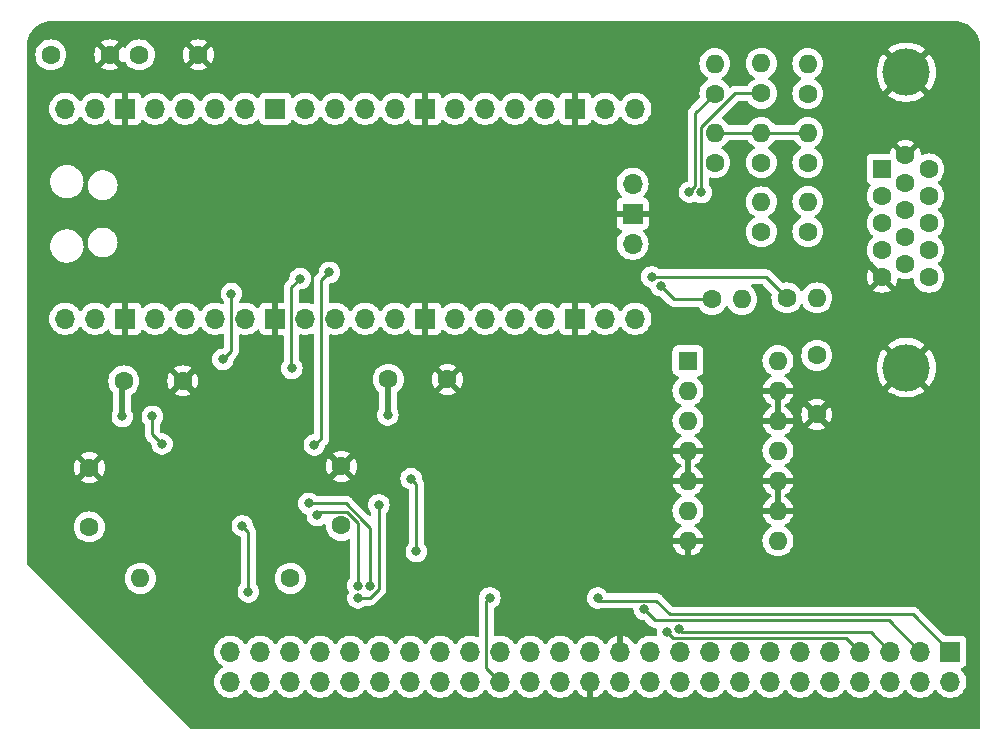
<source format=gbr>
%TF.GenerationSoftware,KiCad,Pcbnew,7.0.6-0*%
%TF.CreationDate,2023-07-30T18:46:11+02:00*%
%TF.ProjectId,pico_vga,7069636f-5f76-4676-912e-6b696361645f,v1.0*%
%TF.SameCoordinates,Original*%
%TF.FileFunction,Copper,L2,Bot*%
%TF.FilePolarity,Positive*%
%FSLAX46Y46*%
G04 Gerber Fmt 4.6, Leading zero omitted, Abs format (unit mm)*
G04 Created by KiCad (PCBNEW 7.0.6-0) date 2023-07-30 18:46:11*
%MOMM*%
%LPD*%
G01*
G04 APERTURE LIST*
%TA.AperFunction,ComponentPad*%
%ADD10O,1.700000X1.700000*%
%TD*%
%TA.AperFunction,ComponentPad*%
%ADD11R,1.700000X1.700000*%
%TD*%
%TA.AperFunction,ComponentPad*%
%ADD12O,1.600000X1.600000*%
%TD*%
%TA.AperFunction,ComponentPad*%
%ADD13R,1.600000X1.600000*%
%TD*%
%TA.AperFunction,ComponentPad*%
%ADD14C,1.600000*%
%TD*%
%TA.AperFunction,ComponentPad*%
%ADD15C,4.000000*%
%TD*%
%TA.AperFunction,ViaPad*%
%ADD16C,0.800000*%
%TD*%
%TA.AperFunction,Conductor*%
%ADD17C,0.250000*%
%TD*%
%TA.AperFunction,Conductor*%
%ADD18C,0.500000*%
%TD*%
G04 APERTURE END LIST*
D10*
%TO.P,J1,50,Pin_50*%
%TO.N,~{NMI}*%
X105664000Y-147447000D03*
%TO.P,J1,49,Pin_49*%
%TO.N,~{RESET}*%
X105664000Y-144907000D03*
%TO.P,J1,48,Pin_48*%
%TO.N,~{SLOT_IRQ}*%
X108204000Y-147447000D03*
%TO.P,J1,47,Pin_47*%
%TO.N,SYNC*%
X108204000Y-144907000D03*
%TO.P,J1,46,Pin_46*%
%TO.N,EX3*%
X110744000Y-147447000D03*
%TO.P,J1,45,Pin_45*%
%TO.N,~{IRQ}*%
X110744000Y-144907000D03*
%TO.P,J1,44,Pin_44*%
%TO.N,EX2*%
X113284000Y-147447000D03*
%TO.P,J1,43,Pin_43*%
%TO.N,R~{W}*%
X113284000Y-144907000D03*
%TO.P,J1,42,Pin_42*%
%TO.N,CLK_12M*%
X115824000Y-147447000D03*
%TO.P,J1,41,Pin_41*%
%TO.N,CLK*%
X115824000Y-144907000D03*
%TO.P,J1,40,Pin_40*%
%TO.N,LED4*%
X118364000Y-147447000D03*
%TO.P,J1,39,Pin_39*%
%TO.N,BE*%
X118364000Y-144907000D03*
%TO.P,J1,38,Pin_38*%
%TO.N,LED3*%
X120904000Y-147447000D03*
%TO.P,J1,37,Pin_37*%
%TO.N,RDY*%
X120904000Y-144907000D03*
%TO.P,J1,36,Pin_36*%
%TO.N,LED2*%
X123444000Y-147447000D03*
%TO.P,J1,35,Pin_35*%
%TO.N,A15*%
X123444000Y-144907000D03*
%TO.P,J1,34,Pin_34*%
%TO.N,LED1*%
X125984000Y-147447000D03*
%TO.P,J1,33,Pin_33*%
%TO.N,A14*%
X125984000Y-144907000D03*
%TO.P,J1,32,Pin_32*%
%TO.N,~{SLOT_SEL}*%
X128524000Y-147447000D03*
%TO.P,J1,31,Pin_31*%
%TO.N,A13*%
X128524000Y-144907000D03*
%TO.P,J1,30,Pin_30*%
%TO.N,~{INH}*%
X131064000Y-147447000D03*
%TO.P,J1,29,Pin_29*%
%TO.N,A12*%
X131064000Y-144907000D03*
%TO.P,J1,28,Pin_28*%
%TO.N,~{SSEL}*%
X133604000Y-147447000D03*
%TO.P,J1,27,Pin_27*%
%TO.N,A11*%
X133604000Y-144907000D03*
%TO.P,J1,26,Pin_26*%
%TO.N,GND*%
X136144000Y-147447000D03*
%TO.P,J1,25,Pin_25*%
%TO.N,+5V*%
X136144000Y-144907000D03*
%TO.P,J1,24,Pin_24*%
X138684000Y-147447000D03*
%TO.P,J1,23,Pin_23*%
%TO.N,GND*%
X138684000Y-144907000D03*
%TO.P,J1,22,Pin_22*%
%TO.N,~{SLOW}*%
X141224000Y-147447000D03*
%TO.P,J1,21,Pin_21*%
%TO.N,A10*%
X141224000Y-144907000D03*
%TO.P,J1,20,Pin_20*%
%TO.N,EX1*%
X143764000Y-147447000D03*
%TO.P,J1,19,Pin_19*%
%TO.N,A9*%
X143764000Y-144907000D03*
%TO.P,J1,18,Pin_18*%
%TO.N,EX0*%
X146304000Y-147447000D03*
%TO.P,J1,17,Pin_17*%
%TO.N,A8*%
X146304000Y-144907000D03*
%TO.P,J1,16,Pin_16*%
%TO.N,D7*%
X148844000Y-147447000D03*
%TO.P,J1,15,Pin_15*%
%TO.N,A7*%
X148844000Y-144907000D03*
%TO.P,J1,14,Pin_14*%
%TO.N,D6*%
X151384000Y-147447000D03*
%TO.P,J1,13,Pin_13*%
%TO.N,A6*%
X151384000Y-144907000D03*
%TO.P,J1,12,Pin_12*%
%TO.N,D5*%
X153924000Y-147447000D03*
%TO.P,J1,11,Pin_11*%
%TO.N,A5*%
X153924000Y-144907000D03*
%TO.P,J1,10,Pin_10*%
%TO.N,D4*%
X156464000Y-147447000D03*
%TO.P,J1,9,Pin_9*%
%TO.N,A4*%
X156464000Y-144907000D03*
%TO.P,J1,8,Pin_8*%
%TO.N,D3*%
X159004000Y-147447000D03*
%TO.P,J1,7,Pin_7*%
%TO.N,A3*%
X159004000Y-144907000D03*
%TO.P,J1,6,Pin_6*%
%TO.N,D2*%
X161544000Y-147447000D03*
%TO.P,J1,5,Pin_5*%
%TO.N,A2*%
X161544000Y-144907000D03*
%TO.P,J1,4,Pin_4*%
%TO.N,D1*%
X164084000Y-147447000D03*
%TO.P,J1,3,Pin_3*%
%TO.N,A1*%
X164084000Y-144907000D03*
%TO.P,J1,2,Pin_2*%
%TO.N,D0*%
X166624000Y-147447000D03*
D11*
%TO.P,J1,1,Pin_1*%
%TO.N,A0*%
X166624000Y-144907000D03*
%TD*%
D12*
%TO.P,U1,14,VCC*%
%TO.N,+5V*%
X152029000Y-120264000D03*
%TO.P,U1,13*%
%TO.N,GND*%
X152029000Y-122804000D03*
%TO.P,U1,12*%
X152029000Y-125344000D03*
%TO.P,U1,11*%
%TO.N,unconnected-(U1-Pad11)*%
X152029000Y-127884000D03*
%TO.P,U1,10*%
%TO.N,GND*%
X152029000Y-130424000D03*
%TO.P,U1,9*%
X152029000Y-132964000D03*
%TO.P,U1,8*%
%TO.N,unconnected-(U1-Pad8)*%
X152029000Y-135504000D03*
%TO.P,U1,7,GND*%
%TO.N,GND*%
X144409000Y-135504000D03*
%TO.P,U1,6*%
%TO.N,unconnected-(U1-Pad6)*%
X144409000Y-132964000D03*
%TO.P,U1,5*%
%TO.N,GND*%
X144409000Y-130424000D03*
%TO.P,U1,4*%
X144409000Y-127884000D03*
%TO.P,U1,3*%
%TO.N,Net-(U4-DIR)*%
X144409000Y-125344000D03*
%TO.P,U1,2*%
%TO.N,R~{W}*%
X144409000Y-122804000D03*
D13*
%TO.P,U1,1*%
X144409000Y-120264000D03*
%TD*%
D14*
%TO.P,C5,2*%
%TO.N,GND*%
X124040000Y-121847000D03*
%TO.P,C5,1*%
%TO.N,+3.3V*%
X119040000Y-121847000D03*
%TD*%
D12*
%TO.P,R1,2*%
%TO.N,Net-(U2-DIR)*%
X98044000Y-138684000D03*
D14*
%TO.P,R1,1*%
%TO.N,+5V*%
X110744000Y-138684000D03*
%TD*%
D12*
%TO.P,R4,2*%
%TO.N,/B*%
X150622000Y-106807000D03*
D14*
%TO.P,R4,1*%
%TO.N,/B0*%
X150622000Y-109347000D03*
%TD*%
D12*
%TO.P,R9,2*%
%TO.N,/R*%
X154559000Y-95104000D03*
D14*
%TO.P,R9,1*%
%TO.N,/R0*%
X154559000Y-97644000D03*
%TD*%
D12*
%TO.P,R5,2*%
%TO.N,/B*%
X154559000Y-106788000D03*
D14*
%TO.P,R5,1*%
%TO.N,/B1*%
X154559000Y-109328000D03*
%TD*%
D12*
%TO.P,R8,2*%
%TO.N,/G*%
X154559000Y-100946000D03*
D14*
%TO.P,R8,1*%
%TO.N,/G2*%
X154559000Y-103486000D03*
%TD*%
D12*
%TO.P,R7,2*%
%TO.N,/G*%
X150622000Y-100946000D03*
D14*
%TO.P,R7,1*%
%TO.N,/G1*%
X150622000Y-103486000D03*
%TD*%
D10*
%TO.P,U3,43,SWDIO*%
%TO.N,unconnected-(U3-SWDIO-Pad43)*%
X139724000Y-105283000D03*
D11*
%TO.P,U3,42,GND*%
%TO.N,GND*%
X139724000Y-107823000D03*
D10*
%TO.P,U3,41,SWCLK*%
%TO.N,unconnected-(U3-SWCLK-Pad41)*%
X139724000Y-110363000D03*
%TO.P,U3,40,VBUS*%
%TO.N,+3.3V*%
X91694000Y-98933000D03*
%TO.P,U3,39,VSYS*%
%TO.N,+5V*%
X94234000Y-98933000D03*
D11*
%TO.P,U3,38,GND*%
%TO.N,GND*%
X96774000Y-98933000D03*
D10*
%TO.P,U3,37,3V3_EN*%
%TO.N,unconnected-(U3-3V3_EN-Pad37)*%
X99314000Y-98933000D03*
%TO.P,U3,36,3V3*%
%TO.N,unconnected-(U3-3V3-Pad36)*%
X101854000Y-98933000D03*
%TO.P,U3,35,ADC_VREF*%
%TO.N,unconnected-(U3-ADC_VREF-Pad35)*%
X104394000Y-98933000D03*
%TO.P,U3,34,GPIO28_ADC2*%
%TO.N,~{SLOT_IRQ}*%
X106934000Y-98933000D03*
D11*
%TO.P,U3,33,AGND*%
%TO.N,unconnected-(U3-AGND-Pad33)*%
X109474000Y-98933000D03*
D10*
%TO.P,U3,32,GPIO27_ADC1*%
%TO.N,Net-(U2-B7)*%
X112014000Y-98933000D03*
%TO.P,U3,31,GPIO26_ADC0*%
%TO.N,/VSYNC*%
X114554000Y-98933000D03*
%TO.P,U3,30,RUN*%
%TO.N,unconnected-(U3-RUN-Pad30)*%
X117094000Y-98933000D03*
%TO.P,U3,29,GPIO22*%
%TO.N,/HSYNC*%
X119634000Y-98933000D03*
D11*
%TO.P,U3,28,GND*%
%TO.N,GND*%
X122174000Y-98933000D03*
D10*
%TO.P,U3,27,GPIO21*%
%TO.N,/B0*%
X124714000Y-98933000D03*
%TO.P,U3,26,GPIO20*%
%TO.N,/B1*%
X127254000Y-98933000D03*
%TO.P,U3,25,GPIO19*%
%TO.N,/G0*%
X129794000Y-98933000D03*
%TO.P,U3,24,GPIO18*%
%TO.N,/G1*%
X132334000Y-98933000D03*
D11*
%TO.P,U3,23,GND*%
%TO.N,GND*%
X134874000Y-98933000D03*
D10*
%TO.P,U3,22,GPIO17*%
%TO.N,/G2*%
X137414000Y-98933000D03*
%TO.P,U3,21,GPIO16*%
%TO.N,/R0*%
X139954000Y-98933000D03*
%TO.P,U3,20,GPIO15*%
%TO.N,/R1*%
X139954000Y-116713000D03*
%TO.P,U3,19,GPIO14*%
%TO.N,/R2*%
X137414000Y-116713000D03*
D11*
%TO.P,U3,18,GND*%
%TO.N,GND*%
X134874000Y-116713000D03*
D10*
%TO.P,U3,17,GPIO13*%
%TO.N,Net-(U2-B6)*%
X132334000Y-116713000D03*
%TO.P,U3,16,GPIO12*%
%TO.N,Net-(U2-B5)*%
X129794000Y-116713000D03*
%TO.P,U3,15,GPIO11*%
%TO.N,Net-(U3-GPIO11)*%
X127254000Y-116713000D03*
%TO.P,U3,14,GPIO10*%
%TO.N,Net-(U3-GPIO10)*%
X124714000Y-116713000D03*
D11*
%TO.P,U3,13,GND*%
%TO.N,GND*%
X122174000Y-116713000D03*
D10*
%TO.P,U3,12,GPIO9*%
%TO.N,Net-(U3-GPIO9)*%
X119634000Y-116713000D03*
%TO.P,U3,11,GPIO8*%
%TO.N,Net-(U3-GPIO8)*%
X117094000Y-116713000D03*
%TO.P,U3,10,GPIO7*%
%TO.N,Net-(U3-GPIO7)*%
X114554000Y-116713000D03*
%TO.P,U3,9,GPIO6*%
%TO.N,Net-(U3-GPIO6)*%
X112014000Y-116713000D03*
D11*
%TO.P,U3,8,GND*%
%TO.N,GND*%
X109474000Y-116713000D03*
D10*
%TO.P,U3,7,GPIO5*%
%TO.N,Net-(U3-GPIO5)*%
X106934000Y-116713000D03*
%TO.P,U3,6,GPIO4*%
%TO.N,Net-(U3-GPIO4)*%
X104394000Y-116713000D03*
%TO.P,U3,5,GPIO3*%
%TO.N,Net-(U2-B4)*%
X101854000Y-116713000D03*
%TO.P,U3,4,GPIO2*%
%TO.N,Net-(U2-B3)*%
X99314000Y-116713000D03*
D11*
%TO.P,U3,3,GND*%
%TO.N,GND*%
X96774000Y-116713000D03*
D10*
%TO.P,U3,2,GPIO1*%
%TO.N,Net-(U2-B2)*%
X94234000Y-116713000D03*
%TO.P,U3,1,GPIO0*%
%TO.N,Net-(U2-B1)*%
X91694000Y-116713000D03*
%TD*%
D14*
%TO.P,J2,15*%
%TO.N,unconnected-(J2-Pad15)*%
X164806669Y-113191000D03*
%TO.P,J2,14*%
%TO.N,Net-(J2-Pad14)*%
X164806669Y-110901000D03*
%TO.P,J2,13*%
%TO.N,Net-(J2-Pad13)*%
X164806669Y-108611000D03*
%TO.P,J2,12*%
%TO.N,unconnected-(J2-Pad12)*%
X164806669Y-106321000D03*
%TO.P,J2,11*%
%TO.N,unconnected-(J2-Pad11)*%
X164806669Y-104031000D03*
%TO.P,J2,10*%
%TO.N,unconnected-(J2-Pad10)*%
X162826669Y-112046000D03*
%TO.P,J2,9*%
%TO.N,unconnected-(J2-Pad9)*%
X162826669Y-109756000D03*
%TO.P,J2,8*%
%TO.N,GND*%
X162826669Y-107466000D03*
%TO.P,J2,7*%
X162826669Y-105176000D03*
%TO.P,J2,6*%
X162826669Y-102886000D03*
%TO.P,J2,5*%
X160846669Y-113191000D03*
%TO.P,J2,4*%
%TO.N,unconnected-(J2-Pad4)*%
X160846669Y-110901000D03*
%TO.P,J2,3*%
%TO.N,/B*%
X160846669Y-108611000D03*
%TO.P,J2,2*%
%TO.N,/G*%
X160846669Y-106321000D03*
D13*
%TO.P,J2,1*%
%TO.N,/R*%
X160846669Y-104031000D03*
D15*
%TO.P,J2,0*%
%TO.N,GND*%
X162896669Y-95846000D03*
X162896669Y-120846000D03*
%TD*%
D12*
%TO.P,R10,2*%
%TO.N,/R*%
X150622000Y-95085000D03*
D14*
%TO.P,R10,1*%
%TO.N,/R1*%
X150622000Y-97625000D03*
%TD*%
D12*
%TO.P,R2,2*%
%TO.N,Net-(J2-Pad14)*%
X155321000Y-114935000D03*
D14*
%TO.P,R2,1*%
%TO.N,/VSYNC*%
X152781000Y-114935000D03*
%TD*%
%TO.P,C7,2*%
%TO.N,GND*%
X101648000Y-121974000D03*
%TO.P,C7,1*%
%TO.N,+3.3V*%
X96648000Y-121974000D03*
%TD*%
%TO.P,C6,2*%
%TO.N,GND*%
X95464000Y-94361000D03*
%TO.P,C6,1*%
%TO.N,+3.3V*%
X90464000Y-94361000D03*
%TD*%
D12*
%TO.P,R3,2*%
%TO.N,Net-(J2-Pad13)*%
X148971000Y-115062000D03*
D14*
%TO.P,R3,1*%
%TO.N,/HSYNC*%
X146431000Y-115062000D03*
%TD*%
%TO.P,C1,2*%
%TO.N,GND*%
X93726000Y-129326000D03*
%TO.P,C1,1*%
%TO.N,+5V*%
X93726000Y-134326000D03*
%TD*%
%TO.P,C3,2*%
%TO.N,GND*%
X115062000Y-129199000D03*
%TO.P,C3,1*%
%TO.N,+5V*%
X115062000Y-134199000D03*
%TD*%
%TO.P,C2,2*%
%TO.N,GND*%
X155321000Y-124801000D03*
%TO.P,C2,1*%
%TO.N,+5V*%
X155321000Y-119801000D03*
%TD*%
D12*
%TO.P,R6,2*%
%TO.N,/G*%
X146685000Y-100946000D03*
D14*
%TO.P,R6,1*%
%TO.N,/G0*%
X146685000Y-103486000D03*
%TD*%
D12*
%TO.P,R11,2*%
%TO.N,/R*%
X146685000Y-95104000D03*
D14*
%TO.P,R11,1*%
%TO.N,/R2*%
X146685000Y-97644000D03*
%TD*%
%TO.P,C4,2*%
%TO.N,GND*%
X102957000Y-94361000D03*
%TO.P,C4,1*%
%TO.N,+5V*%
X97957000Y-94361000D03*
%TD*%
D16*
%TO.N,~{SLOT_IRQ}*%
X116459000Y-139319000D03*
X113030000Y-133350000D03*
X112776000Y-127381000D03*
X114046000Y-112776000D03*
%TO.N,R~{W}*%
X106680000Y-134239000D03*
X107188000Y-139827000D03*
%TO.N,Net-(U2-B7)*%
X110867313Y-120904002D03*
X111574326Y-113321000D03*
%TO.N,/HSYNC*%
X142108346Y-113914346D03*
%TO.N,/VSYNC*%
X141351000Y-113157000D03*
%TO.N,/R2*%
X144526000Y-105991010D03*
%TO.N,/R1*%
X145538901Y-106003415D03*
%TO.N,GND*%
X109220000Y-134239000D03*
X131699000Y-134112000D03*
X130429000Y-134112000D03*
X110490000Y-134239000D03*
X110490000Y-124841000D03*
X131699000Y-124841000D03*
%TO.N,A3*%
X142673641Y-143270500D03*
%TO.N,A2*%
X143637000Y-142964500D03*
%TO.N,A1*%
X140718709Y-141313500D03*
%TO.N,A0*%
X136761992Y-140352008D03*
%TO.N,CLK*%
X117479657Y-139314343D03*
X112305000Y-132334000D03*
%TO.N,R~{W}*%
X118237000Y-132461000D03*
X116471209Y-140356515D03*
%TO.N,~{SLOT_SEL}*%
X127635000Y-140335000D03*
X99060000Y-124968000D03*
X99885500Y-127317500D03*
X120967500Y-130238500D03*
X121412000Y-136398000D03*
%TO.N,Net-(U2-B6)*%
X105759000Y-114586000D03*
X105029000Y-120142000D03*
%TO.N,+3.3V*%
X96520000Y-124968000D03*
X118999000Y-124841000D03*
%TD*%
D17*
%TO.N,CLK*%
X112305000Y-132334000D02*
X115444396Y-132334000D01*
%TO.N,~{SLOT_IRQ}*%
X113306000Y-133074000D02*
X115527991Y-133074000D01*
%TO.N,CLK*%
X115444396Y-132334000D02*
X116909000Y-133798604D01*
%TO.N,~{SLOT_IRQ}*%
X116459000Y-134005009D02*
X116459000Y-139319000D01*
%TO.N,CLK*%
X116909000Y-133818613D02*
X117479657Y-134389270D01*
X117479657Y-134389270D02*
X117479657Y-139314343D01*
%TO.N,~{SLOT_IRQ}*%
X115527991Y-133074000D02*
X116459000Y-134005009D01*
%TO.N,CLK*%
X116909000Y-133798604D02*
X116909000Y-133818613D01*
%TO.N,~{SLOT_IRQ}*%
X113030000Y-133350000D02*
X113306000Y-133074000D01*
%TO.N,R~{W}*%
X118237000Y-132461000D02*
X118237000Y-139582305D01*
X117462790Y-140356515D02*
X116471209Y-140356515D01*
X118237000Y-139582305D02*
X117462790Y-140356515D01*
%TO.N,~{SLOT_IRQ}*%
X114046000Y-112776000D02*
X113379000Y-113443000D01*
X113379000Y-113443000D02*
X113379000Y-126905000D01*
X113379000Y-126905000D02*
X112776000Y-127381000D01*
%TO.N,Net-(U2-B7)*%
X110867313Y-120904002D02*
X110839000Y-120875689D01*
X110839000Y-114056326D02*
X111574326Y-113321000D01*
X110839000Y-120875689D02*
X110839000Y-114056326D01*
%TO.N,~{SLOT_SEL}*%
X121412000Y-136398000D02*
X121412000Y-130683000D01*
X121412000Y-130683000D02*
X120967500Y-130238500D01*
%TO.N,A0*%
X136761992Y-140352008D02*
X136998984Y-140589000D01*
X141732000Y-140589000D02*
X142875000Y-141732000D01*
X142875000Y-141732000D02*
X163449000Y-141732000D01*
X163449000Y-141732000D02*
X166624000Y-144907000D01*
X136998984Y-140589000D02*
X141732000Y-140589000D01*
%TO.N,A1*%
X161417000Y-142240000D02*
X141645209Y-142240000D01*
X141645209Y-142240000D02*
X140718709Y-141313500D01*
X164084000Y-144907000D02*
X161417000Y-142240000D01*
%TO.N,R~{W}*%
X107188000Y-139827000D02*
X107188000Y-134747000D01*
X107188000Y-134747000D02*
X106680000Y-134239000D01*
%TO.N,/HSYNC*%
X143256000Y-115062000D02*
X142108346Y-113914346D01*
X146431000Y-115062000D02*
X143256000Y-115062000D01*
%TO.N,/VSYNC*%
X152781000Y-114935000D02*
X151003000Y-113157000D01*
X151003000Y-113157000D02*
X141351000Y-113157000D01*
%TO.N,/R1*%
X148415009Y-97625000D02*
X145538901Y-100501108D01*
X145538901Y-100501108D02*
X145538901Y-106003415D01*
%TO.N,/R2*%
X145034000Y-99295000D02*
X145034000Y-105483010D01*
%TO.N,/R1*%
X150622000Y-97625000D02*
X148415009Y-97625000D01*
%TO.N,/R2*%
X145034000Y-105483010D02*
X144526000Y-105991010D01*
X146685000Y-97644000D02*
X145034000Y-99295000D01*
%TO.N,/G*%
X146685000Y-100946000D02*
X154559000Y-100946000D01*
%TO.N,A3*%
X157829000Y-143732000D02*
X143135141Y-143732000D01*
X159004000Y-144907000D02*
X157829000Y-143732000D01*
X143135141Y-143732000D02*
X142673641Y-143270500D01*
%TO.N,A2*%
X143928500Y-143256000D02*
X143637000Y-142964500D01*
X161544000Y-144907000D02*
X159893000Y-143256000D01*
X159893000Y-143256000D02*
X143928500Y-143256000D01*
%TO.N,~{SLOT_SEL}*%
X127349000Y-140621000D02*
X127349000Y-146272000D01*
X127349000Y-146272000D02*
X128524000Y-147447000D01*
X127635000Y-140335000D02*
X127349000Y-140621000D01*
X99060000Y-124968000D02*
X99060000Y-126492000D01*
X99060000Y-126492000D02*
X99885500Y-127317500D01*
%TO.N,Net-(U2-B6)*%
X105759000Y-119412000D02*
X105759000Y-114586000D01*
X105029000Y-120142000D02*
X105759000Y-119412000D01*
D18*
%TO.N,+3.3V*%
X118999000Y-124841000D02*
X118999000Y-121888000D01*
X96520000Y-124968000D02*
X96520000Y-122102000D01*
X96520000Y-122102000D02*
X96648000Y-121974000D01*
X118999000Y-121888000D02*
X119040000Y-121847000D01*
%TD*%
%TA.AperFunction,Conductor*%
%TO.N,GND*%
G36*
X152283000Y-132652314D02*
G01*
X152267045Y-132636359D01*
X152154148Y-132578835D01*
X152060481Y-132564000D01*
X151997519Y-132564000D01*
X151903852Y-132578835D01*
X151790955Y-132636359D01*
X151775000Y-132652314D01*
X151775000Y-130735686D01*
X151790955Y-130751641D01*
X151903852Y-130809165D01*
X151997519Y-130824000D01*
X152060481Y-130824000D01*
X152154148Y-130809165D01*
X152267045Y-130751641D01*
X152283000Y-130735685D01*
X152283000Y-132652314D01*
G37*
%TD.AperFunction*%
%TA.AperFunction,Conductor*%
G36*
X152283000Y-125032314D02*
G01*
X152267045Y-125016359D01*
X152154148Y-124958835D01*
X152060481Y-124944000D01*
X151997519Y-124944000D01*
X151903852Y-124958835D01*
X151790955Y-125016359D01*
X151775000Y-125032314D01*
X151775000Y-123115686D01*
X151790955Y-123131641D01*
X151903852Y-123189165D01*
X151997519Y-123204000D01*
X152060481Y-123204000D01*
X152154148Y-123189165D01*
X152267045Y-123131641D01*
X152283000Y-123115685D01*
X152283000Y-125032314D01*
G37*
%TD.AperFunction*%
%TA.AperFunction,Conductor*%
G36*
X144663000Y-130112314D02*
G01*
X144647045Y-130096359D01*
X144534148Y-130038835D01*
X144440481Y-130024000D01*
X144377519Y-130024000D01*
X144283852Y-130038835D01*
X144170955Y-130096359D01*
X144155000Y-130112314D01*
X144155000Y-128195686D01*
X144170955Y-128211641D01*
X144283852Y-128269165D01*
X144377519Y-128284000D01*
X144440481Y-128284000D01*
X144534148Y-128269165D01*
X144647045Y-128211641D01*
X144663000Y-128195685D01*
X144663000Y-130112314D01*
G37*
%TD.AperFunction*%
%TA.AperFunction,Conductor*%
G36*
X167007058Y-91490634D02*
G01*
X167276096Y-91508269D01*
X167284249Y-91509341D01*
X167546671Y-91561539D01*
X167554628Y-91563671D01*
X167807978Y-91649673D01*
X167815588Y-91652824D01*
X168055558Y-91771164D01*
X168062676Y-91775274D01*
X168285137Y-91923918D01*
X168291675Y-91928934D01*
X168411243Y-92033792D01*
X168492827Y-92105339D01*
X168498658Y-92111170D01*
X168675063Y-92312322D01*
X168680081Y-92318862D01*
X168828722Y-92541318D01*
X168832837Y-92548446D01*
X168951171Y-92788403D01*
X168954328Y-92796025D01*
X169040326Y-93049366D01*
X169042461Y-93057334D01*
X169094655Y-93319732D01*
X169095731Y-93327911D01*
X169097494Y-93354802D01*
X169108105Y-93516697D01*
X169113365Y-93596936D01*
X169113500Y-93601058D01*
X169113500Y-151334500D01*
X169093498Y-151402621D01*
X169039842Y-151449114D01*
X168987500Y-151460500D01*
X102435107Y-151460500D01*
X102366986Y-151440498D01*
X102346012Y-151423595D01*
X98369417Y-147447000D01*
X104300844Y-147447000D01*
X104318232Y-147656844D01*
X104319437Y-147671375D01*
X104374702Y-147889612D01*
X104374703Y-147889613D01*
X104465141Y-148095793D01*
X104588275Y-148284265D01*
X104588279Y-148284270D01*
X104740762Y-148449908D01*
X104795331Y-148492381D01*
X104918424Y-148588189D01*
X105116426Y-148695342D01*
X105116427Y-148695342D01*
X105116428Y-148695343D01*
X105228227Y-148733723D01*
X105329365Y-148768444D01*
X105551431Y-148805500D01*
X105551435Y-148805500D01*
X105776565Y-148805500D01*
X105776569Y-148805500D01*
X105998635Y-148768444D01*
X106211574Y-148695342D01*
X106409576Y-148588189D01*
X106587240Y-148449906D01*
X106739722Y-148284268D01*
X106828519Y-148148353D01*
X106882518Y-148102268D01*
X106952866Y-148092692D01*
X107017224Y-148122668D01*
X107039482Y-148148356D01*
X107128275Y-148284265D01*
X107128279Y-148284270D01*
X107280762Y-148449908D01*
X107335331Y-148492381D01*
X107458424Y-148588189D01*
X107656426Y-148695342D01*
X107656427Y-148695342D01*
X107656428Y-148695343D01*
X107768227Y-148733723D01*
X107869365Y-148768444D01*
X108091431Y-148805500D01*
X108091435Y-148805500D01*
X108316565Y-148805500D01*
X108316569Y-148805500D01*
X108538635Y-148768444D01*
X108751574Y-148695342D01*
X108949576Y-148588189D01*
X109127240Y-148449906D01*
X109279722Y-148284268D01*
X109279927Y-148283955D01*
X109368517Y-148148357D01*
X109422520Y-148102268D01*
X109492868Y-148092693D01*
X109557226Y-148122670D01*
X109579483Y-148148357D01*
X109668275Y-148284265D01*
X109668279Y-148284270D01*
X109820762Y-148449908D01*
X109875331Y-148492381D01*
X109998424Y-148588189D01*
X110196426Y-148695342D01*
X110196427Y-148695342D01*
X110196428Y-148695343D01*
X110308227Y-148733723D01*
X110409365Y-148768444D01*
X110631431Y-148805500D01*
X110631435Y-148805500D01*
X110856565Y-148805500D01*
X110856569Y-148805500D01*
X111078635Y-148768444D01*
X111291574Y-148695342D01*
X111489576Y-148588189D01*
X111667240Y-148449906D01*
X111819722Y-148284268D01*
X111819927Y-148283955D01*
X111825115Y-148276012D01*
X111908518Y-148148354D01*
X111962520Y-148102268D01*
X112032868Y-148092692D01*
X112097225Y-148122669D01*
X112119480Y-148148353D01*
X112152607Y-148199058D01*
X112208275Y-148284265D01*
X112208279Y-148284270D01*
X112360762Y-148449908D01*
X112415331Y-148492381D01*
X112538424Y-148588189D01*
X112736426Y-148695342D01*
X112736427Y-148695342D01*
X112736428Y-148695343D01*
X112848227Y-148733723D01*
X112949365Y-148768444D01*
X113171431Y-148805500D01*
X113171435Y-148805500D01*
X113396565Y-148805500D01*
X113396569Y-148805500D01*
X113618635Y-148768444D01*
X113831574Y-148695342D01*
X114029576Y-148588189D01*
X114207240Y-148449906D01*
X114359722Y-148284268D01*
X114359927Y-148283955D01*
X114365115Y-148276012D01*
X114448518Y-148148354D01*
X114502520Y-148102268D01*
X114572868Y-148092692D01*
X114637225Y-148122669D01*
X114659480Y-148148353D01*
X114692607Y-148199058D01*
X114748275Y-148284265D01*
X114748279Y-148284270D01*
X114900762Y-148449908D01*
X114955331Y-148492381D01*
X115078424Y-148588189D01*
X115276426Y-148695342D01*
X115276427Y-148695342D01*
X115276428Y-148695343D01*
X115388227Y-148733723D01*
X115489365Y-148768444D01*
X115711431Y-148805500D01*
X115711435Y-148805500D01*
X115936565Y-148805500D01*
X115936569Y-148805500D01*
X116158635Y-148768444D01*
X116371574Y-148695342D01*
X116569576Y-148588189D01*
X116747240Y-148449906D01*
X116899722Y-148284268D01*
X116899927Y-148283955D01*
X116905115Y-148276012D01*
X116988518Y-148148354D01*
X117042520Y-148102268D01*
X117112868Y-148092692D01*
X117177225Y-148122669D01*
X117199480Y-148148353D01*
X117232607Y-148199058D01*
X117288275Y-148284265D01*
X117288279Y-148284270D01*
X117440762Y-148449908D01*
X117495331Y-148492381D01*
X117618424Y-148588189D01*
X117816426Y-148695342D01*
X117816427Y-148695342D01*
X117816428Y-148695343D01*
X117928227Y-148733723D01*
X118029365Y-148768444D01*
X118251431Y-148805500D01*
X118251435Y-148805500D01*
X118476565Y-148805500D01*
X118476569Y-148805500D01*
X118698635Y-148768444D01*
X118911574Y-148695342D01*
X119109576Y-148588189D01*
X119287240Y-148449906D01*
X119439722Y-148284268D01*
X119439927Y-148283955D01*
X119528517Y-148148357D01*
X119582520Y-148102268D01*
X119652868Y-148092693D01*
X119717226Y-148122670D01*
X119739483Y-148148357D01*
X119828275Y-148284265D01*
X119828279Y-148284270D01*
X119980762Y-148449908D01*
X120035331Y-148492381D01*
X120158424Y-148588189D01*
X120356426Y-148695342D01*
X120356427Y-148695342D01*
X120356428Y-148695343D01*
X120468227Y-148733723D01*
X120569365Y-148768444D01*
X120791431Y-148805500D01*
X120791435Y-148805500D01*
X121016565Y-148805500D01*
X121016569Y-148805500D01*
X121238635Y-148768444D01*
X121451574Y-148695342D01*
X121649576Y-148588189D01*
X121827240Y-148449906D01*
X121979722Y-148284268D01*
X121979927Y-148283955D01*
X121985115Y-148276012D01*
X122068518Y-148148354D01*
X122122520Y-148102268D01*
X122192868Y-148092692D01*
X122257225Y-148122669D01*
X122279480Y-148148353D01*
X122312607Y-148199058D01*
X122368275Y-148284265D01*
X122368279Y-148284270D01*
X122520762Y-148449908D01*
X122575331Y-148492381D01*
X122698424Y-148588189D01*
X122896426Y-148695342D01*
X122896427Y-148695342D01*
X122896428Y-148695343D01*
X123008227Y-148733723D01*
X123109365Y-148768444D01*
X123331431Y-148805500D01*
X123331435Y-148805500D01*
X123556565Y-148805500D01*
X123556569Y-148805500D01*
X123778635Y-148768444D01*
X123991574Y-148695342D01*
X124189576Y-148588189D01*
X124367240Y-148449906D01*
X124519722Y-148284268D01*
X124519927Y-148283955D01*
X124525115Y-148276012D01*
X124608518Y-148148354D01*
X124662520Y-148102268D01*
X124732868Y-148092692D01*
X124797225Y-148122669D01*
X124819480Y-148148353D01*
X124852607Y-148199058D01*
X124908275Y-148284265D01*
X124908279Y-148284270D01*
X125060762Y-148449908D01*
X125115331Y-148492381D01*
X125238424Y-148588189D01*
X125436426Y-148695342D01*
X125436427Y-148695342D01*
X125436428Y-148695343D01*
X125548227Y-148733723D01*
X125649365Y-148768444D01*
X125871431Y-148805500D01*
X125871435Y-148805500D01*
X126096565Y-148805500D01*
X126096569Y-148805500D01*
X126318635Y-148768444D01*
X126531574Y-148695342D01*
X126729576Y-148588189D01*
X126907240Y-148449906D01*
X127059722Y-148284268D01*
X127148519Y-148148353D01*
X127202518Y-148102268D01*
X127272866Y-148092692D01*
X127337224Y-148122668D01*
X127359482Y-148148356D01*
X127448275Y-148284265D01*
X127448279Y-148284270D01*
X127600762Y-148449908D01*
X127655331Y-148492381D01*
X127778424Y-148588189D01*
X127976426Y-148695342D01*
X127976427Y-148695342D01*
X127976428Y-148695343D01*
X128088227Y-148733723D01*
X128189365Y-148768444D01*
X128411431Y-148805500D01*
X128411435Y-148805500D01*
X128636565Y-148805500D01*
X128636569Y-148805500D01*
X128858635Y-148768444D01*
X129071574Y-148695342D01*
X129269576Y-148588189D01*
X129447240Y-148449906D01*
X129599722Y-148284268D01*
X129599927Y-148283955D01*
X129688517Y-148148357D01*
X129742520Y-148102268D01*
X129812868Y-148092693D01*
X129877226Y-148122670D01*
X129899483Y-148148357D01*
X129988275Y-148284265D01*
X129988279Y-148284270D01*
X130140762Y-148449908D01*
X130195331Y-148492381D01*
X130318424Y-148588189D01*
X130516426Y-148695342D01*
X130516427Y-148695342D01*
X130516428Y-148695343D01*
X130628227Y-148733723D01*
X130729365Y-148768444D01*
X130951431Y-148805500D01*
X130951435Y-148805500D01*
X131176565Y-148805500D01*
X131176569Y-148805500D01*
X131398635Y-148768444D01*
X131611574Y-148695342D01*
X131809576Y-148588189D01*
X131987240Y-148449906D01*
X132139722Y-148284268D01*
X132139927Y-148283955D01*
X132228517Y-148148357D01*
X132282520Y-148102268D01*
X132352868Y-148092693D01*
X132417226Y-148122670D01*
X132439483Y-148148357D01*
X132528275Y-148284265D01*
X132528279Y-148284270D01*
X132680762Y-148449908D01*
X132735331Y-148492381D01*
X132858424Y-148588189D01*
X133056426Y-148695342D01*
X133056427Y-148695342D01*
X133056428Y-148695343D01*
X133168227Y-148733723D01*
X133269365Y-148768444D01*
X133491431Y-148805500D01*
X133491435Y-148805500D01*
X133716565Y-148805500D01*
X133716569Y-148805500D01*
X133938635Y-148768444D01*
X134151574Y-148695342D01*
X134349576Y-148588189D01*
X134527240Y-148449906D01*
X134679722Y-148284268D01*
X134679927Y-148283955D01*
X134768517Y-148148357D01*
X134768816Y-148147898D01*
X134822819Y-148101810D01*
X134893167Y-148092235D01*
X134957524Y-148122212D01*
X134979782Y-148147898D01*
X135068674Y-148283958D01*
X135221097Y-148449534D01*
X135398698Y-148587767D01*
X135398699Y-148587768D01*
X135596628Y-148694882D01*
X135596630Y-148694883D01*
X135809483Y-148767955D01*
X135809492Y-148767957D01*
X135890000Y-148781391D01*
X135890000Y-147880674D01*
X136001685Y-147931680D01*
X136108237Y-147947000D01*
X136179763Y-147947000D01*
X136286315Y-147931680D01*
X136398000Y-147880674D01*
X136398000Y-148781390D01*
X136478507Y-148767957D01*
X136478516Y-148767955D01*
X136691369Y-148694883D01*
X136691371Y-148694882D01*
X136889300Y-148587768D01*
X136889301Y-148587767D01*
X137066902Y-148449534D01*
X137219327Y-148283955D01*
X137308217Y-148147899D01*
X137362220Y-148101810D01*
X137432568Y-148092235D01*
X137496925Y-148122212D01*
X137519183Y-148147898D01*
X137608279Y-148284270D01*
X137760762Y-148449908D01*
X137815331Y-148492381D01*
X137938424Y-148588189D01*
X138136426Y-148695342D01*
X138136427Y-148695342D01*
X138136428Y-148695343D01*
X138248227Y-148733723D01*
X138349365Y-148768444D01*
X138571431Y-148805500D01*
X138571435Y-148805500D01*
X138796565Y-148805500D01*
X138796569Y-148805500D01*
X139018635Y-148768444D01*
X139231574Y-148695342D01*
X139429576Y-148588189D01*
X139607240Y-148449906D01*
X139759722Y-148284268D01*
X139759927Y-148283955D01*
X139765115Y-148276012D01*
X139848518Y-148148354D01*
X139902520Y-148102268D01*
X139972868Y-148092692D01*
X140037225Y-148122669D01*
X140059480Y-148148353D01*
X140092607Y-148199058D01*
X140148275Y-148284265D01*
X140148279Y-148284270D01*
X140300762Y-148449908D01*
X140355331Y-148492381D01*
X140478424Y-148588189D01*
X140676426Y-148695342D01*
X140676427Y-148695342D01*
X140676428Y-148695343D01*
X140788227Y-148733723D01*
X140889365Y-148768444D01*
X141111431Y-148805500D01*
X141111435Y-148805500D01*
X141336565Y-148805500D01*
X141336569Y-148805500D01*
X141558635Y-148768444D01*
X141771574Y-148695342D01*
X141969576Y-148588189D01*
X142147240Y-148449906D01*
X142299722Y-148284268D01*
X142299927Y-148283955D01*
X142305115Y-148276012D01*
X142388518Y-148148354D01*
X142442520Y-148102268D01*
X142512868Y-148092692D01*
X142577225Y-148122669D01*
X142599480Y-148148353D01*
X142632607Y-148199058D01*
X142688275Y-148284265D01*
X142688279Y-148284270D01*
X142840762Y-148449908D01*
X142895331Y-148492381D01*
X143018424Y-148588189D01*
X143216426Y-148695342D01*
X143216427Y-148695342D01*
X143216428Y-148695343D01*
X143328227Y-148733723D01*
X143429365Y-148768444D01*
X143651431Y-148805500D01*
X143651435Y-148805500D01*
X143876565Y-148805500D01*
X143876569Y-148805500D01*
X144098635Y-148768444D01*
X144311574Y-148695342D01*
X144509576Y-148588189D01*
X144687240Y-148449906D01*
X144839722Y-148284268D01*
X144839927Y-148283955D01*
X144845115Y-148276012D01*
X144928518Y-148148354D01*
X144982520Y-148102268D01*
X145052868Y-148092692D01*
X145117225Y-148122669D01*
X145139480Y-148148353D01*
X145172607Y-148199058D01*
X145228275Y-148284265D01*
X145228279Y-148284270D01*
X145380762Y-148449908D01*
X145435331Y-148492381D01*
X145558424Y-148588189D01*
X145756426Y-148695342D01*
X145756427Y-148695342D01*
X145756428Y-148695343D01*
X145868227Y-148733723D01*
X145969365Y-148768444D01*
X146191431Y-148805500D01*
X146191435Y-148805500D01*
X146416565Y-148805500D01*
X146416569Y-148805500D01*
X146638635Y-148768444D01*
X146851574Y-148695342D01*
X147049576Y-148588189D01*
X147227240Y-148449906D01*
X147379722Y-148284268D01*
X147379927Y-148283955D01*
X147385115Y-148276012D01*
X147468518Y-148148354D01*
X147522520Y-148102268D01*
X147592868Y-148092692D01*
X147657225Y-148122669D01*
X147679480Y-148148353D01*
X147712607Y-148199058D01*
X147768275Y-148284265D01*
X147768279Y-148284270D01*
X147920762Y-148449908D01*
X147975331Y-148492381D01*
X148098424Y-148588189D01*
X148296426Y-148695342D01*
X148296427Y-148695342D01*
X148296428Y-148695343D01*
X148408227Y-148733723D01*
X148509365Y-148768444D01*
X148731431Y-148805500D01*
X148731435Y-148805500D01*
X148956565Y-148805500D01*
X148956569Y-148805500D01*
X149178635Y-148768444D01*
X149391574Y-148695342D01*
X149589576Y-148588189D01*
X149767240Y-148449906D01*
X149919722Y-148284268D01*
X149919927Y-148283955D01*
X149925115Y-148276012D01*
X150008518Y-148148354D01*
X150062520Y-148102268D01*
X150132868Y-148092692D01*
X150197225Y-148122669D01*
X150219480Y-148148353D01*
X150252607Y-148199058D01*
X150308275Y-148284265D01*
X150308279Y-148284270D01*
X150460762Y-148449908D01*
X150515331Y-148492381D01*
X150638424Y-148588189D01*
X150836426Y-148695342D01*
X150836427Y-148695342D01*
X150836428Y-148695343D01*
X150948227Y-148733723D01*
X151049365Y-148768444D01*
X151271431Y-148805500D01*
X151271435Y-148805500D01*
X151496565Y-148805500D01*
X151496569Y-148805500D01*
X151718635Y-148768444D01*
X151931574Y-148695342D01*
X152129576Y-148588189D01*
X152307240Y-148449906D01*
X152459722Y-148284268D01*
X152459927Y-148283955D01*
X152548517Y-148148357D01*
X152602520Y-148102268D01*
X152672868Y-148092693D01*
X152737226Y-148122670D01*
X152759483Y-148148357D01*
X152848275Y-148284265D01*
X152848279Y-148284270D01*
X153000762Y-148449908D01*
X153055331Y-148492381D01*
X153178424Y-148588189D01*
X153376426Y-148695342D01*
X153376427Y-148695342D01*
X153376428Y-148695343D01*
X153488227Y-148733723D01*
X153589365Y-148768444D01*
X153811431Y-148805500D01*
X153811435Y-148805500D01*
X154036565Y-148805500D01*
X154036569Y-148805500D01*
X154258635Y-148768444D01*
X154471574Y-148695342D01*
X154669576Y-148588189D01*
X154847240Y-148449906D01*
X154999722Y-148284268D01*
X154999927Y-148283955D01*
X155005115Y-148276012D01*
X155088518Y-148148354D01*
X155142520Y-148102268D01*
X155212868Y-148092692D01*
X155277225Y-148122669D01*
X155299480Y-148148353D01*
X155332607Y-148199058D01*
X155388275Y-148284265D01*
X155388279Y-148284270D01*
X155540762Y-148449908D01*
X155595331Y-148492381D01*
X155718424Y-148588189D01*
X155916426Y-148695342D01*
X155916427Y-148695342D01*
X155916428Y-148695343D01*
X156028227Y-148733723D01*
X156129365Y-148768444D01*
X156351431Y-148805500D01*
X156351435Y-148805500D01*
X156576565Y-148805500D01*
X156576569Y-148805500D01*
X156798635Y-148768444D01*
X157011574Y-148695342D01*
X157209576Y-148588189D01*
X157387240Y-148449906D01*
X157539722Y-148284268D01*
X157539927Y-148283955D01*
X157545115Y-148276012D01*
X157628518Y-148148354D01*
X157682520Y-148102268D01*
X157752868Y-148092692D01*
X157817225Y-148122669D01*
X157839480Y-148148353D01*
X157872607Y-148199058D01*
X157928275Y-148284265D01*
X157928279Y-148284270D01*
X158080762Y-148449908D01*
X158135331Y-148492381D01*
X158258424Y-148588189D01*
X158456426Y-148695342D01*
X158456427Y-148695342D01*
X158456428Y-148695343D01*
X158568227Y-148733723D01*
X158669365Y-148768444D01*
X158891431Y-148805500D01*
X158891435Y-148805500D01*
X159116565Y-148805500D01*
X159116569Y-148805500D01*
X159338635Y-148768444D01*
X159551574Y-148695342D01*
X159749576Y-148588189D01*
X159927240Y-148449906D01*
X160079722Y-148284268D01*
X160079927Y-148283955D01*
X160085115Y-148276012D01*
X160168518Y-148148354D01*
X160222520Y-148102268D01*
X160292868Y-148092692D01*
X160357225Y-148122669D01*
X160379480Y-148148353D01*
X160412607Y-148199058D01*
X160468275Y-148284265D01*
X160468279Y-148284270D01*
X160620762Y-148449908D01*
X160675331Y-148492381D01*
X160798424Y-148588189D01*
X160996426Y-148695342D01*
X160996427Y-148695342D01*
X160996428Y-148695343D01*
X161108227Y-148733723D01*
X161209365Y-148768444D01*
X161431431Y-148805500D01*
X161431435Y-148805500D01*
X161656565Y-148805500D01*
X161656569Y-148805500D01*
X161878635Y-148768444D01*
X162091574Y-148695342D01*
X162289576Y-148588189D01*
X162467240Y-148449906D01*
X162619722Y-148284268D01*
X162619927Y-148283955D01*
X162625115Y-148276012D01*
X162708518Y-148148354D01*
X162762520Y-148102268D01*
X162832868Y-148092692D01*
X162897225Y-148122669D01*
X162919480Y-148148353D01*
X162952607Y-148199058D01*
X163008275Y-148284265D01*
X163008279Y-148284270D01*
X163160762Y-148449908D01*
X163215331Y-148492381D01*
X163338424Y-148588189D01*
X163536426Y-148695342D01*
X163536427Y-148695342D01*
X163536428Y-148695343D01*
X163648227Y-148733723D01*
X163749365Y-148768444D01*
X163971431Y-148805500D01*
X163971435Y-148805500D01*
X164196565Y-148805500D01*
X164196569Y-148805500D01*
X164418635Y-148768444D01*
X164631574Y-148695342D01*
X164829576Y-148588189D01*
X165007240Y-148449906D01*
X165159722Y-148284268D01*
X165159927Y-148283955D01*
X165165115Y-148276012D01*
X165248518Y-148148354D01*
X165302520Y-148102268D01*
X165372868Y-148092692D01*
X165437225Y-148122669D01*
X165459480Y-148148353D01*
X165492607Y-148199058D01*
X165548275Y-148284265D01*
X165548279Y-148284270D01*
X165700762Y-148449908D01*
X165755331Y-148492381D01*
X165878424Y-148588189D01*
X166076426Y-148695342D01*
X166076427Y-148695342D01*
X166076428Y-148695343D01*
X166188227Y-148733723D01*
X166289365Y-148768444D01*
X166511431Y-148805500D01*
X166511435Y-148805500D01*
X166736565Y-148805500D01*
X166736569Y-148805500D01*
X166958635Y-148768444D01*
X167171574Y-148695342D01*
X167369576Y-148588189D01*
X167547240Y-148449906D01*
X167699722Y-148284268D01*
X167699927Y-148283955D01*
X167706441Y-148273983D01*
X167822860Y-148095791D01*
X167913296Y-147889616D01*
X167968564Y-147671368D01*
X167987156Y-147447000D01*
X167968564Y-147222632D01*
X167966125Y-147213002D01*
X167913297Y-147004387D01*
X167913296Y-147004386D01*
X167913296Y-147004384D01*
X167822860Y-146798209D01*
X167805597Y-146771786D01*
X167699724Y-146609734D01*
X167699719Y-146609729D01*
X167556524Y-146454179D01*
X167525103Y-146390514D01*
X167533090Y-146319968D01*
X167577948Y-146264939D01*
X167605183Y-146250789D01*
X167720204Y-146207889D01*
X167727994Y-146202058D01*
X167837261Y-146120261D01*
X167924887Y-146003207D01*
X167924887Y-146003206D01*
X167924889Y-146003204D01*
X167975989Y-145866201D01*
X167977800Y-145849362D01*
X167982499Y-145805649D01*
X167982500Y-145805632D01*
X167982500Y-144008367D01*
X167982499Y-144008350D01*
X167975990Y-143947803D01*
X167975988Y-143947795D01*
X167924889Y-143810797D01*
X167924887Y-143810792D01*
X167837261Y-143693738D01*
X167720207Y-143606112D01*
X167720202Y-143606110D01*
X167583204Y-143555011D01*
X167583196Y-143555009D01*
X167522649Y-143548500D01*
X167522638Y-143548500D01*
X166213594Y-143548500D01*
X166145473Y-143528498D01*
X166124499Y-143511595D01*
X163956244Y-141343339D01*
X163946279Y-141330901D01*
X163946052Y-141331090D01*
X163941001Y-141324984D01*
X163941000Y-141324982D01*
X163889921Y-141277016D01*
X163868777Y-141255871D01*
X163868772Y-141255866D01*
X163863225Y-141251563D01*
X163858717Y-141247712D01*
X163824325Y-141215417D01*
X163824319Y-141215413D01*
X163806563Y-141205651D01*
X163790047Y-141194802D01*
X163774041Y-141182386D01*
X163743289Y-141169078D01*
X163730740Y-141163648D01*
X163725408Y-141161036D01*
X163684061Y-141138305D01*
X163664436Y-141133266D01*
X163645736Y-141126864D01*
X163644012Y-141126118D01*
X163627145Y-141118819D01*
X163627143Y-141118818D01*
X163627142Y-141118818D01*
X163580542Y-141111437D01*
X163574729Y-141110233D01*
X163529030Y-141098500D01*
X163508776Y-141098500D01*
X163489066Y-141096949D01*
X163469057Y-141093780D01*
X163469056Y-141093780D01*
X163422083Y-141098220D01*
X163416150Y-141098500D01*
X143189595Y-141098500D01*
X143121474Y-141078498D01*
X143100499Y-141061595D01*
X142239241Y-140200336D01*
X142229279Y-140187901D01*
X142229052Y-140188090D01*
X142224001Y-140181984D01*
X142224000Y-140181982D01*
X142172920Y-140134015D01*
X142151777Y-140112871D01*
X142151772Y-140112866D01*
X142146225Y-140108563D01*
X142141717Y-140104712D01*
X142107325Y-140072417D01*
X142107319Y-140072413D01*
X142089563Y-140062651D01*
X142073047Y-140051802D01*
X142057041Y-140039386D01*
X142026289Y-140026078D01*
X142013740Y-140020648D01*
X142008408Y-140018036D01*
X141967061Y-139995305D01*
X141947436Y-139990266D01*
X141928736Y-139983864D01*
X141910145Y-139975819D01*
X141910143Y-139975818D01*
X141910142Y-139975818D01*
X141863542Y-139968437D01*
X141857729Y-139967233D01*
X141812030Y-139955500D01*
X141791776Y-139955500D01*
X141772066Y-139953949D01*
X141752057Y-139950780D01*
X141752056Y-139950780D01*
X141705083Y-139955220D01*
X141699150Y-139955500D01*
X137654859Y-139955500D01*
X137586738Y-139935498D01*
X137545740Y-139892500D01*
X137504761Y-139821523D01*
X137501032Y-139815064D01*
X137501030Y-139815062D01*
X137501026Y-139815056D01*
X137373247Y-139673143D01*
X137218744Y-139560890D01*
X137044280Y-139483214D01*
X136857479Y-139443508D01*
X136666505Y-139443508D01*
X136479703Y-139483214D01*
X136305239Y-139560890D01*
X136150736Y-139673143D01*
X136022957Y-139815056D01*
X136022950Y-139815066D01*
X135927468Y-139980446D01*
X135927465Y-139980452D01*
X135915613Y-140016928D01*
X135868449Y-140162080D01*
X135848488Y-140352008D01*
X135868449Y-140541935D01*
X135893203Y-140618117D01*
X135927465Y-140723564D01*
X135927468Y-140723569D01*
X136022950Y-140888949D01*
X136022957Y-140888959D01*
X136150736Y-141030872D01*
X136156942Y-141035381D01*
X136305240Y-141143126D01*
X136479704Y-141220802D01*
X136666505Y-141260508D01*
X136857479Y-141260508D01*
X137023340Y-141225253D01*
X137049537Y-141222500D01*
X139682190Y-141222500D01*
X139750311Y-141242502D01*
X139796804Y-141296158D01*
X139807499Y-141335326D01*
X139814603Y-141402919D01*
X139825166Y-141503427D01*
X139855235Y-141595970D01*
X139884182Y-141685056D01*
X139884185Y-141685061D01*
X139979667Y-141850441D01*
X139979674Y-141850451D01*
X140107453Y-141992364D01*
X140107456Y-141992366D01*
X140261957Y-142104618D01*
X140436421Y-142182294D01*
X140623222Y-142222000D01*
X140679113Y-142222000D01*
X140747234Y-142242002D01*
X140768208Y-142258904D01*
X141137963Y-142628658D01*
X141147931Y-142641101D01*
X141148159Y-142640913D01*
X141153210Y-142647019D01*
X141204287Y-142694983D01*
X141225432Y-142716129D01*
X141225436Y-142716132D01*
X141225439Y-142716135D01*
X141230991Y-142720442D01*
X141235478Y-142724273D01*
X141258168Y-142745581D01*
X141269886Y-142756585D01*
X141269888Y-142756586D01*
X141287637Y-142766343D01*
X141304162Y-142777198D01*
X141320168Y-142789614D01*
X141361895Y-142807670D01*
X141363471Y-142808352D01*
X141368792Y-142810958D01*
X141410149Y-142833695D01*
X141410157Y-142833697D01*
X141429767Y-142838732D01*
X141448476Y-142845137D01*
X141467064Y-142853181D01*
X141513686Y-142860564D01*
X141519471Y-142861763D01*
X141565179Y-142873500D01*
X141585433Y-142873500D01*
X141605143Y-142875051D01*
X141606311Y-142875235D01*
X141625152Y-142878220D01*
X141661875Y-142874748D01*
X141731573Y-142888250D01*
X141782910Y-142937291D01*
X141799584Y-143006302D01*
X141793565Y-143039124D01*
X141780099Y-143080569D01*
X141780098Y-143080569D01*
X141760137Y-143270500D01*
X141780789Y-143466996D01*
X141779410Y-143467140D01*
X141774563Y-143530613D01*
X141731742Y-143587242D01*
X141665103Y-143611732D01*
X141615809Y-143605184D01*
X141558639Y-143585557D01*
X141558630Y-143585555D01*
X141481029Y-143572606D01*
X141336569Y-143548500D01*
X141111431Y-143548500D01*
X140966971Y-143572606D01*
X140889369Y-143585555D01*
X140889360Y-143585557D01*
X140676428Y-143658656D01*
X140676426Y-143658658D01*
X140564255Y-143719362D01*
X140478426Y-143765810D01*
X140478424Y-143765811D01*
X140300762Y-143904091D01*
X140148279Y-144069729D01*
X140059183Y-144206101D01*
X140005179Y-144252189D01*
X139934831Y-144261764D01*
X139870474Y-144231786D01*
X139848217Y-144206100D01*
X139759327Y-144070044D01*
X139606902Y-143904465D01*
X139429301Y-143766232D01*
X139429300Y-143766231D01*
X139231371Y-143659117D01*
X139231369Y-143659116D01*
X139018512Y-143586043D01*
X139018501Y-143586040D01*
X138938000Y-143572606D01*
X138938000Y-144473325D01*
X138826315Y-144422320D01*
X138719763Y-144407000D01*
X138648237Y-144407000D01*
X138541685Y-144422320D01*
X138430000Y-144473325D01*
X138430000Y-143572607D01*
X138429999Y-143572606D01*
X138349498Y-143586040D01*
X138349487Y-143586043D01*
X138136630Y-143659116D01*
X138136628Y-143659117D01*
X137938699Y-143766231D01*
X137938698Y-143766232D01*
X137761097Y-143904465D01*
X137608670Y-144070045D01*
X137519780Y-144206101D01*
X137465776Y-144252189D01*
X137395428Y-144261764D01*
X137331071Y-144231786D01*
X137308816Y-144206101D01*
X137265169Y-144139294D01*
X137219724Y-144069734D01*
X137219720Y-144069729D01*
X137103570Y-143943559D01*
X137067240Y-143904094D01*
X137067239Y-143904093D01*
X137067237Y-143904091D01*
X136947367Y-143810792D01*
X136889576Y-143765811D01*
X136691574Y-143658658D01*
X136691572Y-143658657D01*
X136691571Y-143658656D01*
X136478639Y-143585557D01*
X136478630Y-143585555D01*
X136401029Y-143572606D01*
X136256569Y-143548500D01*
X136031431Y-143548500D01*
X135886971Y-143572606D01*
X135809369Y-143585555D01*
X135809360Y-143585557D01*
X135596428Y-143658656D01*
X135596426Y-143658658D01*
X135484255Y-143719362D01*
X135398426Y-143765810D01*
X135398424Y-143765811D01*
X135220762Y-143904091D01*
X135068279Y-144069729D01*
X134979483Y-144205643D01*
X134925479Y-144251731D01*
X134855131Y-144261306D01*
X134790774Y-144231329D01*
X134768517Y-144205643D01*
X134679720Y-144069729D01*
X134563570Y-143943558D01*
X134527240Y-143904094D01*
X134527239Y-143904093D01*
X134527237Y-143904091D01*
X134407367Y-143810792D01*
X134349576Y-143765811D01*
X134151574Y-143658658D01*
X134151572Y-143658657D01*
X134151571Y-143658656D01*
X133938639Y-143585557D01*
X133938630Y-143585555D01*
X133861029Y-143572606D01*
X133716569Y-143548500D01*
X133491431Y-143548500D01*
X133346971Y-143572606D01*
X133269369Y-143585555D01*
X133269360Y-143585557D01*
X133056428Y-143658656D01*
X133056426Y-143658658D01*
X132944255Y-143719362D01*
X132858426Y-143765810D01*
X132858424Y-143765811D01*
X132680762Y-143904091D01*
X132528279Y-144069729D01*
X132439483Y-144205643D01*
X132385479Y-144251731D01*
X132315131Y-144261306D01*
X132250774Y-144231329D01*
X132228517Y-144205643D01*
X132139720Y-144069729D01*
X132023570Y-143943559D01*
X131987240Y-143904094D01*
X131987239Y-143904093D01*
X131987237Y-143904091D01*
X131867367Y-143810792D01*
X131809576Y-143765811D01*
X131611574Y-143658658D01*
X131611572Y-143658657D01*
X131611571Y-143658656D01*
X131398639Y-143585557D01*
X131398630Y-143585555D01*
X131321029Y-143572606D01*
X131176569Y-143548500D01*
X130951431Y-143548500D01*
X130806971Y-143572606D01*
X130729369Y-143585555D01*
X130729360Y-143585557D01*
X130516428Y-143658656D01*
X130516426Y-143658658D01*
X130404255Y-143719362D01*
X130318426Y-143765810D01*
X130318424Y-143765811D01*
X130140762Y-143904091D01*
X129988279Y-144069729D01*
X129899483Y-144205643D01*
X129845479Y-144251731D01*
X129775131Y-144261306D01*
X129710774Y-144231329D01*
X129688517Y-144205643D01*
X129599720Y-144069729D01*
X129483570Y-143943559D01*
X129447240Y-143904094D01*
X129447239Y-143904093D01*
X129447237Y-143904091D01*
X129327367Y-143810792D01*
X129269576Y-143765811D01*
X129071574Y-143658658D01*
X129071572Y-143658657D01*
X129071571Y-143658656D01*
X128858639Y-143585557D01*
X128858630Y-143585555D01*
X128781029Y-143572606D01*
X128636569Y-143548500D01*
X128411431Y-143548500D01*
X128266971Y-143572606D01*
X128189369Y-143585555D01*
X128189366Y-143585555D01*
X128189365Y-143585556D01*
X128189362Y-143585556D01*
X128189362Y-143585557D01*
X128149410Y-143599272D01*
X128078485Y-143602471D01*
X128017090Y-143566817D01*
X127984717Y-143503631D01*
X127982500Y-143480098D01*
X127982500Y-141256585D01*
X128002502Y-141188464D01*
X128056158Y-141141971D01*
X128057252Y-141141478D01*
X128091752Y-141126118D01*
X128246253Y-141013866D01*
X128268856Y-140988763D01*
X128374034Y-140871951D01*
X128374035Y-140871949D01*
X128374040Y-140871944D01*
X128469527Y-140706556D01*
X128528542Y-140524928D01*
X128548504Y-140335000D01*
X128528542Y-140145072D01*
X128469527Y-139963444D01*
X128374040Y-139798056D01*
X128374038Y-139798054D01*
X128374034Y-139798048D01*
X128246255Y-139656135D01*
X128091752Y-139543882D01*
X127917288Y-139466206D01*
X127730487Y-139426500D01*
X127539513Y-139426500D01*
X127352711Y-139466206D01*
X127178247Y-139543882D01*
X127023744Y-139656135D01*
X126895965Y-139798048D01*
X126895958Y-139798058D01*
X126803832Y-139957626D01*
X126800473Y-139963444D01*
X126790483Y-139994191D01*
X126741457Y-140145072D01*
X126721496Y-140335000D01*
X126732289Y-140437693D01*
X126731427Y-140470576D01*
X126728437Y-140489454D01*
X126727233Y-140495267D01*
X126715500Y-140540968D01*
X126715500Y-140561223D01*
X126713949Y-140580933D01*
X126710780Y-140600942D01*
X126710780Y-140600943D01*
X126715220Y-140647917D01*
X126715500Y-140653850D01*
X126715500Y-143546738D01*
X126695498Y-143614859D01*
X126641842Y-143661352D01*
X126571568Y-143671456D01*
X126536705Y-143659928D01*
X126536345Y-143660751D01*
X126531571Y-143658656D01*
X126318639Y-143585557D01*
X126318630Y-143585555D01*
X126241029Y-143572606D01*
X126096569Y-143548500D01*
X125871431Y-143548500D01*
X125726971Y-143572606D01*
X125649369Y-143585555D01*
X125649360Y-143585557D01*
X125436428Y-143658656D01*
X125436426Y-143658658D01*
X125324255Y-143719362D01*
X125238426Y-143765810D01*
X125238424Y-143765811D01*
X125060762Y-143904091D01*
X124908279Y-144069729D01*
X124908279Y-144069730D01*
X124819482Y-144205643D01*
X124765478Y-144251731D01*
X124695130Y-144261306D01*
X124630773Y-144231328D01*
X124608516Y-144205642D01*
X124519724Y-144069734D01*
X124519720Y-144069729D01*
X124403570Y-143943559D01*
X124367240Y-143904094D01*
X124367239Y-143904093D01*
X124367237Y-143904091D01*
X124247367Y-143810792D01*
X124189576Y-143765811D01*
X123991574Y-143658658D01*
X123991572Y-143658657D01*
X123991571Y-143658656D01*
X123778639Y-143585557D01*
X123778630Y-143585555D01*
X123701029Y-143572606D01*
X123556569Y-143548500D01*
X123331431Y-143548500D01*
X123186971Y-143572606D01*
X123109369Y-143585555D01*
X123109360Y-143585557D01*
X122896428Y-143658656D01*
X122896426Y-143658658D01*
X122784255Y-143719362D01*
X122698426Y-143765810D01*
X122698424Y-143765811D01*
X122520762Y-143904091D01*
X122368279Y-144069729D01*
X122279483Y-144205643D01*
X122225479Y-144251731D01*
X122155131Y-144261306D01*
X122090774Y-144231329D01*
X122068517Y-144205643D01*
X121979720Y-144069729D01*
X121863570Y-143943559D01*
X121827240Y-143904094D01*
X121827239Y-143904093D01*
X121827237Y-143904091D01*
X121707367Y-143810792D01*
X121649576Y-143765811D01*
X121451574Y-143658658D01*
X121451572Y-143658657D01*
X121451571Y-143658656D01*
X121238639Y-143585557D01*
X121238630Y-143585555D01*
X121161029Y-143572606D01*
X121016569Y-143548500D01*
X120791431Y-143548500D01*
X120646971Y-143572606D01*
X120569369Y-143585555D01*
X120569360Y-143585557D01*
X120356428Y-143658656D01*
X120356426Y-143658658D01*
X120244255Y-143719362D01*
X120158426Y-143765810D01*
X120158424Y-143765811D01*
X119980762Y-143904091D01*
X119828279Y-144069729D01*
X119739483Y-144205643D01*
X119685479Y-144251731D01*
X119615131Y-144261306D01*
X119550774Y-144231329D01*
X119528517Y-144205643D01*
X119439720Y-144069729D01*
X119323570Y-143943559D01*
X119287240Y-143904094D01*
X119287239Y-143904093D01*
X119287237Y-143904091D01*
X119167367Y-143810792D01*
X119109576Y-143765811D01*
X118911574Y-143658658D01*
X118911572Y-143658657D01*
X118911571Y-143658656D01*
X118698639Y-143585557D01*
X118698630Y-143585555D01*
X118621029Y-143572606D01*
X118476569Y-143548500D01*
X118251431Y-143548500D01*
X118106971Y-143572606D01*
X118029369Y-143585555D01*
X118029360Y-143585557D01*
X117816428Y-143658656D01*
X117816426Y-143658658D01*
X117704255Y-143719362D01*
X117618426Y-143765810D01*
X117618424Y-143765811D01*
X117440762Y-143904091D01*
X117288279Y-144069729D01*
X117288279Y-144069730D01*
X117199482Y-144205643D01*
X117145478Y-144251731D01*
X117075130Y-144261306D01*
X117010773Y-144231328D01*
X116988516Y-144205642D01*
X116899724Y-144069734D01*
X116899720Y-144069729D01*
X116783570Y-143943559D01*
X116747240Y-143904094D01*
X116747239Y-143904093D01*
X116747237Y-143904091D01*
X116627367Y-143810792D01*
X116569576Y-143765811D01*
X116371574Y-143658658D01*
X116371572Y-143658657D01*
X116371571Y-143658656D01*
X116158639Y-143585557D01*
X116158630Y-143585555D01*
X116081029Y-143572606D01*
X115936569Y-143548500D01*
X115711431Y-143548500D01*
X115566971Y-143572606D01*
X115489369Y-143585555D01*
X115489360Y-143585557D01*
X115276428Y-143658656D01*
X115276426Y-143658658D01*
X115164255Y-143719362D01*
X115078426Y-143765810D01*
X115078424Y-143765811D01*
X114900762Y-143904091D01*
X114748279Y-144069729D01*
X114659483Y-144205643D01*
X114605479Y-144251731D01*
X114535131Y-144261306D01*
X114470774Y-144231329D01*
X114448517Y-144205643D01*
X114359720Y-144069729D01*
X114243570Y-143943559D01*
X114207240Y-143904094D01*
X114207239Y-143904093D01*
X114207237Y-143904091D01*
X114087367Y-143810792D01*
X114029576Y-143765811D01*
X113831574Y-143658658D01*
X113831572Y-143658657D01*
X113831571Y-143658656D01*
X113618639Y-143585557D01*
X113618630Y-143585555D01*
X113541029Y-143572606D01*
X113396569Y-143548500D01*
X113171431Y-143548500D01*
X113026971Y-143572606D01*
X112949369Y-143585555D01*
X112949360Y-143585557D01*
X112736428Y-143658656D01*
X112736426Y-143658658D01*
X112624255Y-143719362D01*
X112538426Y-143765810D01*
X112538424Y-143765811D01*
X112360762Y-143904091D01*
X112208279Y-144069729D01*
X112119483Y-144205643D01*
X112065479Y-144251731D01*
X111995131Y-144261306D01*
X111930774Y-144231329D01*
X111908517Y-144205643D01*
X111819720Y-144069729D01*
X111703570Y-143943559D01*
X111667240Y-143904094D01*
X111667239Y-143904093D01*
X111667237Y-143904091D01*
X111547367Y-143810792D01*
X111489576Y-143765811D01*
X111291574Y-143658658D01*
X111291572Y-143658657D01*
X111291571Y-143658656D01*
X111078639Y-143585557D01*
X111078630Y-143585555D01*
X111001029Y-143572606D01*
X110856569Y-143548500D01*
X110631431Y-143548500D01*
X110486971Y-143572606D01*
X110409369Y-143585555D01*
X110409360Y-143585557D01*
X110196428Y-143658656D01*
X110196426Y-143658658D01*
X110084255Y-143719362D01*
X109998426Y-143765810D01*
X109998424Y-143765811D01*
X109820762Y-143904091D01*
X109668279Y-144069729D01*
X109579483Y-144205643D01*
X109525479Y-144251731D01*
X109455131Y-144261306D01*
X109390774Y-144231329D01*
X109368517Y-144205643D01*
X109279720Y-144069729D01*
X109163570Y-143943558D01*
X109127240Y-143904094D01*
X109127239Y-143904093D01*
X109127237Y-143904091D01*
X109007367Y-143810792D01*
X108949576Y-143765811D01*
X108751574Y-143658658D01*
X108751572Y-143658657D01*
X108751571Y-143658656D01*
X108538639Y-143585557D01*
X108538630Y-143585555D01*
X108461029Y-143572606D01*
X108316569Y-143548500D01*
X108091431Y-143548500D01*
X107946971Y-143572606D01*
X107869369Y-143585555D01*
X107869360Y-143585557D01*
X107656428Y-143658656D01*
X107656426Y-143658658D01*
X107544255Y-143719362D01*
X107458426Y-143765810D01*
X107458424Y-143765811D01*
X107280762Y-143904091D01*
X107128279Y-144069729D01*
X107039483Y-144205643D01*
X106985479Y-144251731D01*
X106915131Y-144261306D01*
X106850774Y-144231329D01*
X106828517Y-144205643D01*
X106739720Y-144069729D01*
X106623570Y-143943558D01*
X106587240Y-143904094D01*
X106587239Y-143904093D01*
X106587237Y-143904091D01*
X106467367Y-143810792D01*
X106409576Y-143765811D01*
X106211574Y-143658658D01*
X106211572Y-143658657D01*
X106211571Y-143658656D01*
X105998639Y-143585557D01*
X105998630Y-143585555D01*
X105921029Y-143572606D01*
X105776569Y-143548500D01*
X105551431Y-143548500D01*
X105406971Y-143572606D01*
X105329369Y-143585555D01*
X105329360Y-143585557D01*
X105116428Y-143658656D01*
X105116426Y-143658658D01*
X105004255Y-143719362D01*
X104918426Y-143765810D01*
X104918424Y-143765811D01*
X104740762Y-143904091D01*
X104588279Y-144069729D01*
X104588275Y-144069734D01*
X104465141Y-144258206D01*
X104374703Y-144464386D01*
X104374702Y-144464387D01*
X104319437Y-144682624D01*
X104319436Y-144682630D01*
X104319436Y-144682632D01*
X104300844Y-144907000D01*
X104318232Y-145116844D01*
X104319437Y-145131375D01*
X104374702Y-145349612D01*
X104374703Y-145349613D01*
X104465141Y-145555793D01*
X104588275Y-145744265D01*
X104588279Y-145744270D01*
X104740762Y-145909908D01*
X104795331Y-145952381D01*
X104918424Y-146048189D01*
X104951153Y-146065901D01*
X104951680Y-146066186D01*
X105002071Y-146116200D01*
X105017423Y-146185516D01*
X104992862Y-146252129D01*
X104951680Y-146287813D01*
X104918426Y-146305810D01*
X104918424Y-146305811D01*
X104740762Y-146444091D01*
X104588279Y-146609729D01*
X104588275Y-146609734D01*
X104465141Y-146798206D01*
X104374703Y-147004386D01*
X104374702Y-147004387D01*
X104319437Y-147222624D01*
X104319436Y-147222630D01*
X104319436Y-147222632D01*
X104300844Y-147447000D01*
X98369417Y-147447000D01*
X89606418Y-138684000D01*
X96730502Y-138684000D01*
X96750457Y-138912087D01*
X96759931Y-138947444D01*
X96809715Y-139133240D01*
X96809717Y-139133246D01*
X96906477Y-139340749D01*
X97024237Y-139508928D01*
X97037802Y-139528300D01*
X97199700Y-139690198D01*
X97387251Y-139821523D01*
X97594757Y-139918284D01*
X97815913Y-139977543D01*
X98044000Y-139997498D01*
X98272087Y-139977543D01*
X98493243Y-139918284D01*
X98700749Y-139821523D01*
X98888300Y-139690198D01*
X99050198Y-139528300D01*
X99181523Y-139340749D01*
X99278284Y-139133243D01*
X99337543Y-138912087D01*
X99357498Y-138684000D01*
X99337543Y-138455913D01*
X99278284Y-138234757D01*
X99181523Y-138027251D01*
X99050198Y-137839700D01*
X98888300Y-137677802D01*
X98700749Y-137546477D01*
X98493246Y-137449717D01*
X98493240Y-137449715D01*
X98399771Y-137424670D01*
X98272087Y-137390457D01*
X98044000Y-137370502D01*
X97815913Y-137390457D01*
X97594759Y-137449715D01*
X97594753Y-137449717D01*
X97387250Y-137546477D01*
X97199703Y-137677799D01*
X97199697Y-137677804D01*
X97037804Y-137839697D01*
X97037799Y-137839703D01*
X96906477Y-138027250D01*
X96809717Y-138234753D01*
X96809716Y-138234757D01*
X96750457Y-138455913D01*
X96730502Y-138684000D01*
X89606418Y-138684000D01*
X88479405Y-137556987D01*
X88445379Y-137494675D01*
X88442500Y-137467892D01*
X88442500Y-134326000D01*
X92412502Y-134326000D01*
X92432457Y-134554087D01*
X92447588Y-134610556D01*
X92491715Y-134775240D01*
X92491717Y-134775246D01*
X92588477Y-134982749D01*
X92684515Y-135119906D01*
X92719802Y-135170300D01*
X92881700Y-135332198D01*
X93069251Y-135463523D01*
X93276757Y-135560284D01*
X93497913Y-135619543D01*
X93726000Y-135639498D01*
X93954087Y-135619543D01*
X94175243Y-135560284D01*
X94382749Y-135463523D01*
X94570300Y-135332198D01*
X94732198Y-135170300D01*
X94863523Y-134982749D01*
X94960284Y-134775243D01*
X95019543Y-134554087D01*
X95039498Y-134326000D01*
X95031886Y-134238999D01*
X105766496Y-134238999D01*
X105786457Y-134428927D01*
X105795972Y-134458209D01*
X105845473Y-134610556D01*
X105845476Y-134610561D01*
X105940958Y-134775941D01*
X105940965Y-134775951D01*
X106068744Y-134917864D01*
X106068747Y-134917866D01*
X106223248Y-135030118D01*
X106397712Y-135107794D01*
X106454696Y-135119906D01*
X106517170Y-135153634D01*
X106551491Y-135215783D01*
X106554500Y-135243153D01*
X106554500Y-139124474D01*
X106534498Y-139192595D01*
X106522137Y-139208784D01*
X106448957Y-139290059D01*
X106353476Y-139455438D01*
X106353473Y-139455445D01*
X106294457Y-139637072D01*
X106274496Y-139826999D01*
X106294457Y-140016927D01*
X106313101Y-140074305D01*
X106353473Y-140198556D01*
X106353476Y-140198561D01*
X106448958Y-140363941D01*
X106448965Y-140363951D01*
X106576744Y-140505864D01*
X106626393Y-140541936D01*
X106731248Y-140618118D01*
X106905712Y-140695794D01*
X107092513Y-140735500D01*
X107283487Y-140735500D01*
X107470288Y-140695794D01*
X107644752Y-140618118D01*
X107799253Y-140505866D01*
X107799255Y-140505864D01*
X107927034Y-140363951D01*
X107927035Y-140363949D01*
X107927040Y-140363944D01*
X108022527Y-140198556D01*
X108081542Y-140016928D01*
X108101504Y-139827000D01*
X108081542Y-139637072D01*
X108022527Y-139455444D01*
X107927040Y-139290056D01*
X107853863Y-139208784D01*
X107823146Y-139144776D01*
X107821500Y-139124474D01*
X107821500Y-138684000D01*
X109430502Y-138684000D01*
X109450457Y-138912087D01*
X109459931Y-138947444D01*
X109509715Y-139133240D01*
X109509717Y-139133246D01*
X109606477Y-139340749D01*
X109724237Y-139508928D01*
X109737802Y-139528300D01*
X109899700Y-139690198D01*
X110087251Y-139821523D01*
X110294757Y-139918284D01*
X110515913Y-139977543D01*
X110744000Y-139997498D01*
X110972087Y-139977543D01*
X111193243Y-139918284D01*
X111400749Y-139821523D01*
X111588300Y-139690198D01*
X111750198Y-139528300D01*
X111881523Y-139340749D01*
X111978284Y-139133243D01*
X112037543Y-138912087D01*
X112057498Y-138684000D01*
X112037543Y-138455913D01*
X111978284Y-138234757D01*
X111881523Y-138027251D01*
X111750198Y-137839700D01*
X111588300Y-137677802D01*
X111400749Y-137546477D01*
X111193246Y-137449717D01*
X111193240Y-137449715D01*
X111099771Y-137424670D01*
X110972087Y-137390457D01*
X110744000Y-137370502D01*
X110515913Y-137390457D01*
X110294759Y-137449715D01*
X110294753Y-137449717D01*
X110087250Y-137546477D01*
X109899703Y-137677799D01*
X109899697Y-137677804D01*
X109737804Y-137839697D01*
X109737799Y-137839703D01*
X109606477Y-138027250D01*
X109509717Y-138234753D01*
X109509716Y-138234757D01*
X109450457Y-138455913D01*
X109430502Y-138684000D01*
X107821500Y-138684000D01*
X107821500Y-134830849D01*
X107823249Y-134815012D01*
X107822955Y-134814985D01*
X107823701Y-134807092D01*
X107821500Y-134737059D01*
X107821500Y-134707151D01*
X107821500Y-134707144D01*
X107820620Y-134700185D01*
X107820155Y-134694280D01*
X107818673Y-134647110D01*
X107813022Y-134627663D01*
X107809012Y-134608300D01*
X107806474Y-134588203D01*
X107789100Y-134544323D01*
X107787184Y-134538725D01*
X107774018Y-134493406D01*
X107763700Y-134475961D01*
X107755005Y-134458209D01*
X107747553Y-134439385D01*
X107747550Y-134439379D01*
X107719818Y-134401210D01*
X107716562Y-134396253D01*
X107692542Y-134355637D01*
X107692540Y-134355635D01*
X107692540Y-134355634D01*
X107678218Y-134341312D01*
X107665377Y-134326279D01*
X107664276Y-134324764D01*
X107653472Y-134309893D01*
X107653470Y-134309891D01*
X107653471Y-134309891D01*
X107635572Y-134295084D01*
X107595835Y-134236250D01*
X107590579Y-134211171D01*
X107573542Y-134049072D01*
X107514527Y-133867444D01*
X107419040Y-133702056D01*
X107419038Y-133702054D01*
X107419034Y-133702048D01*
X107291255Y-133560135D01*
X107136752Y-133447882D01*
X106962288Y-133370206D01*
X106775487Y-133330500D01*
X106584513Y-133330500D01*
X106397711Y-133370206D01*
X106223247Y-133447882D01*
X106068744Y-133560135D01*
X105940965Y-133702048D01*
X105940958Y-133702058D01*
X105845476Y-133867438D01*
X105845473Y-133867444D01*
X105839138Y-133886941D01*
X105786457Y-134049072D01*
X105766496Y-134238999D01*
X95031886Y-134238999D01*
X95019543Y-134097913D01*
X94960284Y-133876757D01*
X94863523Y-133669251D01*
X94732198Y-133481700D01*
X94570300Y-133319802D01*
X94382749Y-133188477D01*
X94329237Y-133163524D01*
X94175246Y-133091717D01*
X94175240Y-133091715D01*
X94081771Y-133066670D01*
X93954087Y-133032457D01*
X93726000Y-133012502D01*
X93725999Y-133012502D01*
X93497913Y-133032457D01*
X93276759Y-133091715D01*
X93276753Y-133091717D01*
X93069250Y-133188477D01*
X92881703Y-133319799D01*
X92881697Y-133319804D01*
X92719804Y-133481697D01*
X92719799Y-133481703D01*
X92588477Y-133669250D01*
X92491717Y-133876753D01*
X92491715Y-133876759D01*
X92434974Y-134088520D01*
X92432457Y-134097913D01*
X92412502Y-134326000D01*
X88442500Y-134326000D01*
X88442500Y-132333999D01*
X111391496Y-132333999D01*
X111411457Y-132523927D01*
X111441526Y-132616470D01*
X111470473Y-132705556D01*
X111470476Y-132705561D01*
X111565958Y-132870941D01*
X111565965Y-132870951D01*
X111693744Y-133012864D01*
X111754999Y-133057368D01*
X111848248Y-133125118D01*
X112022712Y-133202794D01*
X112022713Y-133202794D01*
X112022715Y-133202795D01*
X112028990Y-133204834D01*
X112028244Y-133207128D01*
X112081068Y-133235637D01*
X112115399Y-133297781D01*
X112117721Y-133338332D01*
X112116496Y-133349992D01*
X112116496Y-133349998D01*
X112116496Y-133350000D01*
X112118620Y-133370206D01*
X112136457Y-133539927D01*
X112166526Y-133632470D01*
X112195473Y-133721556D01*
X112195476Y-133721561D01*
X112290958Y-133886941D01*
X112290965Y-133886951D01*
X112418744Y-134028864D01*
X112418747Y-134028866D01*
X112573248Y-134141118D01*
X112747712Y-134218794D01*
X112934513Y-134258500D01*
X113125487Y-134258500D01*
X113312288Y-134218794D01*
X113486752Y-134141118D01*
X113548441Y-134096297D01*
X113615309Y-134072440D01*
X113684460Y-134088520D01*
X113733940Y-134139434D01*
X113747348Y-134193577D01*
X113748023Y-134193519D01*
X113748399Y-134197818D01*
X113748502Y-134198234D01*
X113748502Y-134198993D01*
X113748502Y-134198996D01*
X113748502Y-134199000D01*
X113768457Y-134427087D01*
X113776796Y-134458209D01*
X113827715Y-134648240D01*
X113827717Y-134648246D01*
X113924477Y-134855749D01*
X114013403Y-134982749D01*
X114055802Y-135043300D01*
X114217700Y-135205198D01*
X114405251Y-135336523D01*
X114612757Y-135433284D01*
X114833913Y-135492543D01*
X115062000Y-135512498D01*
X115290087Y-135492543D01*
X115511243Y-135433284D01*
X115646252Y-135370328D01*
X115716440Y-135359668D01*
X115781253Y-135388648D01*
X115820110Y-135448067D01*
X115825499Y-135484524D01*
X115825500Y-138616474D01*
X115805498Y-138684595D01*
X115793137Y-138700784D01*
X115719957Y-138782059D01*
X115624476Y-138947438D01*
X115624473Y-138947445D01*
X115565457Y-139129072D01*
X115545496Y-139318999D01*
X115565457Y-139508927D01*
X115595526Y-139601470D01*
X115624473Y-139690556D01*
X115675556Y-139779035D01*
X115679191Y-139785330D01*
X115695929Y-139854325D01*
X115679192Y-139911328D01*
X115672259Y-139923338D01*
X115636681Y-139984960D01*
X115636679Y-139984964D01*
X115577666Y-140166586D01*
X115557705Y-140356515D01*
X115577666Y-140546442D01*
X115595375Y-140600942D01*
X115636682Y-140728071D01*
X115636685Y-140728076D01*
X115732167Y-140893456D01*
X115732174Y-140893466D01*
X115859953Y-141035379D01*
X115859956Y-141035381D01*
X116014457Y-141147633D01*
X116188921Y-141225309D01*
X116375722Y-141265015D01*
X116566696Y-141265015D01*
X116753497Y-141225309D01*
X116927961Y-141147633D01*
X117082462Y-141035381D01*
X117085771Y-141031705D01*
X117146218Y-140994465D01*
X117179409Y-140990015D01*
X117378937Y-140990015D01*
X117394778Y-140991764D01*
X117394806Y-140991471D01*
X117402692Y-140992215D01*
X117402699Y-140992217D01*
X117472748Y-140990015D01*
X117502646Y-140990015D01*
X117509608Y-140989134D01*
X117515509Y-140988669D01*
X117562679Y-140987188D01*
X117582137Y-140981534D01*
X117601484Y-140977528D01*
X117621587Y-140974989D01*
X117665469Y-140957614D01*
X117671064Y-140955698D01*
X117699606Y-140947406D01*
X117716381Y-140942534D01*
X117716385Y-140942532D01*
X117733816Y-140932223D01*
X117751570Y-140923524D01*
X117770407Y-140916067D01*
X117808576Y-140888333D01*
X117813534Y-140885077D01*
X117854152Y-140861057D01*
X117868475Y-140846733D01*
X117883514Y-140833889D01*
X117899897Y-140821987D01*
X117929983Y-140785618D01*
X117933951Y-140781256D01*
X118625657Y-140089550D01*
X118638092Y-140079589D01*
X118637905Y-140079362D01*
X118644009Y-140074310D01*
X118644018Y-140074305D01*
X118691999Y-140023209D01*
X118713134Y-140002075D01*
X118717429Y-139996537D01*
X118721271Y-139992036D01*
X118753586Y-139957626D01*
X118763345Y-139939872D01*
X118774197Y-139923351D01*
X118786613Y-139907346D01*
X118805347Y-139864053D01*
X118807961Y-139858717D01*
X118828409Y-139821523D01*
X118830695Y-139817365D01*
X118835733Y-139797740D01*
X118842138Y-139779035D01*
X118850181Y-139760450D01*
X118857561Y-139713852D01*
X118858762Y-139708045D01*
X118870500Y-139662335D01*
X118870500Y-139642080D01*
X118872051Y-139622368D01*
X118875220Y-139602362D01*
X118871300Y-139560890D01*
X118870780Y-139555385D01*
X118870500Y-139549453D01*
X118870500Y-133163524D01*
X118890502Y-133095403D01*
X118902858Y-133079220D01*
X118976040Y-132997944D01*
X119071527Y-132832556D01*
X119130542Y-132650928D01*
X119150504Y-132461000D01*
X119130542Y-132271072D01*
X119071527Y-132089444D01*
X118976040Y-131924056D01*
X118976038Y-131924054D01*
X118976034Y-131924048D01*
X118848255Y-131782135D01*
X118693752Y-131669882D01*
X118519288Y-131592206D01*
X118332487Y-131552500D01*
X118141513Y-131552500D01*
X117954711Y-131592206D01*
X117780247Y-131669882D01*
X117625744Y-131782135D01*
X117497965Y-131924048D01*
X117497958Y-131924058D01*
X117402476Y-132089438D01*
X117402473Y-132089444D01*
X117392537Y-132120025D01*
X117343457Y-132271072D01*
X117323496Y-132461000D01*
X117343457Y-132650927D01*
X117373526Y-132743470D01*
X117402473Y-132832556D01*
X117497960Y-132997944D01*
X117571137Y-133079215D01*
X117601853Y-133143220D01*
X117603500Y-133163524D01*
X117603500Y-133288939D01*
X117583498Y-133357060D01*
X117529842Y-133403553D01*
X117459568Y-133413657D01*
X117394988Y-133384163D01*
X117375562Y-133362997D01*
X117374472Y-133361497D01*
X117374471Y-133361495D01*
X117338107Y-133331412D01*
X117333726Y-133327426D01*
X115951640Y-131945339D01*
X115941675Y-131932901D01*
X115941448Y-131933090D01*
X115936397Y-131926984D01*
X115936396Y-131926982D01*
X115885316Y-131879015D01*
X115864173Y-131857871D01*
X115864168Y-131857866D01*
X115858621Y-131853563D01*
X115854113Y-131849712D01*
X115819721Y-131817417D01*
X115819715Y-131817413D01*
X115801959Y-131807651D01*
X115785443Y-131796802D01*
X115769437Y-131784386D01*
X115738685Y-131771078D01*
X115726136Y-131765648D01*
X115720804Y-131763036D01*
X115679457Y-131740305D01*
X115659832Y-131735266D01*
X115641132Y-131728864D01*
X115622541Y-131720819D01*
X115622539Y-131720818D01*
X115622538Y-131720818D01*
X115575938Y-131713437D01*
X115570125Y-131712233D01*
X115524426Y-131700500D01*
X115504172Y-131700500D01*
X115484462Y-131698949D01*
X115464453Y-131695780D01*
X115464452Y-131695780D01*
X115417479Y-131700220D01*
X115411546Y-131700500D01*
X113013200Y-131700500D01*
X112945079Y-131680498D01*
X112919563Y-131658810D01*
X112916252Y-131655133D01*
X112761752Y-131542882D01*
X112587288Y-131465206D01*
X112400487Y-131425500D01*
X112209513Y-131425500D01*
X112022711Y-131465206D01*
X111848247Y-131542882D01*
X111693744Y-131655135D01*
X111565965Y-131797048D01*
X111565958Y-131797058D01*
X111470476Y-131962438D01*
X111470473Y-131962445D01*
X111411457Y-132144072D01*
X111391496Y-132333999D01*
X88442500Y-132333999D01*
X88442500Y-129326000D01*
X92413004Y-129326000D01*
X92432951Y-129554002D01*
X92492186Y-129775068D01*
X92492188Y-129775073D01*
X92588913Y-129982501D01*
X92638899Y-130053888D01*
X93327272Y-129365516D01*
X93340835Y-129451148D01*
X93398359Y-129564045D01*
X93487955Y-129653641D01*
X93600852Y-129711165D01*
X93686482Y-129724727D01*
X92998110Y-130413098D01*
X92998110Y-130413100D01*
X93069498Y-130463086D01*
X93276926Y-130559811D01*
X93276931Y-130559813D01*
X93497999Y-130619048D01*
X93497995Y-130619048D01*
X93726000Y-130638995D01*
X93954002Y-130619048D01*
X94175068Y-130559813D01*
X94175073Y-130559811D01*
X94382497Y-130463088D01*
X94453888Y-130413099D01*
X94453888Y-130413097D01*
X93765518Y-129724727D01*
X93851148Y-129711165D01*
X93964045Y-129653641D01*
X94053641Y-129564045D01*
X94111165Y-129451148D01*
X94124727Y-129365518D01*
X94813097Y-130053888D01*
X94813099Y-130053888D01*
X94863088Y-129982497D01*
X94959811Y-129775073D01*
X94959813Y-129775068D01*
X95019048Y-129554002D01*
X95038995Y-129326000D01*
X95027884Y-129198999D01*
X113749004Y-129198999D01*
X113768951Y-129427002D01*
X113828186Y-129648068D01*
X113828188Y-129648073D01*
X113924913Y-129855501D01*
X113974898Y-129926888D01*
X113974900Y-129926888D01*
X114663272Y-129238515D01*
X114676835Y-129324148D01*
X114734359Y-129437045D01*
X114823955Y-129526641D01*
X114936852Y-129584165D01*
X115022482Y-129597727D01*
X114334110Y-130286098D01*
X114334110Y-130286100D01*
X114405498Y-130336086D01*
X114612926Y-130432811D01*
X114612931Y-130432813D01*
X114833999Y-130492048D01*
X114833995Y-130492048D01*
X115062000Y-130511995D01*
X115290002Y-130492048D01*
X115511068Y-130432813D01*
X115511073Y-130432811D01*
X115718497Y-130336088D01*
X115789888Y-130286099D01*
X115789888Y-130286097D01*
X115742291Y-130238500D01*
X120053996Y-130238500D01*
X120073957Y-130428427D01*
X120101111Y-130511995D01*
X120132973Y-130610056D01*
X120132976Y-130610061D01*
X120228458Y-130775441D01*
X120228465Y-130775451D01*
X120356244Y-130917364D01*
X120356247Y-130917366D01*
X120510748Y-131029618D01*
X120685212Y-131107294D01*
X120685213Y-131107294D01*
X120685215Y-131107295D01*
X120691429Y-131109314D01*
X120750037Y-131149384D01*
X120777678Y-131214779D01*
X120778500Y-131229149D01*
X120778500Y-135695474D01*
X120758498Y-135763595D01*
X120746137Y-135779784D01*
X120672957Y-135861059D01*
X120577476Y-136026438D01*
X120577473Y-136026445D01*
X120518457Y-136208072D01*
X120498496Y-136397999D01*
X120518457Y-136587927D01*
X120535872Y-136641522D01*
X120577473Y-136769556D01*
X120577476Y-136769561D01*
X120672958Y-136934941D01*
X120672965Y-136934951D01*
X120800744Y-137076864D01*
X120800747Y-137076866D01*
X120955248Y-137189118D01*
X121129712Y-137266794D01*
X121316513Y-137306500D01*
X121507487Y-137306500D01*
X121694288Y-137266794D01*
X121868752Y-137189118D01*
X122023253Y-137076866D01*
X122151040Y-136934944D01*
X122246527Y-136769556D01*
X122305542Y-136587928D01*
X122325504Y-136398000D01*
X122305542Y-136208072D01*
X122246527Y-136026444D01*
X122151040Y-135861056D01*
X122077863Y-135779784D01*
X122047146Y-135715776D01*
X122045500Y-135695474D01*
X122045500Y-132964000D01*
X143095502Y-132964000D01*
X143115457Y-133192087D01*
X143127126Y-133235637D01*
X143174715Y-133413240D01*
X143174717Y-133413246D01*
X143271477Y-133620749D01*
X143342066Y-133721561D01*
X143402802Y-133808300D01*
X143564700Y-133970198D01*
X143752251Y-134101523D01*
X143792045Y-134120079D01*
X143792047Y-134120080D01*
X143845332Y-134166996D01*
X143864794Y-134235273D01*
X143844253Y-134303233D01*
X143792051Y-134348468D01*
X143752504Y-134366910D01*
X143565025Y-134498184D01*
X143565019Y-134498189D01*
X143403189Y-134660019D01*
X143403184Y-134660025D01*
X143271912Y-134847501D01*
X143175188Y-135054926D01*
X143175186Y-135054931D01*
X143122917Y-135250000D01*
X144097314Y-135250000D01*
X144081359Y-135265955D01*
X144023835Y-135378852D01*
X144004014Y-135504000D01*
X144023835Y-135629148D01*
X144081359Y-135742045D01*
X144097314Y-135758000D01*
X143122918Y-135758000D01*
X143175186Y-135953068D01*
X143175188Y-135953073D01*
X143271912Y-136160498D01*
X143403184Y-136347974D01*
X143403189Y-136347980D01*
X143565019Y-136509810D01*
X143565025Y-136509815D01*
X143752501Y-136641087D01*
X143959926Y-136737811D01*
X143959931Y-136737813D01*
X144155000Y-136790081D01*
X144155000Y-135815686D01*
X144170955Y-135831641D01*
X144283852Y-135889165D01*
X144377519Y-135904000D01*
X144440481Y-135904000D01*
X144534148Y-135889165D01*
X144647045Y-135831641D01*
X144663000Y-135815686D01*
X144663000Y-136790081D01*
X144858068Y-136737813D01*
X144858073Y-136737811D01*
X145065498Y-136641087D01*
X145252974Y-136509815D01*
X145252980Y-136509810D01*
X145414810Y-136347980D01*
X145414815Y-136347974D01*
X145546087Y-136160498D01*
X145642811Y-135953073D01*
X145642813Y-135953068D01*
X145695082Y-135758000D01*
X144720686Y-135758000D01*
X144736641Y-135742045D01*
X144794165Y-135629148D01*
X144813986Y-135504000D01*
X150715502Y-135504000D01*
X150735457Y-135732087D01*
X150794716Y-135953243D01*
X150891477Y-136160749D01*
X151022802Y-136348300D01*
X151184700Y-136510198D01*
X151372251Y-136641523D01*
X151579757Y-136738284D01*
X151800913Y-136797543D01*
X152029000Y-136817498D01*
X152257087Y-136797543D01*
X152478243Y-136738284D01*
X152685749Y-136641523D01*
X152873300Y-136510198D01*
X153035198Y-136348300D01*
X153166523Y-136160749D01*
X153263284Y-135953243D01*
X153322543Y-135732087D01*
X153342498Y-135504000D01*
X153322543Y-135275913D01*
X153263284Y-135054757D01*
X153166523Y-134847251D01*
X153035198Y-134659700D01*
X152873300Y-134497802D01*
X152842129Y-134475976D01*
X152685749Y-134366477D01*
X152645951Y-134347919D01*
X152592666Y-134301002D01*
X152573205Y-134232725D01*
X152593747Y-134164765D01*
X152645951Y-134119529D01*
X152685498Y-134101087D01*
X152872974Y-133969815D01*
X152872980Y-133969810D01*
X153034810Y-133807980D01*
X153034815Y-133807974D01*
X153166087Y-133620498D01*
X153262811Y-133413073D01*
X153262813Y-133413068D01*
X153315082Y-133218000D01*
X152340686Y-133218000D01*
X152356641Y-133202045D01*
X152414165Y-133089148D01*
X152433986Y-132964000D01*
X152414165Y-132838852D01*
X152356641Y-132725955D01*
X152340686Y-132710000D01*
X153315082Y-132710000D01*
X153262813Y-132514931D01*
X153262811Y-132514926D01*
X153166087Y-132307501D01*
X153034815Y-132120025D01*
X153034810Y-132120019D01*
X152872980Y-131958189D01*
X152872974Y-131958184D01*
X152685498Y-131826912D01*
X152645359Y-131808195D01*
X152592074Y-131761278D01*
X152572613Y-131693001D01*
X152593155Y-131625041D01*
X152645359Y-131579805D01*
X152685498Y-131561087D01*
X152872974Y-131429815D01*
X152872980Y-131429810D01*
X153034810Y-131267980D01*
X153034815Y-131267974D01*
X153166087Y-131080498D01*
X153262811Y-130873073D01*
X153262813Y-130873068D01*
X153315082Y-130678000D01*
X152340686Y-130678000D01*
X152356641Y-130662045D01*
X152414165Y-130549148D01*
X152433986Y-130424000D01*
X152414165Y-130298852D01*
X152356641Y-130185955D01*
X152340686Y-130170000D01*
X153315082Y-130170000D01*
X153262813Y-129974931D01*
X153262811Y-129974926D01*
X153166087Y-129767501D01*
X153034815Y-129580025D01*
X153034810Y-129580019D01*
X152872980Y-129418189D01*
X152872974Y-129418184D01*
X152685497Y-129286911D01*
X152645949Y-129268469D01*
X152592665Y-129221551D01*
X152573205Y-129153273D01*
X152593748Y-129085314D01*
X152645950Y-129040081D01*
X152685749Y-129021523D01*
X152873300Y-128890198D01*
X153035198Y-128728300D01*
X153166523Y-128540749D01*
X153263284Y-128333243D01*
X153322543Y-128112087D01*
X153342498Y-127884000D01*
X153322543Y-127655913D01*
X153263284Y-127434757D01*
X153166523Y-127227251D01*
X153035198Y-127039700D01*
X152873300Y-126877802D01*
X152825094Y-126844048D01*
X152685749Y-126746477D01*
X152645951Y-126727919D01*
X152592666Y-126681002D01*
X152573205Y-126612725D01*
X152593747Y-126544765D01*
X152645951Y-126499529D01*
X152685498Y-126481087D01*
X152872974Y-126349815D01*
X152872980Y-126349810D01*
X153034810Y-126187980D01*
X153034815Y-126187974D01*
X153166087Y-126000498D01*
X153262811Y-125793073D01*
X153262813Y-125793068D01*
X153315082Y-125598000D01*
X152340686Y-125598000D01*
X152356641Y-125582045D01*
X152414165Y-125469148D01*
X152433986Y-125344000D01*
X152414165Y-125218852D01*
X152356641Y-125105955D01*
X152340686Y-125090000D01*
X153315082Y-125090000D01*
X153262813Y-124894931D01*
X153262811Y-124894926D01*
X153219012Y-124800999D01*
X154008004Y-124800999D01*
X154027951Y-125029002D01*
X154087186Y-125250068D01*
X154087188Y-125250073D01*
X154183913Y-125457501D01*
X154233899Y-125528888D01*
X154922272Y-124840516D01*
X154935835Y-124926148D01*
X154993359Y-125039045D01*
X155082955Y-125128641D01*
X155195852Y-125186165D01*
X155281482Y-125199727D01*
X154593110Y-125888098D01*
X154593110Y-125888100D01*
X154664498Y-125938086D01*
X154871926Y-126034811D01*
X154871931Y-126034813D01*
X155092999Y-126094048D01*
X155092995Y-126094048D01*
X155321000Y-126113995D01*
X155549002Y-126094048D01*
X155770068Y-126034813D01*
X155770073Y-126034811D01*
X155977497Y-125938088D01*
X156048888Y-125888099D01*
X156048888Y-125888097D01*
X155360518Y-125199727D01*
X155446148Y-125186165D01*
X155559045Y-125128641D01*
X155648641Y-125039045D01*
X155706165Y-124926148D01*
X155719727Y-124840518D01*
X156408097Y-125528888D01*
X156408099Y-125528888D01*
X156458088Y-125457497D01*
X156554811Y-125250073D01*
X156554813Y-125250068D01*
X156614048Y-125029002D01*
X156633995Y-124800999D01*
X156614048Y-124572997D01*
X156554813Y-124351931D01*
X156554811Y-124351926D01*
X156458086Y-124144498D01*
X156408100Y-124073110D01*
X156408098Y-124073110D01*
X155719727Y-124761481D01*
X155706165Y-124675852D01*
X155648641Y-124562955D01*
X155559045Y-124473359D01*
X155446148Y-124415835D01*
X155360517Y-124402272D01*
X156048888Y-123713899D01*
X156048888Y-123713898D01*
X155977501Y-123663913D01*
X155770073Y-123567188D01*
X155770068Y-123567186D01*
X155549000Y-123507951D01*
X155549004Y-123507951D01*
X155321000Y-123488004D01*
X155092997Y-123507951D01*
X154871931Y-123567186D01*
X154871926Y-123567188D01*
X154664500Y-123663913D01*
X154593109Y-123713900D01*
X155281481Y-124402272D01*
X155195852Y-124415835D01*
X155082955Y-124473359D01*
X154993359Y-124562955D01*
X154935835Y-124675852D01*
X154922272Y-124761481D01*
X154233900Y-124073109D01*
X154183913Y-124144500D01*
X154087188Y-124351926D01*
X154087186Y-124351931D01*
X154027951Y-124572997D01*
X154008004Y-124800999D01*
X153219012Y-124800999D01*
X153166087Y-124687501D01*
X153034815Y-124500025D01*
X153034810Y-124500019D01*
X152872980Y-124338189D01*
X152872974Y-124338184D01*
X152685498Y-124206912D01*
X152645359Y-124188195D01*
X152592074Y-124141278D01*
X152572613Y-124073001D01*
X152593155Y-124005041D01*
X152645359Y-123959805D01*
X152685498Y-123941087D01*
X152872974Y-123809815D01*
X152872980Y-123809810D01*
X153034810Y-123647980D01*
X153034815Y-123647974D01*
X153166087Y-123460498D01*
X153262811Y-123253073D01*
X153262813Y-123253068D01*
X153315082Y-123058000D01*
X152340686Y-123058000D01*
X152356641Y-123042045D01*
X152414165Y-122929148D01*
X152433986Y-122804000D01*
X152414165Y-122678852D01*
X152356641Y-122565955D01*
X152340686Y-122550000D01*
X153315082Y-122550000D01*
X153262813Y-122354931D01*
X153262811Y-122354926D01*
X153166087Y-122147501D01*
X153034815Y-121960025D01*
X153034810Y-121960019D01*
X152872980Y-121798189D01*
X152872974Y-121798184D01*
X152685497Y-121666911D01*
X152645949Y-121648469D01*
X152592665Y-121601551D01*
X152573205Y-121533273D01*
X152593748Y-121465314D01*
X152645950Y-121420081D01*
X152685749Y-121401523D01*
X152873300Y-121270198D01*
X153035198Y-121108300D01*
X153166523Y-120920749D01*
X153263284Y-120713243D01*
X153322543Y-120492087D01*
X153342498Y-120264000D01*
X153322543Y-120035913D01*
X153263284Y-119814757D01*
X153256869Y-119801000D01*
X154007502Y-119801000D01*
X154016955Y-119909054D01*
X154027457Y-120029086D01*
X154086715Y-120250240D01*
X154086717Y-120250246D01*
X154183477Y-120457749D01*
X154250838Y-120553951D01*
X154314802Y-120645300D01*
X154476700Y-120807198D01*
X154664251Y-120938523D01*
X154871757Y-121035284D01*
X155092913Y-121094543D01*
X155321000Y-121114498D01*
X155549087Y-121094543D01*
X155770243Y-121035284D01*
X155977749Y-120938523D01*
X156109877Y-120846006D01*
X160383710Y-120846006D01*
X160403523Y-121160944D01*
X160403525Y-121160961D01*
X160462658Y-121470942D01*
X160462661Y-121470955D01*
X160560178Y-121771079D01*
X160560182Y-121771088D01*
X160694544Y-122056622D01*
X160694551Y-122056636D01*
X160863635Y-122323071D01*
X160863638Y-122323075D01*
X160952712Y-122430746D01*
X161596663Y-121786794D01*
X161598239Y-121789365D01*
X161761799Y-121980870D01*
X161953304Y-122144430D01*
X161955872Y-122146004D01*
X161309190Y-122792686D01*
X161309190Y-122792688D01*
X161550155Y-122967759D01*
X161826703Y-123119792D01*
X162120129Y-123235968D01*
X162120135Y-123235970D01*
X162425772Y-123314444D01*
X162425799Y-123314449D01*
X162738864Y-123353998D01*
X162738883Y-123354000D01*
X163054455Y-123354000D01*
X163054473Y-123353998D01*
X163367538Y-123314449D01*
X163367565Y-123314444D01*
X163673202Y-123235970D01*
X163673208Y-123235968D01*
X163966634Y-123119792D01*
X164243186Y-122967756D01*
X164484146Y-122792688D01*
X164484146Y-122792686D01*
X163837464Y-122146004D01*
X163840034Y-122144430D01*
X164031539Y-121980870D01*
X164195099Y-121789365D01*
X164196673Y-121786795D01*
X164840624Y-122430746D01*
X164840625Y-122430745D01*
X164929695Y-122323080D01*
X164929698Y-122323076D01*
X165098786Y-122056636D01*
X165098793Y-122056622D01*
X165233155Y-121771088D01*
X165233159Y-121771079D01*
X165330676Y-121470955D01*
X165330679Y-121470942D01*
X165389812Y-121160961D01*
X165389814Y-121160944D01*
X165409628Y-120846006D01*
X165409628Y-120845993D01*
X165389814Y-120531055D01*
X165389812Y-120531038D01*
X165330679Y-120221057D01*
X165330676Y-120221044D01*
X165233159Y-119920920D01*
X165233155Y-119920911D01*
X165098793Y-119635377D01*
X165098786Y-119635363D01*
X164929702Y-119368928D01*
X164929699Y-119368924D01*
X164840624Y-119261252D01*
X164196672Y-119905203D01*
X164195099Y-119902635D01*
X164031539Y-119711130D01*
X163840034Y-119547570D01*
X163837463Y-119545994D01*
X164484146Y-118899312D01*
X164484146Y-118899310D01*
X164243182Y-118724240D01*
X163966634Y-118572207D01*
X163673208Y-118456031D01*
X163673202Y-118456029D01*
X163367565Y-118377555D01*
X163367538Y-118377550D01*
X163054473Y-118338001D01*
X163054455Y-118338000D01*
X162738883Y-118338000D01*
X162738864Y-118338001D01*
X162425799Y-118377550D01*
X162425772Y-118377555D01*
X162120135Y-118456029D01*
X162120129Y-118456031D01*
X161826703Y-118572207D01*
X161550154Y-118724241D01*
X161309190Y-118899310D01*
X161309190Y-118899312D01*
X161955873Y-119545995D01*
X161953304Y-119547570D01*
X161761799Y-119711130D01*
X161598239Y-119902635D01*
X161596664Y-119905204D01*
X160952712Y-119261252D01*
X160952711Y-119261252D01*
X160863640Y-119368921D01*
X160863638Y-119368924D01*
X160694551Y-119635363D01*
X160694544Y-119635377D01*
X160560182Y-119920911D01*
X160560178Y-119920920D01*
X160462661Y-120221044D01*
X160462658Y-120221057D01*
X160403525Y-120531038D01*
X160403523Y-120531055D01*
X160383710Y-120845993D01*
X160383710Y-120846006D01*
X156109877Y-120846006D01*
X156165300Y-120807198D01*
X156327198Y-120645300D01*
X156458523Y-120457749D01*
X156555284Y-120250243D01*
X156614543Y-120029087D01*
X156634498Y-119801000D01*
X156614543Y-119572913D01*
X156555284Y-119351757D01*
X156458523Y-119144251D01*
X156327198Y-118956700D01*
X156165300Y-118794802D01*
X155977749Y-118663477D01*
X155782019Y-118572207D01*
X155770246Y-118566717D01*
X155770240Y-118566715D01*
X155676771Y-118541670D01*
X155549087Y-118507457D01*
X155321000Y-118487502D01*
X155320999Y-118487502D01*
X155092913Y-118507457D01*
X154871759Y-118566715D01*
X154871753Y-118566717D01*
X154664250Y-118663477D01*
X154476703Y-118794799D01*
X154476697Y-118794804D01*
X154314804Y-118956697D01*
X154314799Y-118956703D01*
X154183477Y-119144250D01*
X154086717Y-119351753D01*
X154086715Y-119351759D01*
X154056872Y-119463134D01*
X154027457Y-119572913D01*
X154007502Y-119801000D01*
X153256869Y-119801000D01*
X153166523Y-119607251D01*
X153035198Y-119419700D01*
X152873300Y-119257802D01*
X152685749Y-119126477D01*
X152685748Y-119126476D01*
X152478246Y-119029717D01*
X152478240Y-119029715D01*
X152384771Y-119004670D01*
X152257087Y-118970457D01*
X152029000Y-118950502D01*
X152028999Y-118950502D01*
X151800913Y-118970457D01*
X151579759Y-119029715D01*
X151579753Y-119029717D01*
X151372250Y-119126477D01*
X151184703Y-119257799D01*
X151184697Y-119257804D01*
X151022804Y-119419697D01*
X151022799Y-119419703D01*
X150891477Y-119607250D01*
X150794717Y-119814753D01*
X150794715Y-119814759D01*
X150735457Y-120035913D01*
X150715502Y-120264000D01*
X150735457Y-120492086D01*
X150794715Y-120713240D01*
X150794717Y-120713246D01*
X150891477Y-120920749D01*
X151013168Y-121094542D01*
X151022802Y-121108300D01*
X151184700Y-121270198D01*
X151372251Y-121401523D01*
X151412045Y-121420079D01*
X151412047Y-121420080D01*
X151465332Y-121466996D01*
X151484794Y-121535273D01*
X151464253Y-121603233D01*
X151412051Y-121648468D01*
X151372504Y-121666910D01*
X151185025Y-121798184D01*
X151185019Y-121798189D01*
X151023189Y-121960019D01*
X151023184Y-121960025D01*
X150891912Y-122147501D01*
X150795188Y-122354926D01*
X150795186Y-122354931D01*
X150742917Y-122550000D01*
X151717314Y-122550000D01*
X151701359Y-122565955D01*
X151643835Y-122678852D01*
X151624014Y-122804000D01*
X151643835Y-122929148D01*
X151701359Y-123042045D01*
X151717314Y-123058000D01*
X150742918Y-123058000D01*
X150795186Y-123253068D01*
X150795188Y-123253073D01*
X150891912Y-123460498D01*
X151023184Y-123647974D01*
X151023189Y-123647980D01*
X151185019Y-123809810D01*
X151185025Y-123809815D01*
X151372503Y-123941089D01*
X151412641Y-123959806D01*
X151465925Y-124006723D01*
X151485386Y-124075000D01*
X151464844Y-124142960D01*
X151412641Y-124188194D01*
X151372503Y-124206910D01*
X151185025Y-124338184D01*
X151185019Y-124338189D01*
X151023189Y-124500019D01*
X151023184Y-124500025D01*
X150891912Y-124687501D01*
X150795188Y-124894926D01*
X150795186Y-124894931D01*
X150742917Y-125090000D01*
X151717314Y-125090000D01*
X151701359Y-125105955D01*
X151643835Y-125218852D01*
X151624014Y-125344000D01*
X151643835Y-125469148D01*
X151701359Y-125582045D01*
X151717314Y-125598000D01*
X150742918Y-125598000D01*
X150795186Y-125793068D01*
X150795188Y-125793073D01*
X150891912Y-126000498D01*
X151023184Y-126187974D01*
X151023189Y-126187980D01*
X151185019Y-126349810D01*
X151185025Y-126349815D01*
X151372503Y-126481089D01*
X151412049Y-126499530D01*
X151465334Y-126546447D01*
X151484794Y-126614724D01*
X151464252Y-126682684D01*
X151412049Y-126727918D01*
X151372252Y-126746475D01*
X151184703Y-126877799D01*
X151184697Y-126877804D01*
X151022804Y-127039697D01*
X151022799Y-127039703D01*
X150891477Y-127227250D01*
X150794717Y-127434753D01*
X150794715Y-127434759D01*
X150758229Y-127570926D01*
X150735457Y-127655913D01*
X150715502Y-127884000D01*
X150735457Y-128112087D01*
X150755341Y-128186293D01*
X150794715Y-128333240D01*
X150794717Y-128333246D01*
X150859004Y-128471110D01*
X150891477Y-128540749D01*
X151022802Y-128728300D01*
X151184700Y-128890198D01*
X151372251Y-129021523D01*
X151411457Y-129039805D01*
X151412047Y-129040080D01*
X151465332Y-129086996D01*
X151484794Y-129155273D01*
X151464253Y-129223233D01*
X151412051Y-129268468D01*
X151372504Y-129286910D01*
X151185025Y-129418184D01*
X151185019Y-129418189D01*
X151023189Y-129580019D01*
X151023184Y-129580025D01*
X150891912Y-129767501D01*
X150795188Y-129974926D01*
X150795186Y-129974931D01*
X150742917Y-130170000D01*
X151717314Y-130170000D01*
X151701359Y-130185955D01*
X151643835Y-130298852D01*
X151624014Y-130424000D01*
X151643835Y-130549148D01*
X151701359Y-130662045D01*
X151717314Y-130678000D01*
X150742918Y-130678000D01*
X150795186Y-130873068D01*
X150795188Y-130873073D01*
X150891912Y-131080498D01*
X151023184Y-131267974D01*
X151023189Y-131267980D01*
X151185019Y-131429810D01*
X151185025Y-131429815D01*
X151372503Y-131561089D01*
X151412641Y-131579806D01*
X151465925Y-131626723D01*
X151485386Y-131695000D01*
X151464844Y-131762960D01*
X151412641Y-131808194D01*
X151372503Y-131826910D01*
X151185025Y-131958184D01*
X151185019Y-131958189D01*
X151023189Y-132120019D01*
X151023184Y-132120025D01*
X150891912Y-132307501D01*
X150795188Y-132514926D01*
X150795186Y-132514931D01*
X150742917Y-132710000D01*
X151717314Y-132710000D01*
X151701359Y-132725955D01*
X151643835Y-132838852D01*
X151624014Y-132964000D01*
X151643835Y-133089148D01*
X151701359Y-133202045D01*
X151717314Y-133218000D01*
X150742918Y-133218000D01*
X150795186Y-133413068D01*
X150795188Y-133413073D01*
X150891912Y-133620498D01*
X151023184Y-133807974D01*
X151023189Y-133807980D01*
X151185019Y-133969810D01*
X151185025Y-133969815D01*
X151372503Y-134101089D01*
X151412049Y-134119530D01*
X151465334Y-134166447D01*
X151484794Y-134234724D01*
X151464252Y-134302684D01*
X151412049Y-134347918D01*
X151372252Y-134366475D01*
X151184703Y-134497799D01*
X151184697Y-134497804D01*
X151022804Y-134659697D01*
X151022799Y-134659703D01*
X150891477Y-134847250D01*
X150794717Y-135054753D01*
X150794715Y-135054759D01*
X150751569Y-135215783D01*
X150735457Y-135275913D01*
X150715502Y-135504000D01*
X144813986Y-135504000D01*
X144794165Y-135378852D01*
X144736641Y-135265955D01*
X144720686Y-135250000D01*
X145695082Y-135250000D01*
X145642813Y-135054931D01*
X145642811Y-135054926D01*
X145546087Y-134847501D01*
X145414815Y-134660025D01*
X145414810Y-134660019D01*
X145252980Y-134498189D01*
X145252974Y-134498184D01*
X145065497Y-134366911D01*
X145025949Y-134348469D01*
X144972665Y-134301551D01*
X144953205Y-134233273D01*
X144973748Y-134165314D01*
X145025950Y-134120081D01*
X145065749Y-134101523D01*
X145253300Y-133970198D01*
X145415198Y-133808300D01*
X145546523Y-133620749D01*
X145643284Y-133413243D01*
X145702543Y-133192087D01*
X145722498Y-132964000D01*
X145702543Y-132735913D01*
X145643284Y-132514757D01*
X145546523Y-132307251D01*
X145415198Y-132119700D01*
X145253300Y-131957802D01*
X145209280Y-131926979D01*
X145065749Y-131826477D01*
X145025951Y-131807919D01*
X144972666Y-131761002D01*
X144953205Y-131692725D01*
X144973747Y-131624765D01*
X145025951Y-131579529D01*
X145065498Y-131561087D01*
X145252974Y-131429815D01*
X145252980Y-131429810D01*
X145414810Y-131267980D01*
X145414815Y-131267974D01*
X145546087Y-131080498D01*
X145642811Y-130873073D01*
X145642813Y-130873068D01*
X145695082Y-130678000D01*
X144720686Y-130678000D01*
X144736641Y-130662045D01*
X144794165Y-130549148D01*
X144813986Y-130424000D01*
X144794165Y-130298852D01*
X144736641Y-130185955D01*
X144720686Y-130170000D01*
X145695082Y-130170000D01*
X145642813Y-129974931D01*
X145642811Y-129974926D01*
X145546087Y-129767501D01*
X145414815Y-129580025D01*
X145414810Y-129580019D01*
X145252980Y-129418189D01*
X145252974Y-129418184D01*
X145065498Y-129286912D01*
X145025359Y-129268195D01*
X144972074Y-129221278D01*
X144952613Y-129153001D01*
X144973155Y-129085041D01*
X145025359Y-129039805D01*
X145065498Y-129021087D01*
X145252974Y-128889815D01*
X145252980Y-128889810D01*
X145414810Y-128727980D01*
X145414815Y-128727974D01*
X145546087Y-128540498D01*
X145642811Y-128333073D01*
X145642813Y-128333068D01*
X145695082Y-128138000D01*
X144720686Y-128138000D01*
X144736641Y-128122045D01*
X144794165Y-128009148D01*
X144813986Y-127884000D01*
X144794165Y-127758852D01*
X144736641Y-127645955D01*
X144720686Y-127630000D01*
X145695082Y-127630000D01*
X145642813Y-127434931D01*
X145642811Y-127434926D01*
X145546087Y-127227501D01*
X145414815Y-127040025D01*
X145414810Y-127040019D01*
X145252980Y-126878189D01*
X145252974Y-126878184D01*
X145065497Y-126746911D01*
X145025949Y-126728469D01*
X144972665Y-126681551D01*
X144953205Y-126613273D01*
X144973748Y-126545314D01*
X145025950Y-126500081D01*
X145065749Y-126481523D01*
X145253300Y-126350198D01*
X145415198Y-126188300D01*
X145546523Y-126000749D01*
X145643284Y-125793243D01*
X145702543Y-125572087D01*
X145722498Y-125344000D01*
X145702543Y-125115913D01*
X145643284Y-124894757D01*
X145546523Y-124687251D01*
X145415198Y-124499700D01*
X145253300Y-124337802D01*
X145253241Y-124337761D01*
X145190998Y-124294177D01*
X145065749Y-124206477D01*
X145026543Y-124188195D01*
X144973258Y-124141279D01*
X144953796Y-124073002D01*
X144974337Y-124005042D01*
X145026543Y-123959805D01*
X145028997Y-123958660D01*
X145065749Y-123941523D01*
X145253300Y-123810198D01*
X145415198Y-123648300D01*
X145546523Y-123460749D01*
X145643284Y-123253243D01*
X145702543Y-123032087D01*
X145722498Y-122804000D01*
X145702543Y-122575913D01*
X145643284Y-122354757D01*
X145546523Y-122147251D01*
X145415198Y-121959700D01*
X145253300Y-121797802D01*
X145253295Y-121797799D01*
X145253292Y-121797796D01*
X145249995Y-121795487D01*
X145205669Y-121740028D01*
X145198363Y-121669409D01*
X145230396Y-121606049D01*
X145291599Y-121570067D01*
X145308801Y-121566999D01*
X145318201Y-121565989D01*
X145455204Y-121514889D01*
X145519182Y-121466996D01*
X145572261Y-121427261D01*
X145659887Y-121310207D01*
X145659887Y-121310206D01*
X145659889Y-121310204D01*
X145710989Y-121173201D01*
X145715666Y-121129703D01*
X145717499Y-121112649D01*
X145717500Y-121112632D01*
X145717500Y-119415367D01*
X145717499Y-119415350D01*
X145710990Y-119354803D01*
X145710988Y-119354795D01*
X145674811Y-119257804D01*
X145659889Y-119217796D01*
X145659888Y-119217794D01*
X145659887Y-119217792D01*
X145572261Y-119100738D01*
X145455207Y-119013112D01*
X145455202Y-119013110D01*
X145318204Y-118962011D01*
X145318196Y-118962009D01*
X145257649Y-118955500D01*
X145257638Y-118955500D01*
X143560362Y-118955500D01*
X143560350Y-118955500D01*
X143499803Y-118962009D01*
X143499795Y-118962011D01*
X143362797Y-119013110D01*
X143362792Y-119013112D01*
X143245738Y-119100738D01*
X143158112Y-119217792D01*
X143158110Y-119217797D01*
X143107011Y-119354795D01*
X143107009Y-119354803D01*
X143100500Y-119415350D01*
X143100500Y-121112649D01*
X143107009Y-121173196D01*
X143107011Y-121173204D01*
X143158110Y-121310202D01*
X143158112Y-121310207D01*
X143245738Y-121427261D01*
X143362792Y-121514887D01*
X143362794Y-121514888D01*
X143362796Y-121514889D01*
X143499799Y-121565989D01*
X143509191Y-121566998D01*
X143574784Y-121594163D01*
X143615279Y-121652479D01*
X143617817Y-121723430D01*
X143581593Y-121784490D01*
X143568010Y-121795483D01*
X143564708Y-121797795D01*
X143564697Y-121797804D01*
X143402804Y-121959697D01*
X143402799Y-121959703D01*
X143271477Y-122147250D01*
X143174717Y-122354753D01*
X143174715Y-122354759D01*
X143134861Y-122503497D01*
X143115457Y-122575913D01*
X143095502Y-122804000D01*
X143115457Y-123032087D01*
X143136742Y-123111523D01*
X143174715Y-123253240D01*
X143174717Y-123253246D01*
X143271477Y-123460749D01*
X143346006Y-123567188D01*
X143402802Y-123648300D01*
X143564700Y-123810198D01*
X143564703Y-123810200D01*
X143752249Y-123941522D01*
X143752250Y-123941522D01*
X143752251Y-123941523D01*
X143791457Y-123959805D01*
X143844741Y-124006719D01*
X143864203Y-124074996D01*
X143843663Y-124142956D01*
X143791459Y-124188193D01*
X143752251Y-124206476D01*
X143564703Y-124337799D01*
X143564697Y-124337804D01*
X143402804Y-124499697D01*
X143402799Y-124499703D01*
X143271477Y-124687250D01*
X143174717Y-124894753D01*
X143174715Y-124894759D01*
X143138745Y-125029002D01*
X143115457Y-125115913D01*
X143095502Y-125344000D01*
X143115457Y-125572087D01*
X143135494Y-125646864D01*
X143174715Y-125793240D01*
X143174717Y-125793246D01*
X143195024Y-125836794D01*
X143271477Y-126000749D01*
X143402802Y-126188300D01*
X143564700Y-126350198D01*
X143752251Y-126481523D01*
X143792045Y-126500079D01*
X143792047Y-126500080D01*
X143845332Y-126546996D01*
X143864794Y-126615273D01*
X143844253Y-126683233D01*
X143792051Y-126728468D01*
X143752504Y-126746910D01*
X143565025Y-126878184D01*
X143565019Y-126878189D01*
X143403189Y-127040019D01*
X143403184Y-127040025D01*
X143271912Y-127227501D01*
X143175188Y-127434926D01*
X143175186Y-127434931D01*
X143122917Y-127630000D01*
X144097314Y-127630000D01*
X144081359Y-127645955D01*
X144023835Y-127758852D01*
X144004014Y-127884000D01*
X144023835Y-128009148D01*
X144081359Y-128122045D01*
X144097314Y-128138000D01*
X143122918Y-128138000D01*
X143175186Y-128333068D01*
X143175188Y-128333073D01*
X143271912Y-128540498D01*
X143403184Y-128727974D01*
X143403189Y-128727980D01*
X143565019Y-128889810D01*
X143565025Y-128889815D01*
X143752503Y-129021089D01*
X143792641Y-129039806D01*
X143845925Y-129086723D01*
X143865386Y-129155000D01*
X143844844Y-129222960D01*
X143792641Y-129268194D01*
X143752503Y-129286910D01*
X143565025Y-129418184D01*
X143565019Y-129418189D01*
X143403189Y-129580019D01*
X143403184Y-129580025D01*
X143271912Y-129767501D01*
X143175188Y-129974926D01*
X143175186Y-129974931D01*
X143122917Y-130170000D01*
X144097314Y-130170000D01*
X144081359Y-130185955D01*
X144023835Y-130298852D01*
X144004014Y-130424000D01*
X144023835Y-130549148D01*
X144081359Y-130662045D01*
X144097314Y-130678000D01*
X143122918Y-130678000D01*
X143175186Y-130873068D01*
X143175188Y-130873073D01*
X143271912Y-131080498D01*
X143403184Y-131267974D01*
X143403189Y-131267980D01*
X143565019Y-131429810D01*
X143565025Y-131429815D01*
X143752503Y-131561089D01*
X143792049Y-131579530D01*
X143845334Y-131626447D01*
X143864794Y-131694724D01*
X143844252Y-131762684D01*
X143792049Y-131807918D01*
X143752252Y-131826475D01*
X143564703Y-131957799D01*
X143564697Y-131957804D01*
X143402804Y-132119697D01*
X143402799Y-132119703D01*
X143271477Y-132307250D01*
X143174717Y-132514753D01*
X143174715Y-132514759D01*
X143138229Y-132650927D01*
X143115457Y-132735913D01*
X143095502Y-132964000D01*
X122045500Y-132964000D01*
X122045500Y-130766853D01*
X122047249Y-130751011D01*
X122046956Y-130750984D01*
X122047702Y-130743091D01*
X122045500Y-130673028D01*
X122045500Y-130643150D01*
X122045500Y-130643144D01*
X122044620Y-130636182D01*
X122044156Y-130630293D01*
X122042674Y-130583111D01*
X122037017Y-130563642D01*
X122033012Y-130544298D01*
X122030474Y-130524203D01*
X122013100Y-130480322D01*
X122011181Y-130474716D01*
X121999007Y-130432813D01*
X121998018Y-130429407D01*
X121987706Y-130411970D01*
X121979010Y-130394221D01*
X121971552Y-130375383D01*
X121943812Y-130337203D01*
X121940564Y-130332258D01*
X121916542Y-130291638D01*
X121914624Y-130289720D01*
X121913600Y-130287845D01*
X121911685Y-130285376D01*
X121912083Y-130285067D01*
X121880597Y-130227413D01*
X121878408Y-130213809D01*
X121861042Y-130048572D01*
X121802027Y-129866944D01*
X121706540Y-129701556D01*
X121706538Y-129701554D01*
X121706534Y-129701548D01*
X121578755Y-129559635D01*
X121424252Y-129447382D01*
X121249788Y-129369706D01*
X121062987Y-129330000D01*
X120872013Y-129330000D01*
X120685211Y-129369706D01*
X120510747Y-129447382D01*
X120356244Y-129559635D01*
X120228465Y-129701548D01*
X120228458Y-129701558D01*
X120132976Y-129866938D01*
X120132973Y-129866945D01*
X120073957Y-130048572D01*
X120053996Y-130238500D01*
X115742291Y-130238500D01*
X115101518Y-129597727D01*
X115187148Y-129584165D01*
X115300045Y-129526641D01*
X115389641Y-129437045D01*
X115447165Y-129324148D01*
X115460727Y-129238516D01*
X116149098Y-129926888D01*
X116149099Y-129926888D01*
X116199088Y-129855497D01*
X116295811Y-129648073D01*
X116295813Y-129648068D01*
X116355048Y-129427002D01*
X116374995Y-129198999D01*
X116355048Y-128970997D01*
X116295813Y-128749931D01*
X116295811Y-128749926D01*
X116199086Y-128542498D01*
X116149100Y-128471110D01*
X116149097Y-128471110D01*
X115460726Y-129159480D01*
X115447165Y-129073852D01*
X115389641Y-128960955D01*
X115300045Y-128871359D01*
X115187148Y-128813835D01*
X115101514Y-128800272D01*
X115789888Y-128111899D01*
X115789888Y-128111898D01*
X115718501Y-128061913D01*
X115511073Y-127965188D01*
X115511068Y-127965186D01*
X115290000Y-127905951D01*
X115290004Y-127905951D01*
X115062000Y-127886004D01*
X114833997Y-127905951D01*
X114612931Y-127965186D01*
X114612926Y-127965188D01*
X114405500Y-128061913D01*
X114334109Y-128111899D01*
X115022483Y-128800272D01*
X114936852Y-128813835D01*
X114823955Y-128871359D01*
X114734359Y-128960955D01*
X114676835Y-129073852D01*
X114663272Y-129159482D01*
X113974900Y-128471109D01*
X113924913Y-128542500D01*
X113828188Y-128749926D01*
X113828186Y-128749931D01*
X113768951Y-128970997D01*
X113749004Y-129198999D01*
X95027884Y-129198999D01*
X95019048Y-129097997D01*
X94959813Y-128876931D01*
X94959811Y-128876926D01*
X94863086Y-128669498D01*
X94813100Y-128598110D01*
X94813098Y-128598110D01*
X94124727Y-129286481D01*
X94111165Y-129200852D01*
X94053641Y-129087955D01*
X93964045Y-128998359D01*
X93851148Y-128940835D01*
X93765517Y-128927272D01*
X94453888Y-128238899D01*
X94453888Y-128238898D01*
X94382501Y-128188913D01*
X94175073Y-128092188D01*
X94175068Y-128092186D01*
X93954000Y-128032951D01*
X93954004Y-128032951D01*
X93726000Y-128013004D01*
X93497997Y-128032951D01*
X93276931Y-128092186D01*
X93276926Y-128092188D01*
X93069500Y-128188913D01*
X92998109Y-128238900D01*
X93686481Y-128927272D01*
X93600852Y-128940835D01*
X93487955Y-128998359D01*
X93398359Y-129087955D01*
X93340835Y-129200852D01*
X93327272Y-129286481D01*
X92638900Y-128598109D01*
X92588913Y-128669500D01*
X92492188Y-128876926D01*
X92492186Y-128876931D01*
X92432951Y-129097997D01*
X92413004Y-129326000D01*
X88442500Y-129326000D01*
X88442500Y-121974000D01*
X95334502Y-121974000D01*
X95354457Y-122202087D01*
X95374267Y-122276019D01*
X95413715Y-122423240D01*
X95413717Y-122423246D01*
X95510477Y-122630749D01*
X95641801Y-122818299D01*
X95724595Y-122901092D01*
X95758620Y-122963404D01*
X95761500Y-122990188D01*
X95761500Y-124430999D01*
X95744619Y-124493999D01*
X95685476Y-124596438D01*
X95685473Y-124596445D01*
X95626457Y-124778072D01*
X95606496Y-124968000D01*
X95626457Y-125157927D01*
X95656396Y-125250068D01*
X95685473Y-125339556D01*
X95685476Y-125339561D01*
X95780958Y-125504941D01*
X95780965Y-125504951D01*
X95908744Y-125646864D01*
X95908747Y-125646866D01*
X96063248Y-125759118D01*
X96237712Y-125836794D01*
X96424513Y-125876500D01*
X96615487Y-125876500D01*
X96802288Y-125836794D01*
X96976752Y-125759118D01*
X97131253Y-125646866D01*
X97259040Y-125504944D01*
X97354527Y-125339556D01*
X97413542Y-125157928D01*
X97433504Y-124968000D01*
X98146496Y-124968000D01*
X98166457Y-125157927D01*
X98196396Y-125250068D01*
X98225473Y-125339556D01*
X98225476Y-125339561D01*
X98320958Y-125504942D01*
X98320959Y-125504944D01*
X98394135Y-125586214D01*
X98424853Y-125650221D01*
X98426499Y-125670524D01*
X98426499Y-126408146D01*
X98424751Y-126423988D01*
X98425044Y-126424016D01*
X98424298Y-126431907D01*
X98426500Y-126501957D01*
X98426500Y-126531851D01*
X98426501Y-126531872D01*
X98427378Y-126538820D01*
X98427844Y-126544732D01*
X98429326Y-126591888D01*
X98429327Y-126591893D01*
X98434977Y-126611339D01*
X98438986Y-126630697D01*
X98441525Y-126650793D01*
X98441526Y-126650799D01*
X98458893Y-126694662D01*
X98460816Y-126700279D01*
X98473982Y-126745593D01*
X98484294Y-126763031D01*
X98492988Y-126780779D01*
X98500444Y-126799609D01*
X98500450Y-126799620D01*
X98528177Y-126837783D01*
X98531437Y-126842746D01*
X98555460Y-126883365D01*
X98569779Y-126897684D01*
X98582617Y-126912714D01*
X98592156Y-126925843D01*
X98594528Y-126929107D01*
X98614882Y-126945945D01*
X98630886Y-126959185D01*
X98635267Y-126963171D01*
X98799668Y-127127572D01*
X98938377Y-127266281D01*
X98972403Y-127328593D01*
X98974592Y-127342205D01*
X98991957Y-127507427D01*
X99022026Y-127599970D01*
X99050973Y-127689056D01*
X99050976Y-127689061D01*
X99146458Y-127854441D01*
X99146465Y-127854451D01*
X99274244Y-127996364D01*
X99274247Y-127996366D01*
X99428748Y-128108618D01*
X99603212Y-128186294D01*
X99790013Y-128226000D01*
X99980987Y-128226000D01*
X100167788Y-128186294D01*
X100342252Y-128108618D01*
X100496753Y-127996366D01*
X100567358Y-127917951D01*
X100624534Y-127854451D01*
X100624535Y-127854449D01*
X100624540Y-127854444D01*
X100720027Y-127689056D01*
X100779042Y-127507428D01*
X100799004Y-127317500D01*
X100779042Y-127127572D01*
X100720027Y-126945944D01*
X100624540Y-126780556D01*
X100624538Y-126780554D01*
X100624534Y-126780548D01*
X100496755Y-126638635D01*
X100342252Y-126526382D01*
X100167788Y-126448706D01*
X99980987Y-126409000D01*
X99925095Y-126409000D01*
X99856974Y-126388998D01*
X99836000Y-126372095D01*
X99730405Y-126266500D01*
X99696379Y-126204188D01*
X99693500Y-126177405D01*
X99693500Y-125670524D01*
X99713502Y-125602403D01*
X99725858Y-125586220D01*
X99799040Y-125504944D01*
X99894527Y-125339556D01*
X99953542Y-125157928D01*
X99973504Y-124968000D01*
X99953542Y-124778072D01*
X99894527Y-124596444D01*
X99799040Y-124431056D01*
X99799038Y-124431054D01*
X99799034Y-124431048D01*
X99671255Y-124289135D01*
X99516752Y-124176882D01*
X99342288Y-124099206D01*
X99155487Y-124059500D01*
X98964513Y-124059500D01*
X98777711Y-124099206D01*
X98603247Y-124176882D01*
X98448744Y-124289135D01*
X98320965Y-124431048D01*
X98320958Y-124431058D01*
X98225476Y-124596438D01*
X98225473Y-124596445D01*
X98166457Y-124778072D01*
X98146496Y-124968000D01*
X97433504Y-124968000D01*
X97413542Y-124778072D01*
X97354527Y-124596444D01*
X97295379Y-124493997D01*
X97278500Y-124431002D01*
X97278500Y-123195494D01*
X97298502Y-123127373D01*
X97332229Y-123092281D01*
X97376760Y-123061100D01*
X97492300Y-122980198D01*
X97654198Y-122818300D01*
X97785523Y-122630749D01*
X97882284Y-122423243D01*
X97941543Y-122202087D01*
X97961498Y-121974000D01*
X100335004Y-121974000D01*
X100354951Y-122202002D01*
X100414186Y-122423068D01*
X100414188Y-122423073D01*
X100510913Y-122630501D01*
X100560899Y-122701888D01*
X101249272Y-122013516D01*
X101262835Y-122099148D01*
X101320359Y-122212045D01*
X101409955Y-122301641D01*
X101522852Y-122359165D01*
X101608482Y-122372727D01*
X100920110Y-123061098D01*
X100920110Y-123061100D01*
X100991498Y-123111086D01*
X101198926Y-123207811D01*
X101198931Y-123207813D01*
X101419999Y-123267048D01*
X101419995Y-123267048D01*
X101648000Y-123286995D01*
X101876002Y-123267048D01*
X102097068Y-123207813D01*
X102097073Y-123207811D01*
X102304497Y-123111088D01*
X102375888Y-123061099D01*
X102375888Y-123061097D01*
X101687518Y-122372727D01*
X101773148Y-122359165D01*
X101886045Y-122301641D01*
X101975641Y-122212045D01*
X102033165Y-122099148D01*
X102046727Y-122013518D01*
X102735097Y-122701888D01*
X102735099Y-122701888D01*
X102785088Y-122630497D01*
X102881811Y-122423073D01*
X102881813Y-122423068D01*
X102941048Y-122202002D01*
X102960995Y-121974000D01*
X102941048Y-121745997D01*
X102881813Y-121524931D01*
X102881811Y-121524926D01*
X102785086Y-121317498D01*
X102735100Y-121246110D01*
X102735098Y-121246110D01*
X102046727Y-121934481D01*
X102033165Y-121848852D01*
X101975641Y-121735955D01*
X101886045Y-121646359D01*
X101773148Y-121588835D01*
X101687517Y-121575272D01*
X102375888Y-120886899D01*
X102375888Y-120886898D01*
X102304501Y-120836913D01*
X102097073Y-120740188D01*
X102097068Y-120740186D01*
X101876000Y-120680951D01*
X101876004Y-120680951D01*
X101648000Y-120661004D01*
X101419997Y-120680951D01*
X101198931Y-120740186D01*
X101198926Y-120740188D01*
X100991500Y-120836913D01*
X100920109Y-120886900D01*
X101608481Y-121575272D01*
X101522852Y-121588835D01*
X101409955Y-121646359D01*
X101320359Y-121735955D01*
X101262835Y-121848852D01*
X101249272Y-121934481D01*
X100560900Y-121246109D01*
X100510913Y-121317500D01*
X100414188Y-121524926D01*
X100414186Y-121524931D01*
X100354951Y-121745997D01*
X100335004Y-121974000D01*
X97961498Y-121974000D01*
X97941543Y-121745913D01*
X97882284Y-121524757D01*
X97785523Y-121317251D01*
X97654198Y-121129700D01*
X97492300Y-120967802D01*
X97450485Y-120938523D01*
X97304749Y-120836477D01*
X97097246Y-120739717D01*
X97097240Y-120739715D01*
X96984390Y-120709477D01*
X96876087Y-120680457D01*
X96648000Y-120660502D01*
X96419913Y-120680457D01*
X96198759Y-120739715D01*
X96198753Y-120739717D01*
X95991250Y-120836477D01*
X95803703Y-120967799D01*
X95803697Y-120967804D01*
X95641804Y-121129697D01*
X95641799Y-121129703D01*
X95510477Y-121317250D01*
X95413717Y-121524753D01*
X95413715Y-121524759D01*
X95380567Y-121648468D01*
X95354457Y-121745913D01*
X95334502Y-121974000D01*
X88442500Y-121974000D01*
X88442500Y-116713000D01*
X90330844Y-116713000D01*
X90348580Y-116927040D01*
X90349437Y-116937375D01*
X90404702Y-117155612D01*
X90404703Y-117155613D01*
X90495141Y-117361793D01*
X90618275Y-117550265D01*
X90618279Y-117550270D01*
X90770762Y-117715908D01*
X90825331Y-117758381D01*
X90948424Y-117854189D01*
X91146426Y-117961342D01*
X91146427Y-117961342D01*
X91146428Y-117961343D01*
X91258227Y-117999723D01*
X91359365Y-118034444D01*
X91581431Y-118071500D01*
X91581435Y-118071500D01*
X91806565Y-118071500D01*
X91806569Y-118071500D01*
X92028635Y-118034444D01*
X92241574Y-117961342D01*
X92439576Y-117854189D01*
X92617240Y-117715906D01*
X92769722Y-117550268D01*
X92858518Y-117414354D01*
X92912520Y-117368268D01*
X92982868Y-117358692D01*
X93047225Y-117388669D01*
X93069480Y-117414353D01*
X93102607Y-117465058D01*
X93158275Y-117550265D01*
X93158279Y-117550270D01*
X93310762Y-117715908D01*
X93365331Y-117758381D01*
X93488424Y-117854189D01*
X93686426Y-117961342D01*
X93686427Y-117961342D01*
X93686428Y-117961343D01*
X93798227Y-117999723D01*
X93899365Y-118034444D01*
X94121431Y-118071500D01*
X94121435Y-118071500D01*
X94346565Y-118071500D01*
X94346569Y-118071500D01*
X94568635Y-118034444D01*
X94781574Y-117961342D01*
X94979576Y-117854189D01*
X95157240Y-117715906D01*
X95218626Y-117649222D01*
X95279476Y-117612654D01*
X95350441Y-117614787D01*
X95408986Y-117654949D01*
X95429380Y-117690529D01*
X95473553Y-117808961D01*
X95473555Y-117808965D01*
X95561095Y-117925904D01*
X95678034Y-118013444D01*
X95814906Y-118064494D01*
X95875402Y-118070999D01*
X95875415Y-118071000D01*
X96520000Y-118071000D01*
X96520000Y-117157668D01*
X96628839Y-117207373D01*
X96737527Y-117223000D01*
X96810473Y-117223000D01*
X96919161Y-117207373D01*
X97028000Y-117157668D01*
X97028000Y-118071000D01*
X97672585Y-118071000D01*
X97672597Y-118070999D01*
X97733093Y-118064494D01*
X97869964Y-118013444D01*
X97869965Y-118013444D01*
X97986904Y-117925904D01*
X98074444Y-117808965D01*
X98118618Y-117690530D01*
X98161165Y-117633694D01*
X98227685Y-117608883D01*
X98297059Y-117623974D01*
X98329372Y-117649222D01*
X98334645Y-117654949D01*
X98390762Y-117715908D01*
X98445331Y-117758381D01*
X98568424Y-117854189D01*
X98766426Y-117961342D01*
X98766427Y-117961342D01*
X98766428Y-117961343D01*
X98878227Y-117999723D01*
X98979365Y-118034444D01*
X99201431Y-118071500D01*
X99201435Y-118071500D01*
X99426565Y-118071500D01*
X99426569Y-118071500D01*
X99648635Y-118034444D01*
X99861574Y-117961342D01*
X100059576Y-117854189D01*
X100237240Y-117715906D01*
X100389722Y-117550268D01*
X100478518Y-117414354D01*
X100532520Y-117368268D01*
X100602868Y-117358692D01*
X100667225Y-117388669D01*
X100689480Y-117414353D01*
X100722607Y-117465058D01*
X100778275Y-117550265D01*
X100778279Y-117550270D01*
X100930762Y-117715908D01*
X100985331Y-117758381D01*
X101108424Y-117854189D01*
X101306426Y-117961342D01*
X101306427Y-117961342D01*
X101306428Y-117961343D01*
X101418227Y-117999723D01*
X101519365Y-118034444D01*
X101741431Y-118071500D01*
X101741435Y-118071500D01*
X101966565Y-118071500D01*
X101966569Y-118071500D01*
X102188635Y-118034444D01*
X102401574Y-117961342D01*
X102599576Y-117854189D01*
X102777240Y-117715906D01*
X102929722Y-117550268D01*
X103018518Y-117414354D01*
X103072520Y-117368268D01*
X103142868Y-117358692D01*
X103207225Y-117388669D01*
X103229480Y-117414353D01*
X103262607Y-117465058D01*
X103318275Y-117550265D01*
X103318279Y-117550270D01*
X103470762Y-117715908D01*
X103525331Y-117758381D01*
X103648424Y-117854189D01*
X103846426Y-117961342D01*
X103846427Y-117961342D01*
X103846428Y-117961343D01*
X103958227Y-117999723D01*
X104059365Y-118034444D01*
X104281431Y-118071500D01*
X104281435Y-118071500D01*
X104506565Y-118071500D01*
X104506569Y-118071500D01*
X104728635Y-118034444D01*
X104941574Y-117961342D01*
X104941577Y-117961340D01*
X104946345Y-117959249D01*
X104947045Y-117960845D01*
X105008945Y-117947615D01*
X105075375Y-117972668D01*
X105117715Y-118029657D01*
X105125500Y-118073261D01*
X105125500Y-119097404D01*
X105105498Y-119165525D01*
X105088600Y-119186495D01*
X105078505Y-119196591D01*
X105016194Y-119230619D01*
X104989405Y-119233500D01*
X104933513Y-119233500D01*
X104746711Y-119273206D01*
X104572247Y-119350882D01*
X104417744Y-119463135D01*
X104289965Y-119605048D01*
X104289958Y-119605058D01*
X104194476Y-119770438D01*
X104194473Y-119770445D01*
X104135457Y-119952072D01*
X104115496Y-120142000D01*
X104135457Y-120331927D01*
X104146873Y-120367060D01*
X104194473Y-120513556D01*
X104194476Y-120513561D01*
X104289958Y-120678941D01*
X104289965Y-120678951D01*
X104417744Y-120820864D01*
X104439834Y-120836913D01*
X104572248Y-120933118D01*
X104746712Y-121010794D01*
X104933513Y-121050500D01*
X105124487Y-121050500D01*
X105311288Y-121010794D01*
X105485752Y-120933118D01*
X105640253Y-120820866D01*
X105652560Y-120807198D01*
X105768034Y-120678951D01*
X105768035Y-120678949D01*
X105768040Y-120678944D01*
X105863527Y-120513556D01*
X105922542Y-120331928D01*
X105939907Y-120166706D01*
X105966920Y-120101050D01*
X105976113Y-120090790D01*
X106147659Y-119919243D01*
X106160097Y-119909282D01*
X106159908Y-119909054D01*
X106166019Y-119903999D01*
X106213984Y-119852920D01*
X106235128Y-119831777D01*
X106235128Y-119831776D01*
X106235135Y-119831770D01*
X106239445Y-119826212D01*
X106243274Y-119821729D01*
X106275586Y-119787321D01*
X106285346Y-119769565D01*
X106296195Y-119753050D01*
X106308614Y-119737041D01*
X106327363Y-119693710D01*
X106329953Y-119688423D01*
X106352695Y-119647060D01*
X106357733Y-119627434D01*
X106364137Y-119608732D01*
X106372180Y-119590147D01*
X106372179Y-119590147D01*
X106372181Y-119590145D01*
X106379561Y-119543547D01*
X106380762Y-119537740D01*
X106392500Y-119492030D01*
X106392500Y-119471775D01*
X106394051Y-119452063D01*
X106397220Y-119432057D01*
X106394629Y-119404651D01*
X106392780Y-119385080D01*
X106392500Y-119379148D01*
X106392500Y-118139900D01*
X106412502Y-118071779D01*
X106466158Y-118025286D01*
X106536432Y-118015182D01*
X106559406Y-118020726D01*
X106599365Y-118034444D01*
X106821431Y-118071500D01*
X106821435Y-118071500D01*
X107046565Y-118071500D01*
X107046569Y-118071500D01*
X107268635Y-118034444D01*
X107481574Y-117961342D01*
X107679576Y-117854189D01*
X107857240Y-117715906D01*
X107918626Y-117649222D01*
X107979476Y-117612654D01*
X108050441Y-117614787D01*
X108108986Y-117654949D01*
X108129380Y-117690529D01*
X108173553Y-117808961D01*
X108173555Y-117808965D01*
X108261095Y-117925904D01*
X108378034Y-118013444D01*
X108514906Y-118064494D01*
X108575402Y-118070999D01*
X108575415Y-118071000D01*
X109220000Y-118071000D01*
X109220000Y-117157668D01*
X109328839Y-117207373D01*
X109437527Y-117223000D01*
X109510473Y-117223000D01*
X109619161Y-117207373D01*
X109728000Y-117157668D01*
X109728000Y-118071000D01*
X110079500Y-118071000D01*
X110147621Y-118091002D01*
X110194114Y-118144658D01*
X110205500Y-118197000D01*
X110205499Y-120232921D01*
X110185497Y-120301042D01*
X110173137Y-120317230D01*
X110128270Y-120367061D01*
X110032789Y-120532440D01*
X110032786Y-120532447D01*
X109973770Y-120714074D01*
X109953809Y-120904001D01*
X109973770Y-121093929D01*
X109985392Y-121129697D01*
X110032786Y-121275558D01*
X110032789Y-121275563D01*
X110128271Y-121440943D01*
X110128278Y-121440953D01*
X110256057Y-121582866D01*
X110299997Y-121614790D01*
X110410561Y-121695120D01*
X110585025Y-121772796D01*
X110771826Y-121812502D01*
X110962800Y-121812502D01*
X111149601Y-121772796D01*
X111324065Y-121695120D01*
X111478566Y-121582868D01*
X111486551Y-121574000D01*
X111606347Y-121440953D01*
X111606348Y-121440951D01*
X111606353Y-121440946D01*
X111701840Y-121275558D01*
X111760855Y-121093930D01*
X111780817Y-120904002D01*
X111760855Y-120714074D01*
X111701840Y-120532446D01*
X111606353Y-120367058D01*
X111546912Y-120301042D01*
X111504863Y-120254341D01*
X111474146Y-120190333D01*
X111472500Y-120170031D01*
X111472500Y-118139900D01*
X111492502Y-118071779D01*
X111546158Y-118025286D01*
X111616432Y-118015182D01*
X111639406Y-118020726D01*
X111679365Y-118034444D01*
X111901431Y-118071500D01*
X111901435Y-118071500D01*
X112126565Y-118071500D01*
X112126569Y-118071500D01*
X112348635Y-118034444D01*
X112561574Y-117961342D01*
X112561577Y-117961340D01*
X112566345Y-117959249D01*
X112567045Y-117960845D01*
X112628945Y-117947615D01*
X112695375Y-117972668D01*
X112737715Y-118029657D01*
X112745500Y-118073261D01*
X112745500Y-126356653D01*
X112725498Y-126424774D01*
X112671842Y-126471267D01*
X112645697Y-126479899D01*
X112493716Y-126512204D01*
X112319247Y-126589882D01*
X112164744Y-126702135D01*
X112036965Y-126844048D01*
X112036958Y-126844058D01*
X111947200Y-126999524D01*
X111941473Y-127009444D01*
X111931537Y-127040025D01*
X111882457Y-127191072D01*
X111862496Y-127380999D01*
X111882457Y-127570927D01*
X111912526Y-127663470D01*
X111941473Y-127752556D01*
X111941476Y-127752561D01*
X112036958Y-127917941D01*
X112036965Y-127917951D01*
X112164744Y-128059864D01*
X112164747Y-128059866D01*
X112319248Y-128172118D01*
X112493712Y-128249794D01*
X112680513Y-128289500D01*
X112871487Y-128289500D01*
X113058288Y-128249794D01*
X113232752Y-128172118D01*
X113387253Y-128059866D01*
X113387255Y-128059864D01*
X113515034Y-127917951D01*
X113515035Y-127917949D01*
X113515040Y-127917944D01*
X113610527Y-127752556D01*
X113669542Y-127570928D01*
X113674097Y-127527584D01*
X113701109Y-127461929D01*
X113721334Y-127441857D01*
X113743407Y-127424433D01*
X113748668Y-127420701D01*
X113786018Y-127397000D01*
X113835847Y-127343936D01*
X113886850Y-127292059D01*
X113886851Y-127292056D01*
X113891318Y-127286194D01*
X113895584Y-127280324D01*
X113930654Y-127216531D01*
X113967151Y-127153604D01*
X113967153Y-127153601D01*
X113967154Y-127153595D01*
X113970020Y-127146814D01*
X113972692Y-127140066D01*
X113972692Y-127140064D01*
X113972695Y-127140060D01*
X113990794Y-127069567D01*
X114010500Y-126999524D01*
X114010500Y-126999516D01*
X114011585Y-126992266D01*
X114012500Y-126985032D01*
X114012500Y-126912249D01*
X114014167Y-126839510D01*
X114013354Y-126831627D01*
X114014066Y-126831553D01*
X114012500Y-126817883D01*
X114012500Y-121847000D01*
X117726502Y-121847000D01*
X117746457Y-122075087D01*
X117773133Y-122174641D01*
X117805715Y-122296240D01*
X117805717Y-122296246D01*
X117902477Y-122503749D01*
X117991403Y-122630749D01*
X118033802Y-122691300D01*
X118135188Y-122792686D01*
X118199591Y-122857089D01*
X118198752Y-122857927D01*
X118234814Y-122912122D01*
X118240500Y-122949544D01*
X118240500Y-124303999D01*
X118223619Y-124366999D01*
X118164476Y-124469438D01*
X118164473Y-124469444D01*
X118154537Y-124500025D01*
X118105457Y-124651072D01*
X118085496Y-124841000D01*
X118105457Y-125030927D01*
X118135526Y-125123470D01*
X118164473Y-125212556D01*
X118192841Y-125261691D01*
X118259958Y-125377941D01*
X118259965Y-125377951D01*
X118387744Y-125519864D01*
X118448999Y-125564368D01*
X118542248Y-125632118D01*
X118716712Y-125709794D01*
X118903513Y-125749500D01*
X119094487Y-125749500D01*
X119281288Y-125709794D01*
X119455752Y-125632118D01*
X119610253Y-125519866D01*
X119738040Y-125377944D01*
X119833527Y-125212556D01*
X119892542Y-125030928D01*
X119912504Y-124841000D01*
X119892542Y-124651072D01*
X119833527Y-124469444D01*
X119774381Y-124366999D01*
X119757500Y-124303999D01*
X119757500Y-123007575D01*
X119777502Y-122939454D01*
X119811227Y-122904364D01*
X119884300Y-122853198D01*
X120046198Y-122691300D01*
X120177523Y-122503749D01*
X120274284Y-122296243D01*
X120333543Y-122075087D01*
X120353498Y-121847000D01*
X120353498Y-121846999D01*
X122727004Y-121846999D01*
X122746951Y-122075002D01*
X122806186Y-122296068D01*
X122806188Y-122296073D01*
X122902913Y-122503501D01*
X122952899Y-122574888D01*
X123641272Y-121886516D01*
X123654835Y-121972148D01*
X123712359Y-122085045D01*
X123801955Y-122174641D01*
X123914852Y-122232165D01*
X124000482Y-122245727D01*
X123312110Y-122934098D01*
X123312110Y-122934100D01*
X123383498Y-122984086D01*
X123590926Y-123080811D01*
X123590931Y-123080813D01*
X123811999Y-123140048D01*
X123811995Y-123140048D01*
X124040000Y-123159995D01*
X124268002Y-123140048D01*
X124489068Y-123080813D01*
X124489073Y-123080811D01*
X124696497Y-122984088D01*
X124767888Y-122934099D01*
X124767888Y-122934097D01*
X124079518Y-122245727D01*
X124165148Y-122232165D01*
X124278045Y-122174641D01*
X124367641Y-122085045D01*
X124425165Y-121972148D01*
X124438727Y-121886518D01*
X125127097Y-122574888D01*
X125127099Y-122574888D01*
X125177088Y-122503497D01*
X125273811Y-122296073D01*
X125273813Y-122296068D01*
X125333048Y-122075002D01*
X125352995Y-121846999D01*
X125333048Y-121618997D01*
X125273813Y-121397931D01*
X125273811Y-121397926D01*
X125177086Y-121190498D01*
X125127100Y-121119110D01*
X125127098Y-121119110D01*
X124438727Y-121807481D01*
X124425165Y-121721852D01*
X124367641Y-121608955D01*
X124278045Y-121519359D01*
X124165148Y-121461835D01*
X124079517Y-121448272D01*
X124767888Y-120759899D01*
X124767888Y-120759898D01*
X124696501Y-120709913D01*
X124489073Y-120613188D01*
X124489068Y-120613186D01*
X124268000Y-120553951D01*
X124268004Y-120553951D01*
X124040000Y-120534004D01*
X123811997Y-120553951D01*
X123590931Y-120613186D01*
X123590926Y-120613188D01*
X123383500Y-120709913D01*
X123312109Y-120759900D01*
X124000481Y-121448272D01*
X123914852Y-121461835D01*
X123801955Y-121519359D01*
X123712359Y-121608955D01*
X123654835Y-121721852D01*
X123641272Y-121807481D01*
X122952900Y-121119109D01*
X122902913Y-121190500D01*
X122806188Y-121397926D01*
X122806186Y-121397931D01*
X122746951Y-121618997D01*
X122727004Y-121846999D01*
X120353498Y-121846999D01*
X120333543Y-121618913D01*
X120274284Y-121397757D01*
X120177523Y-121190251D01*
X120046198Y-121002700D01*
X119884300Y-120840802D01*
X119878123Y-120836477D01*
X119696749Y-120709477D01*
X119489246Y-120612717D01*
X119489240Y-120612715D01*
X119395771Y-120587670D01*
X119268087Y-120553457D01*
X119040000Y-120533502D01*
X118811913Y-120553457D01*
X118590759Y-120612715D01*
X118590753Y-120612717D01*
X118383250Y-120709477D01*
X118195703Y-120840799D01*
X118195697Y-120840804D01*
X118033804Y-121002697D01*
X118033799Y-121002703D01*
X117902477Y-121190250D01*
X117805717Y-121397753D01*
X117805715Y-121397759D01*
X117769404Y-121533273D01*
X117746457Y-121618913D01*
X117726502Y-121847000D01*
X114012500Y-121847000D01*
X114012500Y-118139900D01*
X114032502Y-118071779D01*
X114086158Y-118025286D01*
X114156432Y-118015182D01*
X114179406Y-118020726D01*
X114219365Y-118034444D01*
X114441431Y-118071500D01*
X114441435Y-118071500D01*
X114666565Y-118071500D01*
X114666569Y-118071500D01*
X114888635Y-118034444D01*
X115101574Y-117961342D01*
X115299576Y-117854189D01*
X115477240Y-117715906D01*
X115629722Y-117550268D01*
X115718518Y-117414354D01*
X115772520Y-117368268D01*
X115842868Y-117358692D01*
X115907225Y-117388669D01*
X115929480Y-117414353D01*
X115962607Y-117465058D01*
X116018275Y-117550265D01*
X116018279Y-117550270D01*
X116170762Y-117715908D01*
X116225331Y-117758381D01*
X116348424Y-117854189D01*
X116546426Y-117961342D01*
X116546427Y-117961342D01*
X116546428Y-117961343D01*
X116658227Y-117999723D01*
X116759365Y-118034444D01*
X116981431Y-118071500D01*
X116981435Y-118071500D01*
X117206565Y-118071500D01*
X117206569Y-118071500D01*
X117428635Y-118034444D01*
X117641574Y-117961342D01*
X117839576Y-117854189D01*
X118017240Y-117715906D01*
X118169722Y-117550268D01*
X118258519Y-117414353D01*
X118312518Y-117368268D01*
X118382866Y-117358692D01*
X118447224Y-117388668D01*
X118469482Y-117414356D01*
X118558275Y-117550265D01*
X118558279Y-117550270D01*
X118710762Y-117715908D01*
X118765331Y-117758381D01*
X118888424Y-117854189D01*
X119086426Y-117961342D01*
X119086427Y-117961342D01*
X119086428Y-117961343D01*
X119198227Y-117999723D01*
X119299365Y-118034444D01*
X119521431Y-118071500D01*
X119521435Y-118071500D01*
X119746565Y-118071500D01*
X119746569Y-118071500D01*
X119968635Y-118034444D01*
X120181574Y-117961342D01*
X120379576Y-117854189D01*
X120557240Y-117715906D01*
X120618626Y-117649222D01*
X120679476Y-117612654D01*
X120750441Y-117614787D01*
X120808986Y-117654949D01*
X120829380Y-117690529D01*
X120873553Y-117808961D01*
X120873555Y-117808965D01*
X120961095Y-117925904D01*
X121078034Y-118013444D01*
X121214906Y-118064494D01*
X121275402Y-118070999D01*
X121275415Y-118071000D01*
X121920000Y-118071000D01*
X121920000Y-117157668D01*
X122028839Y-117207373D01*
X122137527Y-117223000D01*
X122210473Y-117223000D01*
X122319161Y-117207373D01*
X122428000Y-117157668D01*
X122428000Y-118071000D01*
X123072585Y-118071000D01*
X123072597Y-118070999D01*
X123133093Y-118064494D01*
X123269964Y-118013444D01*
X123269965Y-118013444D01*
X123386904Y-117925904D01*
X123474444Y-117808965D01*
X123518618Y-117690530D01*
X123561165Y-117633694D01*
X123627685Y-117608883D01*
X123697059Y-117623974D01*
X123729372Y-117649222D01*
X123734645Y-117654949D01*
X123790762Y-117715908D01*
X123845331Y-117758381D01*
X123968424Y-117854189D01*
X124166426Y-117961342D01*
X124166427Y-117961342D01*
X124166428Y-117961343D01*
X124278227Y-117999723D01*
X124379365Y-118034444D01*
X124601431Y-118071500D01*
X124601435Y-118071500D01*
X124826565Y-118071500D01*
X124826569Y-118071500D01*
X125048635Y-118034444D01*
X125261574Y-117961342D01*
X125459576Y-117854189D01*
X125637240Y-117715906D01*
X125789722Y-117550268D01*
X125878518Y-117414354D01*
X125932520Y-117368268D01*
X126002868Y-117358692D01*
X126067225Y-117388669D01*
X126089480Y-117414353D01*
X126122607Y-117465058D01*
X126178275Y-117550265D01*
X126178279Y-117550270D01*
X126330762Y-117715908D01*
X126385331Y-117758381D01*
X126508424Y-117854189D01*
X126706426Y-117961342D01*
X126706427Y-117961342D01*
X126706428Y-117961343D01*
X126818227Y-117999723D01*
X126919365Y-118034444D01*
X127141431Y-118071500D01*
X127141435Y-118071500D01*
X127366565Y-118071500D01*
X127366569Y-118071500D01*
X127588635Y-118034444D01*
X127801574Y-117961342D01*
X127999576Y-117854189D01*
X128177240Y-117715906D01*
X128329722Y-117550268D01*
X128418518Y-117414354D01*
X128472520Y-117368268D01*
X128542868Y-117358692D01*
X128607225Y-117388669D01*
X128629480Y-117414353D01*
X128662607Y-117465058D01*
X128718275Y-117550265D01*
X128718279Y-117550270D01*
X128870762Y-117715908D01*
X128925331Y-117758381D01*
X129048424Y-117854189D01*
X129246426Y-117961342D01*
X129246427Y-117961342D01*
X129246428Y-117961343D01*
X129358227Y-117999723D01*
X129459365Y-118034444D01*
X129681431Y-118071500D01*
X129681435Y-118071500D01*
X129906565Y-118071500D01*
X129906569Y-118071500D01*
X130128635Y-118034444D01*
X130341574Y-117961342D01*
X130539576Y-117854189D01*
X130717240Y-117715906D01*
X130869722Y-117550268D01*
X130958518Y-117414356D01*
X131012520Y-117368268D01*
X131082868Y-117358693D01*
X131147226Y-117388670D01*
X131169483Y-117414357D01*
X131258275Y-117550265D01*
X131258279Y-117550270D01*
X131410762Y-117715908D01*
X131465331Y-117758381D01*
X131588424Y-117854189D01*
X131786426Y-117961342D01*
X131786427Y-117961342D01*
X131786428Y-117961343D01*
X131898227Y-117999723D01*
X131999365Y-118034444D01*
X132221431Y-118071500D01*
X132221435Y-118071500D01*
X132446565Y-118071500D01*
X132446569Y-118071500D01*
X132668635Y-118034444D01*
X132881574Y-117961342D01*
X133079576Y-117854189D01*
X133257240Y-117715906D01*
X133318626Y-117649222D01*
X133379476Y-117612654D01*
X133450441Y-117614787D01*
X133508986Y-117654949D01*
X133529380Y-117690529D01*
X133573553Y-117808961D01*
X133573555Y-117808965D01*
X133661095Y-117925904D01*
X133778034Y-118013444D01*
X133914906Y-118064494D01*
X133975402Y-118070999D01*
X133975415Y-118071000D01*
X134620000Y-118071000D01*
X134620000Y-117157668D01*
X134728839Y-117207373D01*
X134837527Y-117223000D01*
X134910473Y-117223000D01*
X135019161Y-117207373D01*
X135128000Y-117157668D01*
X135128000Y-118071000D01*
X135772585Y-118071000D01*
X135772597Y-118070999D01*
X135833093Y-118064494D01*
X135969964Y-118013444D01*
X135969965Y-118013444D01*
X136086904Y-117925904D01*
X136174444Y-117808965D01*
X136218618Y-117690530D01*
X136261165Y-117633694D01*
X136327685Y-117608883D01*
X136397059Y-117623974D01*
X136429372Y-117649222D01*
X136434645Y-117654949D01*
X136490762Y-117715908D01*
X136545331Y-117758381D01*
X136668424Y-117854189D01*
X136866426Y-117961342D01*
X136866427Y-117961342D01*
X136866428Y-117961343D01*
X136978227Y-117999723D01*
X137079365Y-118034444D01*
X137301431Y-118071500D01*
X137301435Y-118071500D01*
X137526565Y-118071500D01*
X137526569Y-118071500D01*
X137748635Y-118034444D01*
X137961574Y-117961342D01*
X138159576Y-117854189D01*
X138337240Y-117715906D01*
X138489722Y-117550268D01*
X138578518Y-117414354D01*
X138632520Y-117368268D01*
X138702868Y-117358692D01*
X138767225Y-117388669D01*
X138789480Y-117414353D01*
X138822607Y-117465058D01*
X138878275Y-117550265D01*
X138878279Y-117550270D01*
X139030762Y-117715908D01*
X139085331Y-117758381D01*
X139208424Y-117854189D01*
X139406426Y-117961342D01*
X139406427Y-117961342D01*
X139406428Y-117961343D01*
X139518227Y-117999723D01*
X139619365Y-118034444D01*
X139841431Y-118071500D01*
X139841435Y-118071500D01*
X140066565Y-118071500D01*
X140066569Y-118071500D01*
X140288635Y-118034444D01*
X140501574Y-117961342D01*
X140699576Y-117854189D01*
X140877240Y-117715906D01*
X141029722Y-117550268D01*
X141152860Y-117361791D01*
X141243296Y-117155616D01*
X141298564Y-116937368D01*
X141317156Y-116713000D01*
X141298564Y-116488632D01*
X141243296Y-116270384D01*
X141152860Y-116064209D01*
X141146140Y-116053924D01*
X141029724Y-115875734D01*
X141029720Y-115875729D01*
X140900600Y-115735470D01*
X140877240Y-115710094D01*
X140877239Y-115710093D01*
X140877237Y-115710091D01*
X140778146Y-115632965D01*
X140699576Y-115571811D01*
X140501574Y-115464658D01*
X140501572Y-115464657D01*
X140501571Y-115464656D01*
X140288639Y-115391557D01*
X140288630Y-115391555D01*
X140244476Y-115384187D01*
X140066569Y-115354500D01*
X139841431Y-115354500D01*
X139700902Y-115377950D01*
X139619369Y-115391555D01*
X139619360Y-115391557D01*
X139406428Y-115464656D01*
X139406426Y-115464658D01*
X139262705Y-115542436D01*
X139208426Y-115571810D01*
X139208424Y-115571811D01*
X139030762Y-115710091D01*
X138878279Y-115875729D01*
X138789483Y-116011643D01*
X138735479Y-116057731D01*
X138665131Y-116067306D01*
X138600774Y-116037329D01*
X138578517Y-116011643D01*
X138489720Y-115875729D01*
X138360600Y-115735470D01*
X138337240Y-115710094D01*
X138337239Y-115710093D01*
X138337237Y-115710091D01*
X138238146Y-115632965D01*
X138159576Y-115571811D01*
X137961574Y-115464658D01*
X137961572Y-115464657D01*
X137961571Y-115464656D01*
X137748639Y-115391557D01*
X137748630Y-115391555D01*
X137704476Y-115384187D01*
X137526569Y-115354500D01*
X137301431Y-115354500D01*
X137160902Y-115377950D01*
X137079369Y-115391555D01*
X137079360Y-115391557D01*
X136866428Y-115464656D01*
X136866426Y-115464658D01*
X136722705Y-115542436D01*
X136668426Y-115571810D01*
X136668424Y-115571811D01*
X136490759Y-115710094D01*
X136429374Y-115776775D01*
X136368521Y-115813346D01*
X136297557Y-115811211D01*
X136239012Y-115771049D01*
X136218618Y-115735470D01*
X136174443Y-115617033D01*
X136086904Y-115500095D01*
X135969965Y-115412555D01*
X135833093Y-115361505D01*
X135772597Y-115355000D01*
X135128000Y-115355000D01*
X135128000Y-116268331D01*
X135019161Y-116218627D01*
X134910473Y-116203000D01*
X134837527Y-116203000D01*
X134728839Y-116218627D01*
X134620000Y-116268331D01*
X134620000Y-115355000D01*
X133975402Y-115355000D01*
X133914906Y-115361505D01*
X133778035Y-115412555D01*
X133778034Y-115412555D01*
X133661095Y-115500095D01*
X133573555Y-115617034D01*
X133573553Y-115617039D01*
X133529380Y-115735470D01*
X133486833Y-115792306D01*
X133420313Y-115817116D01*
X133350939Y-115802024D01*
X133318626Y-115776777D01*
X133257240Y-115710094D01*
X133257239Y-115710093D01*
X133257237Y-115710091D01*
X133158146Y-115632965D01*
X133079576Y-115571811D01*
X132881574Y-115464658D01*
X132881572Y-115464657D01*
X132881571Y-115464656D01*
X132668639Y-115391557D01*
X132668630Y-115391555D01*
X132624476Y-115384187D01*
X132446569Y-115354500D01*
X132221431Y-115354500D01*
X132080902Y-115377950D01*
X131999369Y-115391555D01*
X131999360Y-115391557D01*
X131786428Y-115464656D01*
X131786426Y-115464658D01*
X131642705Y-115542436D01*
X131588426Y-115571810D01*
X131588424Y-115571811D01*
X131410762Y-115710091D01*
X131258279Y-115875729D01*
X131169483Y-116011643D01*
X131115479Y-116057731D01*
X131045131Y-116067306D01*
X130980774Y-116037329D01*
X130958517Y-116011643D01*
X130869720Y-115875729D01*
X130740600Y-115735470D01*
X130717240Y-115710094D01*
X130717239Y-115710093D01*
X130717237Y-115710091D01*
X130618146Y-115632965D01*
X130539576Y-115571811D01*
X130341574Y-115464658D01*
X130341572Y-115464657D01*
X130341571Y-115464656D01*
X130128639Y-115391557D01*
X130128630Y-115391555D01*
X130084476Y-115384187D01*
X129906569Y-115354500D01*
X129681431Y-115354500D01*
X129540902Y-115377950D01*
X129459369Y-115391555D01*
X129459360Y-115391557D01*
X129246428Y-115464656D01*
X129246426Y-115464658D01*
X129102705Y-115542436D01*
X129048426Y-115571810D01*
X129048424Y-115571811D01*
X128870762Y-115710091D01*
X128718279Y-115875729D01*
X128629483Y-116011643D01*
X128575479Y-116057731D01*
X128505131Y-116067306D01*
X128440774Y-116037329D01*
X128418517Y-116011643D01*
X128329720Y-115875729D01*
X128200600Y-115735470D01*
X128177240Y-115710094D01*
X128177239Y-115710093D01*
X128177237Y-115710091D01*
X128078146Y-115632965D01*
X127999576Y-115571811D01*
X127801574Y-115464658D01*
X127801572Y-115464657D01*
X127801571Y-115464656D01*
X127588639Y-115391557D01*
X127588630Y-115391555D01*
X127544476Y-115384187D01*
X127366569Y-115354500D01*
X127141431Y-115354500D01*
X127000902Y-115377950D01*
X126919369Y-115391555D01*
X126919360Y-115391557D01*
X126706428Y-115464656D01*
X126706426Y-115464658D01*
X126562705Y-115542436D01*
X126508426Y-115571810D01*
X126508424Y-115571811D01*
X126330762Y-115710091D01*
X126178279Y-115875729D01*
X126089483Y-116011643D01*
X126035479Y-116057731D01*
X125965131Y-116067306D01*
X125900774Y-116037329D01*
X125878517Y-116011643D01*
X125789720Y-115875729D01*
X125660600Y-115735470D01*
X125637240Y-115710094D01*
X125637239Y-115710093D01*
X125637237Y-115710091D01*
X125538146Y-115632965D01*
X125459576Y-115571811D01*
X125261574Y-115464658D01*
X125261572Y-115464657D01*
X125261571Y-115464656D01*
X125048639Y-115391557D01*
X125048630Y-115391555D01*
X125004476Y-115384187D01*
X124826569Y-115354500D01*
X124601431Y-115354500D01*
X124460902Y-115377950D01*
X124379369Y-115391555D01*
X124379360Y-115391557D01*
X124166428Y-115464656D01*
X124166426Y-115464658D01*
X124022705Y-115542436D01*
X123968426Y-115571810D01*
X123968424Y-115571811D01*
X123790759Y-115710094D01*
X123729374Y-115776775D01*
X123668521Y-115813346D01*
X123597557Y-115811211D01*
X123539012Y-115771049D01*
X123518618Y-115735470D01*
X123474443Y-115617033D01*
X123386904Y-115500095D01*
X123269965Y-115412555D01*
X123133093Y-115361505D01*
X123072597Y-115355000D01*
X122428000Y-115355000D01*
X122428000Y-116268331D01*
X122319161Y-116218627D01*
X122210473Y-116203000D01*
X122137527Y-116203000D01*
X122028839Y-116218627D01*
X121920000Y-116268331D01*
X121920000Y-115355000D01*
X121275402Y-115355000D01*
X121214906Y-115361505D01*
X121078035Y-115412555D01*
X121078034Y-115412555D01*
X120961095Y-115500095D01*
X120873555Y-115617034D01*
X120873553Y-115617039D01*
X120829380Y-115735470D01*
X120786833Y-115792306D01*
X120720313Y-115817116D01*
X120650939Y-115802024D01*
X120618626Y-115776777D01*
X120557240Y-115710094D01*
X120557239Y-115710093D01*
X120557237Y-115710091D01*
X120458146Y-115632965D01*
X120379576Y-115571811D01*
X120181574Y-115464658D01*
X120181572Y-115464657D01*
X120181571Y-115464656D01*
X119968639Y-115391557D01*
X119968630Y-115391555D01*
X119924476Y-115384187D01*
X119746569Y-115354500D01*
X119521431Y-115354500D01*
X119380902Y-115377950D01*
X119299369Y-115391555D01*
X119299360Y-115391557D01*
X119086428Y-115464656D01*
X119086426Y-115464658D01*
X118942705Y-115542436D01*
X118888426Y-115571810D01*
X118888424Y-115571811D01*
X118710762Y-115710091D01*
X118558279Y-115875729D01*
X118469483Y-116011643D01*
X118415479Y-116057731D01*
X118345131Y-116067306D01*
X118280774Y-116037329D01*
X118258517Y-116011643D01*
X118169720Y-115875729D01*
X118040600Y-115735470D01*
X118017240Y-115710094D01*
X118017239Y-115710093D01*
X118017237Y-115710091D01*
X117918146Y-115632965D01*
X117839576Y-115571811D01*
X117641574Y-115464658D01*
X117641572Y-115464657D01*
X117641571Y-115464656D01*
X117428639Y-115391557D01*
X117428630Y-115391555D01*
X117384476Y-115384187D01*
X117206569Y-115354500D01*
X116981431Y-115354500D01*
X116840902Y-115377950D01*
X116759369Y-115391555D01*
X116759360Y-115391557D01*
X116546428Y-115464656D01*
X116546426Y-115464658D01*
X116402705Y-115542436D01*
X116348426Y-115571810D01*
X116348424Y-115571811D01*
X116170762Y-115710091D01*
X116018279Y-115875729D01*
X115929483Y-116011643D01*
X115875479Y-116057731D01*
X115805131Y-116067306D01*
X115740774Y-116037329D01*
X115718517Y-116011643D01*
X115629720Y-115875729D01*
X115500600Y-115735470D01*
X115477240Y-115710094D01*
X115477239Y-115710093D01*
X115477237Y-115710091D01*
X115378146Y-115632965D01*
X115299576Y-115571811D01*
X115101574Y-115464658D01*
X115101572Y-115464657D01*
X115101571Y-115464656D01*
X114888639Y-115391557D01*
X114888630Y-115391555D01*
X114844476Y-115384187D01*
X114666569Y-115354500D01*
X114441431Y-115354500D01*
X114300902Y-115377950D01*
X114219369Y-115391555D01*
X114219366Y-115391555D01*
X114219365Y-115391556D01*
X114219362Y-115391556D01*
X114219362Y-115391557D01*
X114179410Y-115405272D01*
X114108485Y-115408471D01*
X114047090Y-115372817D01*
X114014717Y-115309631D01*
X114012500Y-115286098D01*
X114012500Y-113810500D01*
X114032502Y-113742379D01*
X114086158Y-113695886D01*
X114134934Y-113685275D01*
X114134925Y-113685190D01*
X114135704Y-113685108D01*
X114138500Y-113684500D01*
X114141487Y-113684500D01*
X114328288Y-113644794D01*
X114502752Y-113567118D01*
X114657253Y-113454866D01*
X114685997Y-113422943D01*
X114785034Y-113312951D01*
X114785035Y-113312949D01*
X114785040Y-113312944D01*
X114875075Y-113156999D01*
X140437496Y-113156999D01*
X140457457Y-113346927D01*
X140475655Y-113402933D01*
X140516473Y-113528556D01*
X140516476Y-113528561D01*
X140611958Y-113693941D01*
X140611965Y-113693951D01*
X140739744Y-113835864D01*
X140770135Y-113857944D01*
X140894248Y-113948118D01*
X141068712Y-114025794D01*
X141127093Y-114038203D01*
X141189567Y-114071931D01*
X141220730Y-114122513D01*
X141273819Y-114285902D01*
X141273822Y-114285907D01*
X141369304Y-114451287D01*
X141369311Y-114451297D01*
X141497090Y-114593210D01*
X141497093Y-114593212D01*
X141651594Y-114705464D01*
X141826058Y-114783140D01*
X142012859Y-114822846D01*
X142068751Y-114822846D01*
X142136872Y-114842848D01*
X142157847Y-114859751D01*
X142748758Y-115450663D01*
X142758720Y-115463097D01*
X142758947Y-115462910D01*
X142763999Y-115469017D01*
X142764000Y-115469018D01*
X142796203Y-115499258D01*
X142815079Y-115516984D01*
X142836223Y-115538129D01*
X142836227Y-115538132D01*
X142836230Y-115538135D01*
X142841782Y-115542442D01*
X142846269Y-115546273D01*
X142865352Y-115564193D01*
X142880677Y-115578585D01*
X142880679Y-115578586D01*
X142898428Y-115588343D01*
X142914953Y-115599198D01*
X142930959Y-115611614D01*
X142972686Y-115629670D01*
X142974262Y-115630352D01*
X142979583Y-115632958D01*
X143020940Y-115655695D01*
X143020948Y-115655697D01*
X143040558Y-115660732D01*
X143059267Y-115667137D01*
X143077855Y-115675181D01*
X143124477Y-115682564D01*
X143130262Y-115683763D01*
X143175970Y-115695500D01*
X143196224Y-115695500D01*
X143215934Y-115697051D01*
X143218141Y-115697400D01*
X143235943Y-115700220D01*
X143269870Y-115697012D01*
X143282917Y-115695780D01*
X143288850Y-115695500D01*
X145211606Y-115695500D01*
X145279727Y-115715502D01*
X145314819Y-115749229D01*
X145403396Y-115875729D01*
X145424802Y-115906300D01*
X145586700Y-116068198D01*
X145774251Y-116199523D01*
X145981757Y-116296284D01*
X146202913Y-116355543D01*
X146431000Y-116375498D01*
X146659087Y-116355543D01*
X146880243Y-116296284D01*
X147087749Y-116199523D01*
X147275300Y-116068198D01*
X147437198Y-115906300D01*
X147568523Y-115718749D01*
X147586804Y-115679543D01*
X147633721Y-115626258D01*
X147701998Y-115606796D01*
X147769958Y-115627337D01*
X147815195Y-115679543D01*
X147833477Y-115718749D01*
X147964802Y-115906300D01*
X148126700Y-116068198D01*
X148314251Y-116199523D01*
X148521757Y-116296284D01*
X148742913Y-116355543D01*
X148971000Y-116375498D01*
X149199087Y-116355543D01*
X149420243Y-116296284D01*
X149627749Y-116199523D01*
X149815300Y-116068198D01*
X149977198Y-115906300D01*
X150108523Y-115718749D01*
X150205284Y-115511243D01*
X150264543Y-115290087D01*
X150284498Y-115062000D01*
X150264543Y-114833913D01*
X150205284Y-114612757D01*
X150108523Y-114405251D01*
X149977198Y-114217700D01*
X149815300Y-114055802D01*
X149815296Y-114055799D01*
X149763760Y-114019713D01*
X149719432Y-113964256D01*
X149712123Y-113893636D01*
X149744154Y-113830276D01*
X149805355Y-113794291D01*
X149836031Y-113790500D01*
X150688406Y-113790500D01*
X150756527Y-113810502D01*
X150777501Y-113827405D01*
X151471847Y-114521751D01*
X151505873Y-114584063D01*
X151504459Y-114643456D01*
X151487458Y-114706907D01*
X151487457Y-114706910D01*
X151487457Y-114706913D01*
X151467502Y-114935000D01*
X151487457Y-115163087D01*
X151507500Y-115237889D01*
X151546715Y-115384240D01*
X151546717Y-115384246D01*
X151643477Y-115591749D01*
X151769024Y-115771049D01*
X151774802Y-115779300D01*
X151936700Y-115941198D01*
X152124251Y-116072523D01*
X152331757Y-116169284D01*
X152552913Y-116228543D01*
X152781000Y-116248498D01*
X153009087Y-116228543D01*
X153230243Y-116169284D01*
X153437749Y-116072523D01*
X153625300Y-115941198D01*
X153787198Y-115779300D01*
X153918523Y-115591749D01*
X153936804Y-115552543D01*
X153983721Y-115499258D01*
X154051998Y-115479796D01*
X154119958Y-115500337D01*
X154165195Y-115552543D01*
X154170627Y-115564193D01*
X154183477Y-115591749D01*
X154259429Y-115700219D01*
X154309024Y-115771049D01*
X154314802Y-115779300D01*
X154476700Y-115941198D01*
X154664251Y-116072523D01*
X154871757Y-116169284D01*
X155092913Y-116228543D01*
X155321000Y-116248498D01*
X155549087Y-116228543D01*
X155770243Y-116169284D01*
X155977749Y-116072523D01*
X156165300Y-115941198D01*
X156327198Y-115779300D01*
X156458523Y-115591749D01*
X156555284Y-115384243D01*
X156614543Y-115163087D01*
X156634498Y-114935000D01*
X156614543Y-114706913D01*
X156555284Y-114485757D01*
X156458523Y-114278251D01*
X156327198Y-114090700D01*
X156165300Y-113928802D01*
X156159123Y-113924477D01*
X155977749Y-113797477D01*
X155770246Y-113700717D01*
X155770240Y-113700715D01*
X155676771Y-113675670D01*
X155549087Y-113641457D01*
X155321000Y-113621502D01*
X155320999Y-113621502D01*
X155092913Y-113641457D01*
X154871759Y-113700715D01*
X154871753Y-113700717D01*
X154664250Y-113797477D01*
X154476703Y-113928799D01*
X154476697Y-113928804D01*
X154314804Y-114090697D01*
X154314799Y-114090703D01*
X154183477Y-114278250D01*
X154165195Y-114317457D01*
X154118278Y-114370742D01*
X154050001Y-114390203D01*
X153982041Y-114369661D01*
X153936805Y-114317457D01*
X153922093Y-114285907D01*
X153918523Y-114278251D01*
X153787198Y-114090700D01*
X153625300Y-113928802D01*
X153619123Y-113924477D01*
X153437749Y-113797477D01*
X153230246Y-113700717D01*
X153230240Y-113700715D01*
X153136771Y-113675670D01*
X153009087Y-113641457D01*
X152781000Y-113621502D01*
X152780999Y-113621502D01*
X152745526Y-113624605D01*
X152552913Y-113641457D01*
X152552910Y-113641457D01*
X152552907Y-113641458D01*
X152489457Y-113658459D01*
X152418481Y-113656769D01*
X152367752Y-113625847D01*
X151510244Y-112768339D01*
X151500279Y-112755901D01*
X151500052Y-112756090D01*
X151495001Y-112749984D01*
X151495000Y-112749982D01*
X151486426Y-112741931D01*
X151443920Y-112702015D01*
X151422777Y-112680871D01*
X151422772Y-112680866D01*
X151417225Y-112676563D01*
X151412717Y-112672712D01*
X151378325Y-112640417D01*
X151378319Y-112640413D01*
X151360563Y-112630651D01*
X151344047Y-112619802D01*
X151328041Y-112607386D01*
X151297289Y-112594078D01*
X151284740Y-112588648D01*
X151279408Y-112586036D01*
X151238061Y-112563305D01*
X151218436Y-112558266D01*
X151199736Y-112551864D01*
X151181145Y-112543819D01*
X151181143Y-112543818D01*
X151181142Y-112543818D01*
X151134542Y-112536437D01*
X151128729Y-112535233D01*
X151083030Y-112523500D01*
X151062776Y-112523500D01*
X151043066Y-112521949D01*
X151023057Y-112518780D01*
X151023056Y-112518780D01*
X150976083Y-112523220D01*
X150970150Y-112523500D01*
X142059200Y-112523500D01*
X141991079Y-112503498D01*
X141965563Y-112481810D01*
X141962252Y-112478133D01*
X141807752Y-112365882D01*
X141633288Y-112288206D01*
X141446487Y-112248500D01*
X141255513Y-112248500D01*
X141068711Y-112288206D01*
X140894247Y-112365882D01*
X140739744Y-112478135D01*
X140611965Y-112620048D01*
X140611958Y-112620058D01*
X140516476Y-112785438D01*
X140516473Y-112785445D01*
X140457457Y-112967072D01*
X140437496Y-113156999D01*
X114875075Y-113156999D01*
X114880527Y-113147556D01*
X114939542Y-112965928D01*
X114959504Y-112776000D01*
X114939542Y-112586072D01*
X114880527Y-112404444D01*
X114785040Y-112239056D01*
X114785038Y-112239054D01*
X114785034Y-112239048D01*
X114657255Y-112097135D01*
X114502752Y-111984882D01*
X114328288Y-111907206D01*
X114141487Y-111867500D01*
X113950513Y-111867500D01*
X113763711Y-111907206D01*
X113589247Y-111984882D01*
X113434744Y-112097135D01*
X113306965Y-112239048D01*
X113306958Y-112239058D01*
X113211476Y-112404438D01*
X113211473Y-112404444D01*
X113196999Y-112448986D01*
X113152457Y-112586072D01*
X113135092Y-112751292D01*
X113108079Y-112816949D01*
X113098877Y-112827216D01*
X112990336Y-112935757D01*
X112977901Y-112945721D01*
X112978089Y-112945948D01*
X112971980Y-112951001D01*
X112924016Y-113002078D01*
X112902866Y-113023227D01*
X112898560Y-113028777D01*
X112894714Y-113033279D01*
X112862417Y-113067674D01*
X112862411Y-113067683D01*
X112852651Y-113085435D01*
X112841803Y-113101950D01*
X112829386Y-113117958D01*
X112810645Y-113161264D01*
X112808034Y-113166594D01*
X112785305Y-113207939D01*
X112785303Y-113207944D01*
X112780267Y-113227559D01*
X112773864Y-113246262D01*
X112765819Y-113264852D01*
X112758437Y-113311456D01*
X112757233Y-113317268D01*
X112745500Y-113362968D01*
X112745500Y-113383223D01*
X112743949Y-113402933D01*
X112740780Y-113422942D01*
X112740780Y-113422943D01*
X112745220Y-113469917D01*
X112745500Y-113475850D01*
X112745500Y-115352738D01*
X112725498Y-115420859D01*
X112671842Y-115467352D01*
X112601568Y-115477456D01*
X112566705Y-115465928D01*
X112566345Y-115466751D01*
X112561571Y-115464656D01*
X112348639Y-115391557D01*
X112348630Y-115391555D01*
X112304476Y-115384187D01*
X112126569Y-115354500D01*
X111901431Y-115354500D01*
X111760902Y-115377950D01*
X111679369Y-115391555D01*
X111679366Y-115391555D01*
X111679365Y-115391556D01*
X111679362Y-115391556D01*
X111679362Y-115391557D01*
X111639410Y-115405272D01*
X111568485Y-115408471D01*
X111507090Y-115372817D01*
X111474717Y-115309631D01*
X111472500Y-115286098D01*
X111472500Y-114370920D01*
X111492502Y-114302799D01*
X111509405Y-114281825D01*
X111524825Y-114266405D01*
X111587137Y-114232379D01*
X111613920Y-114229500D01*
X111669813Y-114229500D01*
X111856614Y-114189794D01*
X112031078Y-114112118D01*
X112185579Y-113999866D01*
X112188566Y-113996549D01*
X112313360Y-113857951D01*
X112313361Y-113857949D01*
X112313366Y-113857944D01*
X112408853Y-113692556D01*
X112467868Y-113510928D01*
X112487830Y-113321000D01*
X112467868Y-113131072D01*
X112408853Y-112949444D01*
X112313366Y-112784056D01*
X112313364Y-112784054D01*
X112313360Y-112784048D01*
X112185581Y-112642135D01*
X112031078Y-112529882D01*
X111856614Y-112452206D01*
X111669813Y-112412500D01*
X111478839Y-112412500D01*
X111292037Y-112452206D01*
X111117573Y-112529882D01*
X110963070Y-112642135D01*
X110835291Y-112784048D01*
X110835284Y-112784058D01*
X110747701Y-112935757D01*
X110739799Y-112949444D01*
X110734443Y-112965928D01*
X110680783Y-113131072D01*
X110663419Y-113296290D01*
X110636406Y-113361947D01*
X110627204Y-113372215D01*
X110450337Y-113549082D01*
X110437903Y-113559045D01*
X110438091Y-113559272D01*
X110431982Y-113564325D01*
X110384015Y-113615405D01*
X110362866Y-113636553D01*
X110358560Y-113642103D01*
X110354714Y-113646605D01*
X110322417Y-113681000D01*
X110322411Y-113681009D01*
X110312651Y-113698761D01*
X110301803Y-113715276D01*
X110289386Y-113731284D01*
X110270645Y-113774590D01*
X110268034Y-113779920D01*
X110245305Y-113821265D01*
X110245303Y-113821270D01*
X110240267Y-113840885D01*
X110233864Y-113859588D01*
X110225819Y-113878178D01*
X110218437Y-113924782D01*
X110217233Y-113930594D01*
X110205500Y-113976294D01*
X110205500Y-113996549D01*
X110203949Y-114016259D01*
X110200780Y-114036268D01*
X110200780Y-114036269D01*
X110205220Y-114083243D01*
X110205500Y-114089176D01*
X110205500Y-115229000D01*
X110185498Y-115297121D01*
X110131842Y-115343614D01*
X110079500Y-115355000D01*
X109728000Y-115355000D01*
X109728000Y-116268331D01*
X109619161Y-116218627D01*
X109510473Y-116203000D01*
X109437527Y-116203000D01*
X109328839Y-116218627D01*
X109220000Y-116268331D01*
X109220000Y-115355000D01*
X108575402Y-115355000D01*
X108514906Y-115361505D01*
X108378035Y-115412555D01*
X108378034Y-115412555D01*
X108261095Y-115500095D01*
X108173555Y-115617034D01*
X108173553Y-115617039D01*
X108129380Y-115735470D01*
X108086833Y-115792306D01*
X108020313Y-115817116D01*
X107950939Y-115802024D01*
X107918626Y-115776777D01*
X107857240Y-115710094D01*
X107857239Y-115710093D01*
X107857237Y-115710091D01*
X107758146Y-115632965D01*
X107679576Y-115571811D01*
X107481574Y-115464658D01*
X107481572Y-115464657D01*
X107481571Y-115464656D01*
X107268639Y-115391557D01*
X107268630Y-115391555D01*
X107224476Y-115384187D01*
X107046569Y-115354500D01*
X106821431Y-115354500D01*
X106680902Y-115377950D01*
X106599369Y-115391555D01*
X106599363Y-115391556D01*
X106562571Y-115404187D01*
X106491647Y-115407386D01*
X106430251Y-115371733D01*
X106397878Y-115308546D01*
X106404805Y-115237889D01*
X106428021Y-115200706D01*
X106498040Y-115122944D01*
X106593527Y-114957556D01*
X106652542Y-114775928D01*
X106672504Y-114586000D01*
X106652542Y-114396072D01*
X106593527Y-114214444D01*
X106498040Y-114049056D01*
X106498038Y-114049054D01*
X106498034Y-114049048D01*
X106370255Y-113907135D01*
X106215752Y-113794882D01*
X106041288Y-113717206D01*
X105854487Y-113677500D01*
X105663513Y-113677500D01*
X105476711Y-113717206D01*
X105302247Y-113794882D01*
X105147744Y-113907135D01*
X105019965Y-114049048D01*
X105019958Y-114049058D01*
X104924476Y-114214438D01*
X104924473Y-114214445D01*
X104865457Y-114396072D01*
X104845496Y-114586000D01*
X104865457Y-114775927D01*
X104887202Y-114842848D01*
X104924473Y-114957556D01*
X105019960Y-115122944D01*
X105093137Y-115204215D01*
X105123853Y-115268220D01*
X105125500Y-115288526D01*
X105125499Y-115352740D01*
X105105496Y-115420860D01*
X105051840Y-115467352D01*
X104981565Y-115477455D01*
X104946707Y-115465925D01*
X104946345Y-115466751D01*
X104941571Y-115464656D01*
X104728639Y-115391557D01*
X104728630Y-115391555D01*
X104684476Y-115384187D01*
X104506569Y-115354500D01*
X104281431Y-115354500D01*
X104140902Y-115377950D01*
X104059369Y-115391555D01*
X104059360Y-115391557D01*
X103846428Y-115464656D01*
X103846426Y-115464658D01*
X103702705Y-115542436D01*
X103648426Y-115571810D01*
X103648424Y-115571811D01*
X103470762Y-115710091D01*
X103318279Y-115875729D01*
X103229483Y-116011643D01*
X103175479Y-116057731D01*
X103105131Y-116067306D01*
X103040774Y-116037329D01*
X103018517Y-116011643D01*
X102929720Y-115875729D01*
X102800600Y-115735470D01*
X102777240Y-115710094D01*
X102777239Y-115710093D01*
X102777237Y-115710091D01*
X102678146Y-115632965D01*
X102599576Y-115571811D01*
X102401574Y-115464658D01*
X102401572Y-115464657D01*
X102401571Y-115464656D01*
X102188639Y-115391557D01*
X102188630Y-115391555D01*
X102144476Y-115384187D01*
X101966569Y-115354500D01*
X101741431Y-115354500D01*
X101600902Y-115377950D01*
X101519369Y-115391555D01*
X101519360Y-115391557D01*
X101306428Y-115464656D01*
X101306426Y-115464658D01*
X101162705Y-115542436D01*
X101108426Y-115571810D01*
X101108424Y-115571811D01*
X100930762Y-115710091D01*
X100778279Y-115875729D01*
X100689483Y-116011643D01*
X100635479Y-116057731D01*
X100565131Y-116067306D01*
X100500774Y-116037329D01*
X100478517Y-116011643D01*
X100389720Y-115875729D01*
X100260600Y-115735470D01*
X100237240Y-115710094D01*
X100237239Y-115710093D01*
X100237237Y-115710091D01*
X100138146Y-115632965D01*
X100059576Y-115571811D01*
X99861574Y-115464658D01*
X99861572Y-115464657D01*
X99861571Y-115464656D01*
X99648639Y-115391557D01*
X99648630Y-115391555D01*
X99604476Y-115384187D01*
X99426569Y-115354500D01*
X99201431Y-115354500D01*
X99060902Y-115377950D01*
X98979369Y-115391555D01*
X98979360Y-115391557D01*
X98766428Y-115464656D01*
X98766426Y-115464658D01*
X98622705Y-115542436D01*
X98568426Y-115571810D01*
X98568424Y-115571811D01*
X98390759Y-115710094D01*
X98329374Y-115776775D01*
X98268521Y-115813346D01*
X98197557Y-115811211D01*
X98139012Y-115771049D01*
X98118618Y-115735470D01*
X98074443Y-115617033D01*
X97986904Y-115500095D01*
X97869965Y-115412555D01*
X97733093Y-115361505D01*
X97672597Y-115355000D01*
X97028000Y-115355000D01*
X97028000Y-116268331D01*
X96919161Y-116218627D01*
X96810473Y-116203000D01*
X96737527Y-116203000D01*
X96628839Y-116218627D01*
X96520000Y-116268331D01*
X96520000Y-115355000D01*
X95875402Y-115355000D01*
X95814906Y-115361505D01*
X95678035Y-115412555D01*
X95678034Y-115412555D01*
X95561095Y-115500095D01*
X95473555Y-115617034D01*
X95473553Y-115617039D01*
X95429380Y-115735470D01*
X95386833Y-115792306D01*
X95320313Y-115817116D01*
X95250939Y-115802024D01*
X95218626Y-115776777D01*
X95157240Y-115710094D01*
X95157239Y-115710093D01*
X95157237Y-115710091D01*
X95058146Y-115632965D01*
X94979576Y-115571811D01*
X94781574Y-115464658D01*
X94781572Y-115464657D01*
X94781571Y-115464656D01*
X94568639Y-115391557D01*
X94568630Y-115391555D01*
X94524476Y-115384187D01*
X94346569Y-115354500D01*
X94121431Y-115354500D01*
X93980902Y-115377950D01*
X93899369Y-115391555D01*
X93899360Y-115391557D01*
X93686428Y-115464656D01*
X93686426Y-115464658D01*
X93542705Y-115542436D01*
X93488426Y-115571810D01*
X93488424Y-115571811D01*
X93310762Y-115710091D01*
X93158279Y-115875729D01*
X93069483Y-116011643D01*
X93015479Y-116057731D01*
X92945131Y-116067306D01*
X92880774Y-116037329D01*
X92858517Y-116011643D01*
X92769720Y-115875729D01*
X92640600Y-115735470D01*
X92617240Y-115710094D01*
X92617239Y-115710093D01*
X92617237Y-115710091D01*
X92518146Y-115632965D01*
X92439576Y-115571811D01*
X92241574Y-115464658D01*
X92241572Y-115464657D01*
X92241571Y-115464656D01*
X92028639Y-115391557D01*
X92028630Y-115391555D01*
X91984476Y-115384187D01*
X91806569Y-115354500D01*
X91581431Y-115354500D01*
X91440902Y-115377950D01*
X91359369Y-115391555D01*
X91359360Y-115391557D01*
X91146428Y-115464656D01*
X91146426Y-115464658D01*
X91002705Y-115542436D01*
X90948426Y-115571810D01*
X90948424Y-115571811D01*
X90770762Y-115710091D01*
X90618279Y-115875729D01*
X90618275Y-115875734D01*
X90495141Y-116064206D01*
X90404703Y-116270386D01*
X90404702Y-116270387D01*
X90349437Y-116488624D01*
X90349436Y-116488630D01*
X90349436Y-116488632D01*
X90330844Y-116713000D01*
X88442500Y-116713000D01*
X88442500Y-110548000D01*
X90410673Y-110548000D01*
X90415442Y-110605561D01*
X90417971Y-110636083D01*
X90421856Y-110727551D01*
X90426996Y-110751398D01*
X90428196Y-110759476D01*
X90429948Y-110780622D01*
X90429949Y-110780624D01*
X90429949Y-110780626D01*
X90452417Y-110869353D01*
X90465236Y-110928833D01*
X90472370Y-110961931D01*
X90472371Y-110961935D01*
X90480234Y-110981505D01*
X90482851Y-110989534D01*
X90487250Y-111006905D01*
X90487252Y-111006910D01*
X90525285Y-111093616D01*
X90561764Y-111184397D01*
X90561771Y-111184411D01*
X90571092Y-111199550D01*
X90575140Y-111207276D01*
X90581015Y-111220667D01*
X90581018Y-111220673D01*
X90634524Y-111302570D01*
X90687475Y-111388568D01*
X90694067Y-111396058D01*
X90704957Y-111410376D01*
X90708686Y-111416083D01*
X90777079Y-111490377D01*
X90795500Y-111511307D01*
X90845879Y-111568549D01*
X90845883Y-111568553D01*
X90850956Y-111572649D01*
X90864496Y-111585338D01*
X90866772Y-111587810D01*
X90866776Y-111587813D01*
X90866780Y-111587818D01*
X90948948Y-111651772D01*
X91032424Y-111719175D01*
X91035113Y-111720677D01*
X91050123Y-111730627D01*
X91050975Y-111731184D01*
X91050983Y-111731190D01*
X91145346Y-111782256D01*
X91241740Y-111836105D01*
X91241745Y-111836106D01*
X91245831Y-111837954D01*
X91251399Y-111840427D01*
X91251502Y-111840194D01*
X91256269Y-111842285D01*
X91256273Y-111842287D01*
X91360740Y-111878151D01*
X91467806Y-111915980D01*
X91468335Y-111916070D01*
X91473158Y-111917093D01*
X91477037Y-111918076D01*
X91477049Y-111918080D01*
X91530043Y-111926923D01*
X91589094Y-111936777D01*
X91615228Y-111941258D01*
X91704119Y-111956500D01*
X91704122Y-111956500D01*
X91940712Y-111956500D01*
X91997448Y-111947031D01*
X92002451Y-111946403D01*
X92062898Y-111941259D01*
X92115219Y-111927634D01*
X92120733Y-111926459D01*
X92122286Y-111926199D01*
X92170951Y-111918080D01*
X92228448Y-111898340D01*
X92233034Y-111896959D01*
X92258427Y-111890346D01*
X92294924Y-111880844D01*
X92341213Y-111859919D01*
X92346671Y-111857754D01*
X92391727Y-111842287D01*
X92448108Y-111811774D01*
X92452107Y-111809792D01*
X92513402Y-111782086D01*
X92552749Y-111755490D01*
X92558032Y-111752286D01*
X92597017Y-111731190D01*
X92650189Y-111689802D01*
X92653591Y-111687332D01*
X92712047Y-111647825D01*
X92743963Y-111617234D01*
X92748850Y-111613012D01*
X92750997Y-111611341D01*
X92781220Y-111587818D01*
X92781228Y-111587810D01*
X92795184Y-111572649D01*
X92829098Y-111535807D01*
X92831815Y-111533036D01*
X92885144Y-111481925D01*
X92909462Y-111449043D01*
X92913766Y-111443835D01*
X92925519Y-111431068D01*
X92939314Y-111416083D01*
X92979763Y-111354168D01*
X92981852Y-111351166D01*
X92990525Y-111339440D01*
X93027715Y-111289157D01*
X93044641Y-111255582D01*
X93048157Y-111249485D01*
X93054245Y-111240166D01*
X93066984Y-111220669D01*
X93098013Y-111149929D01*
X93099453Y-111146871D01*
X93108420Y-111129087D01*
X93135657Y-111075067D01*
X93145702Y-111042262D01*
X93148245Y-111035412D01*
X93160749Y-111006907D01*
X93180530Y-110928789D01*
X93181347Y-110925869D01*
X93205864Y-110845815D01*
X93209801Y-110815062D01*
X93211220Y-110807598D01*
X93211723Y-110805612D01*
X93218051Y-110780626D01*
X93225090Y-110695672D01*
X93236318Y-110607995D01*
X93235142Y-110580320D01*
X93235301Y-110572449D01*
X93236143Y-110562282D01*
X93237327Y-110548000D01*
X93230028Y-110459916D01*
X93226143Y-110368449D01*
X93221003Y-110344600D01*
X93219804Y-110336533D01*
X93218051Y-110315374D01*
X93200990Y-110248001D01*
X93590693Y-110248001D01*
X93592667Y-110270570D01*
X93592843Y-110278892D01*
X93591684Y-110304687D01*
X93591684Y-110304688D01*
X93602687Y-110385914D01*
X93603017Y-110388879D01*
X93609884Y-110467365D01*
X93609885Y-110467375D01*
X93616605Y-110492452D01*
X93618183Y-110500306D01*
X93622093Y-110529172D01*
X93622093Y-110529175D01*
X93646405Y-110603996D01*
X93647336Y-110607141D01*
X93651196Y-110621543D01*
X93666879Y-110680075D01*
X93679248Y-110706601D01*
X93682068Y-110713761D01*
X93692097Y-110744622D01*
X93727813Y-110810994D01*
X93729433Y-110814223D01*
X93759945Y-110879657D01*
X93778628Y-110906339D01*
X93782501Y-110912624D01*
X93799440Y-110944100D01*
X93799443Y-110944105D01*
X93844383Y-111000458D01*
X93846730Y-111003597D01*
X93857575Y-111019084D01*
X93886244Y-111060029D01*
X93886249Y-111060035D01*
X93886251Y-111060038D01*
X93911625Y-111085412D01*
X93916327Y-111090674D01*
X93940685Y-111121217D01*
X93940686Y-111121218D01*
X93973549Y-111149929D01*
X93992485Y-111166473D01*
X93995568Y-111169355D01*
X94041962Y-111215749D01*
X94074072Y-111238232D01*
X94079380Y-111242390D01*
X94094485Y-111255588D01*
X94111280Y-111270261D01*
X94111282Y-111270263D01*
X94167488Y-111303845D01*
X94171312Y-111306321D01*
X94215876Y-111337526D01*
X94222346Y-111342056D01*
X94260863Y-111360016D01*
X94266547Y-111363030D01*
X94303738Y-111385251D01*
X94305752Y-111386454D01*
X94311388Y-111388569D01*
X94363977Y-111408305D01*
X94368449Y-111410183D01*
X94381100Y-111416083D01*
X94421919Y-111435118D01*
X94421924Y-111435120D01*
X94466163Y-111446973D01*
X94471978Y-111448838D01*
X94517839Y-111466051D01*
X94575780Y-111476565D01*
X94580807Y-111477693D01*
X94634629Y-111492115D01*
X94676615Y-111495788D01*
X94683550Y-111496395D01*
X94689299Y-111497166D01*
X94727993Y-111504188D01*
X94740732Y-111506500D01*
X94740733Y-111506500D01*
X94796298Y-111506500D01*
X94801791Y-111506740D01*
X94821449Y-111508459D01*
X94854000Y-111511307D01*
X94887390Y-111508385D01*
X94907296Y-111506645D01*
X94910508Y-111506500D01*
X94910522Y-111506500D01*
X94965390Y-111501561D01*
X95073371Y-111492115D01*
X95073386Y-111492110D01*
X95073860Y-111492028D01*
X95079181Y-111491321D01*
X95079393Y-111491301D01*
X95079622Y-111491281D01*
X95171038Y-111466051D01*
X95184336Y-111462381D01*
X95208172Y-111455993D01*
X95286076Y-111435120D01*
X95286091Y-111435112D01*
X95292994Y-111432601D01*
X95297772Y-111431074D01*
X95297993Y-111431014D01*
X95393019Y-111385251D01*
X95485654Y-111342056D01*
X95485656Y-111342054D01*
X95490419Y-111339305D01*
X95490497Y-111339440D01*
X95501346Y-111333084D01*
X95502093Y-111332725D01*
X95584868Y-111272585D01*
X95659012Y-111220669D01*
X95666027Y-111215757D01*
X95666028Y-111215755D01*
X95666038Y-111215749D01*
X95666839Y-111214947D01*
X95681891Y-111202093D01*
X95685363Y-111199571D01*
X95753902Y-111127884D01*
X95821749Y-111060038D01*
X95824395Y-111056258D01*
X95836532Y-111041460D01*
X95841912Y-111035834D01*
X95894809Y-110955697D01*
X95927247Y-110909372D01*
X95948054Y-110879657D01*
X95948054Y-110879656D01*
X95948056Y-110879654D01*
X95951470Y-110872330D01*
X95960507Y-110856168D01*
X95966709Y-110846774D01*
X96003216Y-110761360D01*
X96041120Y-110680076D01*
X96044108Y-110668923D01*
X96049952Y-110652016D01*
X96055743Y-110638470D01*
X96075711Y-110550978D01*
X96098115Y-110467371D01*
X96098767Y-110459916D01*
X96099801Y-110448097D01*
X96101143Y-110439553D01*
X96106151Y-110417615D01*
X96108604Y-110363000D01*
X138360844Y-110363000D01*
X138378853Y-110580337D01*
X138379437Y-110587375D01*
X138434702Y-110805612D01*
X138434703Y-110805613D01*
X138434704Y-110805616D01*
X138522997Y-111006905D01*
X138525141Y-111011793D01*
X138648275Y-111200265D01*
X138648279Y-111200270D01*
X138770211Y-111332721D01*
X138798112Y-111363030D01*
X138800762Y-111365908D01*
X138829876Y-111388568D01*
X138978424Y-111504189D01*
X139176426Y-111611342D01*
X139176427Y-111611342D01*
X139176428Y-111611343D01*
X139282686Y-111647821D01*
X139389365Y-111684444D01*
X139611431Y-111721500D01*
X139611435Y-111721500D01*
X139836565Y-111721500D01*
X139836569Y-111721500D01*
X140058635Y-111684444D01*
X140271574Y-111611342D01*
X140469576Y-111504189D01*
X140647240Y-111365906D01*
X140799722Y-111200268D01*
X140922860Y-111011791D01*
X140971457Y-110901000D01*
X159533171Y-110901000D01*
X159553126Y-111129087D01*
X159574077Y-111207276D01*
X159612384Y-111350240D01*
X159612386Y-111350246D01*
X159709146Y-111557749D01*
X159730198Y-111587815D01*
X159840471Y-111745300D01*
X160002369Y-111907198D01*
X160059262Y-111947035D01*
X160068685Y-111953633D01*
X160113013Y-112009090D01*
X160121934Y-112067828D01*
X160118778Y-112103899D01*
X160719081Y-112704202D01*
X160704354Y-112706320D01*
X160573569Y-112766048D01*
X160464908Y-112860202D01*
X160387176Y-112981156D01*
X160362308Y-113065848D01*
X159759569Y-112463109D01*
X159709582Y-112534500D01*
X159612857Y-112741926D01*
X159612855Y-112741931D01*
X159553620Y-112962997D01*
X159533673Y-113190999D01*
X159553620Y-113419002D01*
X159612855Y-113640068D01*
X159612857Y-113640073D01*
X159709582Y-113847501D01*
X159759568Y-113918888D01*
X160362307Y-113316149D01*
X160387176Y-113400844D01*
X160464908Y-113521798D01*
X160573569Y-113615952D01*
X160704354Y-113675680D01*
X160719081Y-113677797D01*
X160118779Y-114278098D01*
X160118779Y-114278100D01*
X160190167Y-114328086D01*
X160397595Y-114424811D01*
X160397600Y-114424813D01*
X160618668Y-114484048D01*
X160618664Y-114484048D01*
X160846668Y-114503995D01*
X161074671Y-114484048D01*
X161295737Y-114424813D01*
X161295742Y-114424811D01*
X161503166Y-114328088D01*
X161574557Y-114278099D01*
X161574557Y-114278097D01*
X160974257Y-113677797D01*
X160988984Y-113675680D01*
X161119769Y-113615952D01*
X161228430Y-113521798D01*
X161306162Y-113400844D01*
X161331029Y-113316151D01*
X161933766Y-113918888D01*
X161933768Y-113918888D01*
X161983757Y-113847497D01*
X162080480Y-113640073D01*
X162080482Y-113640068D01*
X162139717Y-113419002D01*
X162145011Y-113358484D01*
X162170873Y-113292366D01*
X162228376Y-113250725D01*
X162299263Y-113246784D01*
X162323782Y-113255269D01*
X162377426Y-113280284D01*
X162598582Y-113339543D01*
X162826669Y-113359498D01*
X163054756Y-113339543D01*
X163275912Y-113280284D01*
X163329072Y-113255494D01*
X163399264Y-113244833D01*
X163464077Y-113273812D01*
X163502933Y-113333232D01*
X163507842Y-113358701D01*
X163513126Y-113419087D01*
X163522713Y-113454866D01*
X163572384Y-113640240D01*
X163572386Y-113640246D01*
X163669146Y-113847749D01*
X163780282Y-114006468D01*
X163800471Y-114035300D01*
X163962369Y-114197198D01*
X164149920Y-114328523D01*
X164357426Y-114425284D01*
X164578582Y-114484543D01*
X164806669Y-114504498D01*
X165034756Y-114484543D01*
X165255912Y-114425284D01*
X165463418Y-114328523D01*
X165650969Y-114197198D01*
X165812867Y-114035300D01*
X165944192Y-113847749D01*
X166040953Y-113640243D01*
X166100212Y-113419087D01*
X166120167Y-113191000D01*
X166100212Y-112962913D01*
X166040953Y-112741757D01*
X165944192Y-112534251D01*
X165812867Y-112346700D01*
X165650969Y-112184802D01*
X165650965Y-112184799D01*
X165600142Y-112149212D01*
X165555814Y-112093754D01*
X165548505Y-112023135D01*
X165580536Y-111959775D01*
X165600131Y-111942795D01*
X165650969Y-111907198D01*
X165812867Y-111745300D01*
X165944192Y-111557749D01*
X166040953Y-111350243D01*
X166100212Y-111129087D01*
X166120167Y-110901000D01*
X166100212Y-110672913D01*
X166040953Y-110451757D01*
X165944192Y-110244251D01*
X165812867Y-110056700D01*
X165650969Y-109894802D01*
X165600141Y-109859212D01*
X165555814Y-109803757D01*
X165548505Y-109733137D01*
X165580535Y-109669777D01*
X165600137Y-109652790D01*
X165650969Y-109617198D01*
X165812867Y-109455300D01*
X165944192Y-109267749D01*
X166040953Y-109060243D01*
X166100212Y-108839087D01*
X166120167Y-108611000D01*
X166100212Y-108382913D01*
X166040953Y-108161757D01*
X165944192Y-107954251D01*
X165812867Y-107766700D01*
X165650969Y-107604802D01*
X165600141Y-107569212D01*
X165555814Y-107513757D01*
X165548505Y-107443137D01*
X165580535Y-107379777D01*
X165600137Y-107362790D01*
X165650969Y-107327198D01*
X165812867Y-107165300D01*
X165944192Y-106977749D01*
X166040953Y-106770243D01*
X166100212Y-106549087D01*
X166120167Y-106321000D01*
X166100212Y-106092913D01*
X166040953Y-105871757D01*
X165944192Y-105664251D01*
X165812867Y-105476700D01*
X165650969Y-105314802D01*
X165600141Y-105279212D01*
X165555814Y-105223757D01*
X165548505Y-105153137D01*
X165580535Y-105089777D01*
X165600137Y-105072790D01*
X165650969Y-105037198D01*
X165812867Y-104875300D01*
X165944192Y-104687749D01*
X166040953Y-104480243D01*
X166100212Y-104259087D01*
X166120167Y-104031000D01*
X166100212Y-103802913D01*
X166040953Y-103581757D01*
X165944192Y-103374251D01*
X165812867Y-103186700D01*
X165650969Y-103024802D01*
X165463418Y-102893477D01*
X165463418Y-102893476D01*
X165255915Y-102796717D01*
X165255909Y-102796715D01*
X165059137Y-102743990D01*
X165034756Y-102737457D01*
X164806669Y-102717502D01*
X164578582Y-102737457D01*
X164357428Y-102796715D01*
X164357417Y-102796719D01*
X164303781Y-102821730D01*
X164233589Y-102832391D01*
X164168777Y-102803410D01*
X164129921Y-102743990D01*
X164125011Y-102718515D01*
X164119717Y-102657997D01*
X164060482Y-102436931D01*
X164060480Y-102436926D01*
X163963755Y-102229498D01*
X163913769Y-102158110D01*
X163913766Y-102158110D01*
X163311029Y-102760847D01*
X163286162Y-102676156D01*
X163208430Y-102555202D01*
X163099769Y-102461048D01*
X162968984Y-102401320D01*
X162954256Y-102399202D01*
X163554557Y-101798899D01*
X163554557Y-101798898D01*
X163483170Y-101748913D01*
X163275742Y-101652188D01*
X163275737Y-101652186D01*
X163054669Y-101592951D01*
X163054673Y-101592951D01*
X162826668Y-101573004D01*
X162598666Y-101592951D01*
X162377600Y-101652186D01*
X162377595Y-101652188D01*
X162170169Y-101748913D01*
X162098778Y-101798900D01*
X162699080Y-102399202D01*
X162684354Y-102401320D01*
X162553569Y-102461048D01*
X162444908Y-102555202D01*
X162367176Y-102676156D01*
X162342308Y-102760848D01*
X161739569Y-102158109D01*
X161689582Y-102229500D01*
X161592857Y-102436926D01*
X161592855Y-102436930D01*
X161541362Y-102629111D01*
X161504411Y-102689734D01*
X161440550Y-102720755D01*
X161419655Y-102722500D01*
X159998019Y-102722500D01*
X159937472Y-102729009D01*
X159937464Y-102729011D01*
X159800466Y-102780110D01*
X159800461Y-102780112D01*
X159683407Y-102867738D01*
X159595781Y-102984792D01*
X159595779Y-102984797D01*
X159544680Y-103121795D01*
X159544678Y-103121803D01*
X159538169Y-103182350D01*
X159538169Y-104879649D01*
X159544678Y-104940196D01*
X159544680Y-104940204D01*
X159595779Y-105077202D01*
X159595781Y-105077207D01*
X159683407Y-105194261D01*
X159800464Y-105281889D01*
X159804975Y-105284352D01*
X159855179Y-105334552D01*
X159870272Y-105403926D01*
X159845463Y-105470447D01*
X159841118Y-105475928D01*
X159840473Y-105476695D01*
X159709146Y-105664250D01*
X159612386Y-105871753D01*
X159612384Y-105871759D01*
X159553126Y-106092913D01*
X159544340Y-106193343D01*
X159533171Y-106321000D01*
X159553126Y-106549087D01*
X159585491Y-106669874D01*
X159612384Y-106770240D01*
X159612386Y-106770246D01*
X159709146Y-106977749D01*
X159753468Y-107041048D01*
X159840471Y-107165300D01*
X160002369Y-107327198D01*
X160002372Y-107327200D01*
X160053195Y-107362787D01*
X160097523Y-107418244D01*
X160104832Y-107488864D01*
X160072801Y-107552224D01*
X160053195Y-107569213D01*
X160002372Y-107604799D01*
X160002366Y-107604804D01*
X159840473Y-107766697D01*
X159840468Y-107766703D01*
X159709146Y-107954250D01*
X159612386Y-108161753D01*
X159612384Y-108161759D01*
X159569501Y-108321802D01*
X159553126Y-108382913D01*
X159533171Y-108611000D01*
X159553126Y-108839087D01*
X159587339Y-108966771D01*
X159612384Y-109060240D01*
X159612386Y-109060246D01*
X159709146Y-109267749D01*
X159832717Y-109444227D01*
X159840471Y-109455300D01*
X160002369Y-109617198D01*
X160002372Y-109617200D01*
X160053195Y-109652787D01*
X160097523Y-109708244D01*
X160104832Y-109778864D01*
X160072801Y-109842224D01*
X160053195Y-109859213D01*
X160002372Y-109894799D01*
X160002366Y-109894804D01*
X159840473Y-110056697D01*
X159840468Y-110056703D01*
X159709146Y-110244250D01*
X159612386Y-110451753D01*
X159612384Y-110451759D01*
X159553126Y-110672913D01*
X159535039Y-110879654D01*
X159533171Y-110901000D01*
X140971457Y-110901000D01*
X141013296Y-110805616D01*
X141068564Y-110587368D01*
X141087156Y-110363000D01*
X141068564Y-110138632D01*
X141056019Y-110089093D01*
X141013297Y-109920387D01*
X141013296Y-109920386D01*
X141013296Y-109920384D01*
X140922860Y-109714209D01*
X140882731Y-109652787D01*
X140799724Y-109525734D01*
X140799714Y-109525722D01*
X140656159Y-109369782D01*
X140644915Y-109347000D01*
X149308502Y-109347000D01*
X149317909Y-109454528D01*
X149328457Y-109575086D01*
X149387715Y-109796240D01*
X149387717Y-109796246D01*
X149484477Y-110003749D01*
X149600992Y-110170150D01*
X149615802Y-110191300D01*
X149777700Y-110353198D01*
X149965251Y-110484523D01*
X150172757Y-110581284D01*
X150393913Y-110640543D01*
X150622000Y-110660498D01*
X150850087Y-110640543D01*
X151071243Y-110581284D01*
X151278749Y-110484523D01*
X151466300Y-110353198D01*
X151628198Y-110191300D01*
X151759523Y-110003749D01*
X151856284Y-109796243D01*
X151915543Y-109575087D01*
X151935498Y-109347000D01*
X151933836Y-109328000D01*
X153245502Y-109328000D01*
X153265457Y-109556087D01*
X153290414Y-109649226D01*
X153324715Y-109777240D01*
X153324717Y-109777246D01*
X153421477Y-109984749D01*
X153551296Y-110170150D01*
X153552802Y-110172300D01*
X153714700Y-110334198D01*
X153902251Y-110465523D01*
X154109757Y-110562284D01*
X154330913Y-110621543D01*
X154559000Y-110641498D01*
X154787087Y-110621543D01*
X155008243Y-110562284D01*
X155215749Y-110465523D01*
X155403300Y-110334198D01*
X155565198Y-110172300D01*
X155696523Y-109984749D01*
X155793284Y-109777243D01*
X155852543Y-109556087D01*
X155872498Y-109328000D01*
X155852543Y-109099913D01*
X155793284Y-108878757D01*
X155696523Y-108671251D01*
X155565198Y-108483700D01*
X155403300Y-108321802D01*
X155215749Y-108190477D01*
X155176543Y-108172195D01*
X155123258Y-108125279D01*
X155103796Y-108057002D01*
X155124337Y-107989042D01*
X155176543Y-107943805D01*
X155178997Y-107942660D01*
X155215749Y-107925523D01*
X155403300Y-107794198D01*
X155565198Y-107632300D01*
X155696523Y-107444749D01*
X155793284Y-107237243D01*
X155852543Y-107016087D01*
X155872498Y-106788000D01*
X155852543Y-106559913D01*
X155793284Y-106338757D01*
X155696523Y-106131251D01*
X155565198Y-105943700D01*
X155403300Y-105781802D01*
X155387403Y-105770671D01*
X155215749Y-105650477D01*
X155008246Y-105553717D01*
X155008240Y-105553715D01*
X154835271Y-105507368D01*
X154787087Y-105494457D01*
X154559000Y-105474502D01*
X154330913Y-105494457D01*
X154109759Y-105553715D01*
X154109753Y-105553717D01*
X153902250Y-105650477D01*
X153714703Y-105781799D01*
X153714697Y-105781804D01*
X153552804Y-105943697D01*
X153552799Y-105943703D01*
X153421477Y-106131250D01*
X153324717Y-106338753D01*
X153324715Y-106338759D01*
X153270695Y-106540366D01*
X153265457Y-106559913D01*
X153245502Y-106788000D01*
X153265457Y-107016087D01*
X153297374Y-107135202D01*
X153324715Y-107237240D01*
X153324717Y-107237246D01*
X153421477Y-107444749D01*
X153533547Y-107604802D01*
X153552802Y-107632300D01*
X153714700Y-107794198D01*
X153902251Y-107925523D01*
X153937359Y-107941894D01*
X153941457Y-107943805D01*
X153994742Y-107990722D01*
X154014203Y-108058999D01*
X153993661Y-108126959D01*
X153941457Y-108172195D01*
X153902250Y-108190477D01*
X153714703Y-108321799D01*
X153714697Y-108321804D01*
X153552804Y-108483697D01*
X153552799Y-108483703D01*
X153421477Y-108671250D01*
X153324717Y-108878753D01*
X153324715Y-108878759D01*
X153279304Y-109048234D01*
X153265457Y-109099913D01*
X153245502Y-109328000D01*
X151933836Y-109328000D01*
X151915543Y-109118913D01*
X151856284Y-108897757D01*
X151759523Y-108690251D01*
X151628198Y-108502700D01*
X151466300Y-108340802D01*
X151278749Y-108209477D01*
X151239543Y-108191195D01*
X151186258Y-108144279D01*
X151166796Y-108076002D01*
X151187337Y-108008042D01*
X151239543Y-107962805D01*
X151241997Y-107961660D01*
X151278749Y-107944523D01*
X151466300Y-107813198D01*
X151628198Y-107651300D01*
X151759523Y-107463749D01*
X151856284Y-107256243D01*
X151915543Y-107035087D01*
X151935498Y-106807000D01*
X151915543Y-106578913D01*
X151856284Y-106357757D01*
X151759523Y-106150251D01*
X151628198Y-105962700D01*
X151466300Y-105800802D01*
X151439165Y-105781802D01*
X151278749Y-105669477D01*
X151071246Y-105572717D01*
X151071240Y-105572715D01*
X150947407Y-105539534D01*
X150850087Y-105513457D01*
X150622000Y-105493502D01*
X150393913Y-105513457D01*
X150172759Y-105572715D01*
X150172753Y-105572717D01*
X149965250Y-105669477D01*
X149777703Y-105800799D01*
X149777697Y-105800804D01*
X149615804Y-105962697D01*
X149615799Y-105962703D01*
X149484477Y-106150250D01*
X149387717Y-106357753D01*
X149387715Y-106357759D01*
X149342110Y-106527961D01*
X149328457Y-106578913D01*
X149308502Y-106807000D01*
X149328457Y-107035087D01*
X149355283Y-107135202D01*
X149387715Y-107256240D01*
X149387717Y-107256246D01*
X149484477Y-107463749D01*
X149583241Y-107604799D01*
X149615802Y-107651300D01*
X149777700Y-107813198D01*
X149965251Y-107944523D01*
X149986111Y-107954250D01*
X150004457Y-107962805D01*
X150057742Y-108009722D01*
X150077203Y-108077999D01*
X150056661Y-108145959D01*
X150004457Y-108191195D01*
X149965250Y-108209477D01*
X149777703Y-108340799D01*
X149777697Y-108340804D01*
X149615804Y-108502697D01*
X149615799Y-108502703D01*
X149484477Y-108690250D01*
X149387717Y-108897753D01*
X149387715Y-108897759D01*
X149347183Y-109049026D01*
X149328457Y-109118913D01*
X149308502Y-109347000D01*
X140644915Y-109347000D01*
X140624737Y-109306117D01*
X140632723Y-109235571D01*
X140677582Y-109180542D01*
X140704827Y-109166388D01*
X140819965Y-109123444D01*
X140936904Y-109035904D01*
X141024444Y-108918965D01*
X141024444Y-108918964D01*
X141075494Y-108782093D01*
X141081999Y-108721597D01*
X141082000Y-108721585D01*
X141082000Y-108077000D01*
X140167001Y-108077000D01*
X140192682Y-108037040D01*
X140234000Y-107896327D01*
X140234000Y-107749673D01*
X140192682Y-107608960D01*
X140167001Y-107569000D01*
X141082000Y-107569000D01*
X141082000Y-106924414D01*
X141081999Y-106924402D01*
X141075494Y-106863906D01*
X141024444Y-106727035D01*
X141024444Y-106727034D01*
X140936904Y-106610095D01*
X140819966Y-106522556D01*
X140704826Y-106479611D01*
X140647991Y-106437064D01*
X140623180Y-106370543D01*
X140638272Y-106301169D01*
X140656154Y-106276222D01*
X140799722Y-106120268D01*
X140884170Y-105991010D01*
X143612496Y-105991010D01*
X143613102Y-105996774D01*
X143632457Y-106180937D01*
X143661127Y-106269172D01*
X143691473Y-106362566D01*
X143708633Y-106392288D01*
X143786958Y-106527951D01*
X143786965Y-106527961D01*
X143914744Y-106669874D01*
X143914747Y-106669876D01*
X144069248Y-106782128D01*
X144243712Y-106859804D01*
X144430513Y-106899510D01*
X144621487Y-106899510D01*
X144808288Y-106859804D01*
X144968092Y-106788654D01*
X145038457Y-106779221D01*
X145075882Y-106792373D01*
X145076117Y-106791847D01*
X145082147Y-106794531D01*
X145082149Y-106794533D01*
X145256613Y-106872209D01*
X145443414Y-106911915D01*
X145634388Y-106911915D01*
X145821189Y-106872209D01*
X145995653Y-106794533D01*
X146150154Y-106682281D01*
X146150156Y-106682279D01*
X146277935Y-106540366D01*
X146277936Y-106540364D01*
X146277941Y-106540359D01*
X146373428Y-106374971D01*
X146432443Y-106193343D01*
X146452405Y-106003415D01*
X146432443Y-105813487D01*
X146373428Y-105631859D01*
X146294099Y-105494457D01*
X146277943Y-105466474D01*
X146277942Y-105466473D01*
X146277941Y-105466471D01*
X146204764Y-105385199D01*
X146174047Y-105321191D01*
X146172401Y-105300889D01*
X146172401Y-104867514D01*
X146192403Y-104799393D01*
X146246059Y-104752900D01*
X146316333Y-104742796D01*
X146331001Y-104745804D01*
X146456913Y-104779543D01*
X146685000Y-104799498D01*
X146913087Y-104779543D01*
X147134243Y-104720284D01*
X147341749Y-104623523D01*
X147529300Y-104492198D01*
X147691198Y-104330300D01*
X147822523Y-104142749D01*
X147919284Y-103935243D01*
X147978543Y-103714087D01*
X147998498Y-103486000D01*
X147978543Y-103257913D01*
X147919284Y-103036757D01*
X147822523Y-102829251D01*
X147691198Y-102641700D01*
X147529300Y-102479802D01*
X147341749Y-102348477D01*
X147302543Y-102330195D01*
X147249258Y-102283279D01*
X147229796Y-102215002D01*
X147250337Y-102147042D01*
X147302543Y-102101805D01*
X147304997Y-102100660D01*
X147341749Y-102083523D01*
X147529300Y-101952198D01*
X147691198Y-101790300D01*
X147765357Y-101684390D01*
X147801181Y-101633229D01*
X147856638Y-101588901D01*
X147904394Y-101579500D01*
X149402606Y-101579500D01*
X149470727Y-101599502D01*
X149505819Y-101633229D01*
X149586822Y-101748913D01*
X149615802Y-101790300D01*
X149777700Y-101952198D01*
X149965251Y-102083523D01*
X150000359Y-102099894D01*
X150004457Y-102101805D01*
X150057742Y-102148722D01*
X150077203Y-102216999D01*
X150056661Y-102284959D01*
X150004457Y-102330195D01*
X149965250Y-102348477D01*
X149777703Y-102479799D01*
X149777697Y-102479804D01*
X149615804Y-102641697D01*
X149615799Y-102641703D01*
X149484477Y-102829250D01*
X149387717Y-103036753D01*
X149387715Y-103036759D01*
X149347538Y-103186703D01*
X149328457Y-103257913D01*
X149308502Y-103486000D01*
X149328457Y-103714087D01*
X149348072Y-103787291D01*
X149387715Y-103935240D01*
X149387717Y-103935246D01*
X149484477Y-104142749D01*
X149597346Y-104303943D01*
X149615802Y-104330300D01*
X149777700Y-104492198D01*
X149965251Y-104623523D01*
X150172757Y-104720284D01*
X150393913Y-104779543D01*
X150622000Y-104799498D01*
X150850087Y-104779543D01*
X151071243Y-104720284D01*
X151278749Y-104623523D01*
X151466300Y-104492198D01*
X151628198Y-104330300D01*
X151759523Y-104142749D01*
X151856284Y-103935243D01*
X151915543Y-103714087D01*
X151935498Y-103486000D01*
X151915543Y-103257913D01*
X151856284Y-103036757D01*
X151759523Y-102829251D01*
X151628198Y-102641700D01*
X151466300Y-102479802D01*
X151278749Y-102348477D01*
X151239543Y-102330195D01*
X151186258Y-102283279D01*
X151166796Y-102215002D01*
X151187337Y-102147042D01*
X151239543Y-102101805D01*
X151241997Y-102100660D01*
X151278749Y-102083523D01*
X151466300Y-101952198D01*
X151628198Y-101790300D01*
X151702357Y-101684390D01*
X151738181Y-101633229D01*
X151793638Y-101588901D01*
X151841394Y-101579500D01*
X153339606Y-101579500D01*
X153407727Y-101599502D01*
X153442819Y-101633229D01*
X153523822Y-101748913D01*
X153552802Y-101790300D01*
X153714700Y-101952198D01*
X153902251Y-102083523D01*
X153937359Y-102099894D01*
X153941457Y-102101805D01*
X153994742Y-102148722D01*
X154014203Y-102216999D01*
X153993661Y-102284959D01*
X153941457Y-102330195D01*
X153902250Y-102348477D01*
X153714703Y-102479799D01*
X153714697Y-102479804D01*
X153552804Y-102641697D01*
X153552799Y-102641703D01*
X153421477Y-102829250D01*
X153324717Y-103036753D01*
X153324715Y-103036759D01*
X153284538Y-103186703D01*
X153265457Y-103257913D01*
X153245502Y-103486000D01*
X153265457Y-103714087D01*
X153285072Y-103787291D01*
X153324715Y-103935240D01*
X153324717Y-103935246D01*
X153421477Y-104142749D01*
X153534346Y-104303943D01*
X153552802Y-104330300D01*
X153714700Y-104492198D01*
X153902251Y-104623523D01*
X154109757Y-104720284D01*
X154330913Y-104779543D01*
X154559000Y-104799498D01*
X154787087Y-104779543D01*
X155008243Y-104720284D01*
X155215749Y-104623523D01*
X155403300Y-104492198D01*
X155565198Y-104330300D01*
X155696523Y-104142749D01*
X155793284Y-103935243D01*
X155852543Y-103714087D01*
X155872498Y-103486000D01*
X155852543Y-103257913D01*
X155793284Y-103036757D01*
X155696523Y-102829251D01*
X155565198Y-102641700D01*
X155403300Y-102479802D01*
X155215749Y-102348477D01*
X155176543Y-102330195D01*
X155123258Y-102283279D01*
X155103796Y-102215002D01*
X155124337Y-102147042D01*
X155176543Y-102101805D01*
X155178997Y-102100660D01*
X155215749Y-102083523D01*
X155403300Y-101952198D01*
X155565198Y-101790300D01*
X155696523Y-101602749D01*
X155793284Y-101395243D01*
X155852543Y-101174087D01*
X155872498Y-100946000D01*
X155852543Y-100717913D01*
X155793284Y-100496757D01*
X155696523Y-100289251D01*
X155565198Y-100101700D01*
X155403300Y-99939802D01*
X155362082Y-99910941D01*
X155215749Y-99808477D01*
X155008246Y-99711717D01*
X155008240Y-99711715D01*
X154914771Y-99686670D01*
X154787087Y-99652457D01*
X154559000Y-99632502D01*
X154330913Y-99652457D01*
X154109759Y-99711715D01*
X154109753Y-99711717D01*
X153902250Y-99808477D01*
X153714703Y-99939799D01*
X153714697Y-99939804D01*
X153552804Y-100101697D01*
X153552799Y-100101703D01*
X153442819Y-100258771D01*
X153387362Y-100303099D01*
X153339606Y-100312500D01*
X151841394Y-100312500D01*
X151773273Y-100292498D01*
X151738181Y-100258771D01*
X151628200Y-100101703D01*
X151628195Y-100101697D01*
X151466302Y-99939804D01*
X151466296Y-99939799D01*
X151278749Y-99808477D01*
X151071246Y-99711717D01*
X151071240Y-99711715D01*
X150977771Y-99686670D01*
X150850087Y-99652457D01*
X150622000Y-99632502D01*
X150621999Y-99632502D01*
X150393913Y-99652457D01*
X150172759Y-99711715D01*
X150172753Y-99711717D01*
X149965250Y-99808477D01*
X149777703Y-99939799D01*
X149777697Y-99939804D01*
X149615804Y-100101697D01*
X149615799Y-100101703D01*
X149505819Y-100258771D01*
X149450362Y-100303099D01*
X149402606Y-100312500D01*
X147904394Y-100312500D01*
X147836273Y-100292498D01*
X147801181Y-100258771D01*
X147691200Y-100101703D01*
X147691195Y-100101697D01*
X147529302Y-99939804D01*
X147529296Y-99939799D01*
X147374826Y-99831638D01*
X147341749Y-99808477D01*
X147341748Y-99808476D01*
X147338701Y-99806343D01*
X147294373Y-99750886D01*
X147287064Y-99680267D01*
X147319095Y-99616906D01*
X147321840Y-99614071D01*
X148640509Y-98295404D01*
X148702822Y-98261379D01*
X148729605Y-98258500D01*
X149402606Y-98258500D01*
X149470727Y-98278502D01*
X149505819Y-98312229D01*
X149535066Y-98353998D01*
X149615802Y-98469300D01*
X149777700Y-98631198D01*
X149965251Y-98762523D01*
X150172757Y-98859284D01*
X150393913Y-98918543D01*
X150622000Y-98938498D01*
X150850087Y-98918543D01*
X151071243Y-98859284D01*
X151278749Y-98762523D01*
X151466300Y-98631198D01*
X151628198Y-98469300D01*
X151759523Y-98281749D01*
X151856284Y-98074243D01*
X151915543Y-97853087D01*
X151933836Y-97644000D01*
X153245502Y-97644000D01*
X153262369Y-97836796D01*
X153265457Y-97872086D01*
X153324715Y-98093240D01*
X153324717Y-98093246D01*
X153391269Y-98235968D01*
X153421477Y-98300749D01*
X153552802Y-98488300D01*
X153714700Y-98650198D01*
X153902251Y-98781523D01*
X154109757Y-98878284D01*
X154330913Y-98937543D01*
X154559000Y-98957498D01*
X154787087Y-98937543D01*
X155008243Y-98878284D01*
X155215749Y-98781523D01*
X155403300Y-98650198D01*
X155565198Y-98488300D01*
X155696523Y-98300749D01*
X155793284Y-98093243D01*
X155852543Y-97872087D01*
X155872498Y-97644000D01*
X155852543Y-97415913D01*
X155793284Y-97194757D01*
X155696523Y-96987251D01*
X155565198Y-96799700D01*
X155403300Y-96637802D01*
X155376168Y-96618804D01*
X155215747Y-96506475D01*
X155176541Y-96488193D01*
X155123256Y-96441276D01*
X155103796Y-96372998D01*
X155124338Y-96305039D01*
X155176542Y-96259805D01*
X155215749Y-96241523D01*
X155403300Y-96110198D01*
X155565198Y-95948300D01*
X155636825Y-95846006D01*
X160383710Y-95846006D01*
X160403523Y-96160944D01*
X160403525Y-96160961D01*
X160462658Y-96470942D01*
X160462661Y-96470955D01*
X160560178Y-96771079D01*
X160560182Y-96771088D01*
X160694544Y-97056622D01*
X160694551Y-97056636D01*
X160863635Y-97323071D01*
X160863638Y-97323075D01*
X160952712Y-97430746D01*
X161596663Y-96786794D01*
X161598239Y-96789365D01*
X161761799Y-96980870D01*
X161953304Y-97144430D01*
X161955872Y-97146004D01*
X161309190Y-97792686D01*
X161309190Y-97792688D01*
X161550155Y-97967759D01*
X161826703Y-98119792D01*
X162120129Y-98235968D01*
X162120135Y-98235970D01*
X162425772Y-98314444D01*
X162425799Y-98314449D01*
X162738864Y-98353998D01*
X162738883Y-98354000D01*
X163054455Y-98354000D01*
X163054473Y-98353998D01*
X163367538Y-98314449D01*
X163367565Y-98314444D01*
X163673202Y-98235970D01*
X163673208Y-98235968D01*
X163966634Y-98119792D01*
X164243186Y-97967756D01*
X164484146Y-97792688D01*
X164484146Y-97792686D01*
X163837464Y-97146004D01*
X163840034Y-97144430D01*
X164031539Y-96980870D01*
X164195099Y-96789365D01*
X164196673Y-96786795D01*
X164840624Y-97430746D01*
X164840625Y-97430745D01*
X164929695Y-97323080D01*
X164929698Y-97323076D01*
X165098786Y-97056636D01*
X165098793Y-97056622D01*
X165233155Y-96771088D01*
X165233159Y-96771079D01*
X165330676Y-96470955D01*
X165330679Y-96470942D01*
X165389812Y-96160961D01*
X165389814Y-96160944D01*
X165409628Y-95846006D01*
X165409628Y-95845993D01*
X165389814Y-95531055D01*
X165389812Y-95531038D01*
X165330679Y-95221057D01*
X165330676Y-95221044D01*
X165233159Y-94920920D01*
X165233155Y-94920911D01*
X165098793Y-94635377D01*
X165098786Y-94635363D01*
X164929702Y-94368928D01*
X164929699Y-94368924D01*
X164840624Y-94261252D01*
X164196672Y-94905203D01*
X164195099Y-94902635D01*
X164031539Y-94711130D01*
X163840034Y-94547570D01*
X163837463Y-94545994D01*
X164484146Y-93899312D01*
X164484146Y-93899310D01*
X164243182Y-93724240D01*
X163966634Y-93572207D01*
X163673208Y-93456031D01*
X163673202Y-93456029D01*
X163367565Y-93377555D01*
X163367538Y-93377550D01*
X163054473Y-93338001D01*
X163054455Y-93338000D01*
X162738883Y-93338000D01*
X162738864Y-93338001D01*
X162425799Y-93377550D01*
X162425772Y-93377555D01*
X162120135Y-93456029D01*
X162120129Y-93456031D01*
X161826703Y-93572207D01*
X161550154Y-93724241D01*
X161309190Y-93899310D01*
X161309190Y-93899312D01*
X161955873Y-94545995D01*
X161953304Y-94547570D01*
X161761799Y-94711130D01*
X161598239Y-94902635D01*
X161596664Y-94905204D01*
X160952712Y-94261252D01*
X160952711Y-94261252D01*
X160863640Y-94368921D01*
X160863638Y-94368924D01*
X160694551Y-94635363D01*
X160694544Y-94635377D01*
X160560182Y-94920911D01*
X160560178Y-94920920D01*
X160462661Y-95221044D01*
X160462658Y-95221057D01*
X160403525Y-95531038D01*
X160403523Y-95531055D01*
X160383710Y-95845993D01*
X160383710Y-95846006D01*
X155636825Y-95846006D01*
X155696523Y-95760749D01*
X155793284Y-95553243D01*
X155852543Y-95332087D01*
X155872498Y-95104000D01*
X155852543Y-94875913D01*
X155793284Y-94654757D01*
X155696523Y-94447251D01*
X155565198Y-94259700D01*
X155403300Y-94097802D01*
X155376165Y-94078802D01*
X155215749Y-93966477D01*
X155008246Y-93869717D01*
X155008240Y-93869715D01*
X154914771Y-93844670D01*
X154787087Y-93810457D01*
X154559000Y-93790502D01*
X154330913Y-93810457D01*
X154109759Y-93869715D01*
X154109753Y-93869717D01*
X153902250Y-93966477D01*
X153714703Y-94097799D01*
X153714697Y-94097804D01*
X153552804Y-94259697D01*
X153552799Y-94259703D01*
X153421477Y-94447250D01*
X153324717Y-94654753D01*
X153324715Y-94654759D01*
X153265457Y-94875913D01*
X153245502Y-95104000D01*
X153265457Y-95332086D01*
X153324715Y-95553240D01*
X153324717Y-95553246D01*
X153421477Y-95760749D01*
X153481170Y-95846000D01*
X153552802Y-95948300D01*
X153714700Y-96110198D01*
X153902251Y-96241523D01*
X153937359Y-96257894D01*
X153941457Y-96259805D01*
X153994742Y-96306722D01*
X154014203Y-96374999D01*
X153993661Y-96442959D01*
X153941457Y-96488195D01*
X153902250Y-96506477D01*
X153714703Y-96637799D01*
X153714697Y-96637804D01*
X153552804Y-96799697D01*
X153552799Y-96799703D01*
X153421477Y-96987250D01*
X153324717Y-97194753D01*
X153324715Y-97194759D01*
X153290334Y-97323071D01*
X153265457Y-97415913D01*
X153245502Y-97644000D01*
X151933836Y-97644000D01*
X151935498Y-97625000D01*
X151915543Y-97396913D01*
X151856284Y-97175757D01*
X151759523Y-96968251D01*
X151628198Y-96780700D01*
X151466300Y-96618802D01*
X151466296Y-96618799D01*
X151278747Y-96487475D01*
X151239541Y-96469193D01*
X151186256Y-96422276D01*
X151166796Y-96353998D01*
X151187338Y-96286039D01*
X151239542Y-96240805D01*
X151278749Y-96222523D01*
X151466300Y-96091198D01*
X151628198Y-95929300D01*
X151759523Y-95741749D01*
X151856284Y-95534243D01*
X151915543Y-95313087D01*
X151935498Y-95085000D01*
X151915543Y-94856913D01*
X151856284Y-94635757D01*
X151759523Y-94428251D01*
X151628198Y-94240700D01*
X151466300Y-94078802D01*
X151278749Y-93947477D01*
X151202138Y-93911753D01*
X151071246Y-93850717D01*
X151071240Y-93850715D01*
X150920995Y-93810457D01*
X150850087Y-93791457D01*
X150622000Y-93771502D01*
X150393913Y-93791457D01*
X150172759Y-93850715D01*
X150172753Y-93850717D01*
X149965250Y-93947477D01*
X149777703Y-94078799D01*
X149777697Y-94078804D01*
X149615804Y-94240697D01*
X149615799Y-94240703D01*
X149484477Y-94428250D01*
X149387717Y-94635753D01*
X149387715Y-94635759D01*
X149358132Y-94746165D01*
X149328457Y-94856913D01*
X149308502Y-95085000D01*
X149320406Y-95221057D01*
X149328457Y-95313086D01*
X149387715Y-95534240D01*
X149387717Y-95534246D01*
X149484477Y-95741749D01*
X149557474Y-95846000D01*
X149615802Y-95929300D01*
X149777700Y-96091198D01*
X149965251Y-96222523D01*
X150000359Y-96238894D01*
X150004457Y-96240805D01*
X150057742Y-96287722D01*
X150077203Y-96355999D01*
X150056661Y-96423959D01*
X150004457Y-96469195D01*
X149965250Y-96487477D01*
X149777703Y-96618799D01*
X149777697Y-96618804D01*
X149615804Y-96780697D01*
X149615799Y-96780703D01*
X149505819Y-96937771D01*
X149450362Y-96982099D01*
X149402606Y-96991500D01*
X148498862Y-96991500D01*
X148483020Y-96989750D01*
X148482993Y-96990044D01*
X148475100Y-96989297D01*
X148405037Y-96991500D01*
X148375153Y-96991500D01*
X148375149Y-96991500D01*
X148375138Y-96991501D01*
X148368199Y-96992377D01*
X148362286Y-96992843D01*
X148315123Y-96994325D01*
X148315116Y-96994327D01*
X148295658Y-96999979D01*
X148276313Y-97003985D01*
X148256215Y-97006525D01*
X148256206Y-97006527D01*
X148212340Y-97023894D01*
X148206725Y-97025817D01*
X148161417Y-97038981D01*
X148143973Y-97049297D01*
X148126227Y-97057990D01*
X148107391Y-97065448D01*
X148069218Y-97093182D01*
X148064256Y-97096441D01*
X148034295Y-97114160D01*
X147965478Y-97131620D01*
X147898147Y-97109104D01*
X147855960Y-97058957D01*
X147846645Y-97038981D01*
X147822523Y-96987251D01*
X147691198Y-96799700D01*
X147529300Y-96637802D01*
X147502168Y-96618804D01*
X147341747Y-96506475D01*
X147302541Y-96488193D01*
X147249256Y-96441276D01*
X147229796Y-96372998D01*
X147250338Y-96305039D01*
X147302542Y-96259805D01*
X147341749Y-96241523D01*
X147529300Y-96110198D01*
X147691198Y-95948300D01*
X147822523Y-95760749D01*
X147919284Y-95553243D01*
X147978543Y-95332087D01*
X147998498Y-95104000D01*
X147978543Y-94875913D01*
X147919284Y-94654757D01*
X147822523Y-94447251D01*
X147691198Y-94259700D01*
X147529300Y-94097802D01*
X147502165Y-94078802D01*
X147341749Y-93966477D01*
X147134246Y-93869717D01*
X147134240Y-93869715D01*
X147040771Y-93844670D01*
X146913087Y-93810457D01*
X146685000Y-93790502D01*
X146684999Y-93790502D01*
X146456913Y-93810457D01*
X146235759Y-93869715D01*
X146235753Y-93869717D01*
X146028250Y-93966477D01*
X145840703Y-94097799D01*
X145840697Y-94097804D01*
X145678804Y-94259697D01*
X145678799Y-94259703D01*
X145547477Y-94447250D01*
X145450717Y-94654753D01*
X145450715Y-94654759D01*
X145391457Y-94875913D01*
X145371502Y-95104000D01*
X145391457Y-95332086D01*
X145450715Y-95553240D01*
X145450717Y-95553246D01*
X145547477Y-95760749D01*
X145607170Y-95846000D01*
X145678802Y-95948300D01*
X145840700Y-96110198D01*
X146028251Y-96241523D01*
X146063359Y-96257894D01*
X146067457Y-96259805D01*
X146120742Y-96306722D01*
X146140203Y-96374999D01*
X146119661Y-96442959D01*
X146067457Y-96488195D01*
X146028250Y-96506477D01*
X145840703Y-96637799D01*
X145840697Y-96637804D01*
X145678804Y-96799697D01*
X145678799Y-96799703D01*
X145547477Y-96987250D01*
X145450717Y-97194753D01*
X145450715Y-97194759D01*
X145391457Y-97415913D01*
X145371502Y-97644000D01*
X145391457Y-97872090D01*
X145408459Y-97935540D01*
X145406769Y-98006516D01*
X145375847Y-98057246D01*
X144645336Y-98787757D01*
X144632901Y-98797721D01*
X144633089Y-98797948D01*
X144626980Y-98803001D01*
X144579015Y-98854079D01*
X144557866Y-98875227D01*
X144553560Y-98880777D01*
X144549714Y-98885279D01*
X144517417Y-98919674D01*
X144517411Y-98919683D01*
X144507651Y-98937435D01*
X144496803Y-98953950D01*
X144484386Y-98969958D01*
X144465645Y-99013264D01*
X144463034Y-99018594D01*
X144440305Y-99059939D01*
X144440303Y-99059944D01*
X144435267Y-99079559D01*
X144428864Y-99098262D01*
X144420819Y-99116852D01*
X144413437Y-99163456D01*
X144412233Y-99169268D01*
X144400500Y-99214968D01*
X144400500Y-99235223D01*
X144398949Y-99254933D01*
X144395780Y-99274942D01*
X144395780Y-99274943D01*
X144400220Y-99321917D01*
X144400500Y-99327850D01*
X144400500Y-104986856D01*
X144380498Y-105054977D01*
X144326842Y-105101470D01*
X144300698Y-105110102D01*
X144243715Y-105122214D01*
X144069247Y-105199892D01*
X143914744Y-105312145D01*
X143786965Y-105454058D01*
X143786958Y-105454068D01*
X143692673Y-105617375D01*
X143691473Y-105619454D01*
X143681393Y-105650477D01*
X143632457Y-105801082D01*
X143615651Y-105960994D01*
X143612496Y-105991010D01*
X140884170Y-105991010D01*
X140922860Y-105931791D01*
X141013296Y-105725616D01*
X141068564Y-105507368D01*
X141087156Y-105283000D01*
X141068564Y-105058632D01*
X141067638Y-105054977D01*
X141013297Y-104840387D01*
X141013296Y-104840386D01*
X141013296Y-104840384D01*
X140922860Y-104634209D01*
X140905234Y-104607231D01*
X140799724Y-104445734D01*
X140799720Y-104445729D01*
X140673364Y-104308472D01*
X140647240Y-104280094D01*
X140647239Y-104280093D01*
X140647237Y-104280091D01*
X140518575Y-104179949D01*
X140469576Y-104141811D01*
X140271574Y-104034658D01*
X140271572Y-104034657D01*
X140271571Y-104034656D01*
X140058639Y-103961557D01*
X140058630Y-103961555D01*
X140014476Y-103954187D01*
X139836569Y-103924500D01*
X139611431Y-103924500D01*
X139463210Y-103949233D01*
X139389369Y-103961555D01*
X139389360Y-103961557D01*
X139176428Y-104034656D01*
X139176426Y-104034658D01*
X138982695Y-104139500D01*
X138978426Y-104141810D01*
X138978424Y-104141811D01*
X138800762Y-104280091D01*
X138648279Y-104445729D01*
X138648275Y-104445734D01*
X138525141Y-104634206D01*
X138434703Y-104840386D01*
X138434702Y-104840387D01*
X138379437Y-105058624D01*
X138379436Y-105058630D01*
X138379436Y-105058632D01*
X138360844Y-105283000D01*
X138378366Y-105494457D01*
X138379437Y-105507375D01*
X138434702Y-105725612D01*
X138434703Y-105725613D01*
X138434704Y-105725616D01*
X138490391Y-105852570D01*
X138525141Y-105931793D01*
X138648275Y-106120265D01*
X138648279Y-106120270D01*
X138730910Y-106210029D01*
X138791045Y-106275353D01*
X138791841Y-106276217D01*
X138823262Y-106339882D01*
X138815276Y-106410428D01*
X138770417Y-106465457D01*
X138743173Y-106479610D01*
X138628039Y-106522553D01*
X138628034Y-106522555D01*
X138511095Y-106610095D01*
X138423555Y-106727034D01*
X138423555Y-106727035D01*
X138372505Y-106863906D01*
X138366000Y-106924402D01*
X138366000Y-107569000D01*
X139280999Y-107569000D01*
X139255318Y-107608960D01*
X139214000Y-107749673D01*
X139214000Y-107896327D01*
X139255318Y-108037040D01*
X139280999Y-108077000D01*
X138366000Y-108077000D01*
X138366000Y-108721597D01*
X138372505Y-108782093D01*
X138423555Y-108918964D01*
X138423555Y-108918965D01*
X138511095Y-109035904D01*
X138628034Y-109123444D01*
X138743172Y-109166388D01*
X138800008Y-109208935D01*
X138824819Y-109275455D01*
X138809728Y-109344829D01*
X138791841Y-109369782D01*
X138648280Y-109525729D01*
X138648275Y-109525734D01*
X138525141Y-109714206D01*
X138434703Y-109920386D01*
X138434702Y-109920387D01*
X138379437Y-110138624D01*
X138379436Y-110138630D01*
X138379436Y-110138632D01*
X138360844Y-110363000D01*
X96108604Y-110363000D01*
X96110036Y-110331105D01*
X96114969Y-110274723D01*
X96117307Y-110248004D01*
X96115438Y-110226646D01*
X96115331Y-110225423D01*
X96115156Y-110217102D01*
X96116315Y-110191309D01*
X96105309Y-110110074D01*
X96104983Y-110107134D01*
X96100617Y-110057231D01*
X96098115Y-110028629D01*
X96091392Y-110003541D01*
X96089817Y-109995702D01*
X96085906Y-109966825D01*
X96061591Y-109891993D01*
X96060659Y-109888846D01*
X96060624Y-109888716D01*
X96041120Y-109815924D01*
X96041118Y-109815921D01*
X96041117Y-109815916D01*
X96031944Y-109796246D01*
X96028745Y-109789386D01*
X96025932Y-109782246D01*
X96015903Y-109751379D01*
X95980169Y-109684974D01*
X95978581Y-109681810D01*
X95948056Y-109616347D01*
X95929370Y-109589661D01*
X95925495Y-109583374D01*
X95921036Y-109575087D01*
X95908556Y-109551894D01*
X95863604Y-109495527D01*
X95861270Y-109492404D01*
X95821749Y-109435962D01*
X95796373Y-109410586D01*
X95791670Y-109405323D01*
X95767317Y-109374785D01*
X95756585Y-109365409D01*
X95715510Y-109329522D01*
X95712430Y-109326643D01*
X95666038Y-109280251D01*
X95666037Y-109280250D01*
X95666036Y-109280249D01*
X95666034Y-109280247D01*
X95633931Y-109257770D01*
X95628617Y-109253607D01*
X95596718Y-109225737D01*
X95590147Y-109221811D01*
X95540514Y-109192156D01*
X95536690Y-109189680D01*
X95485658Y-109153946D01*
X95485652Y-109153943D01*
X95447136Y-109135982D01*
X95441460Y-109132974D01*
X95404272Y-109110755D01*
X95402254Y-109109549D01*
X95402252Y-109109548D01*
X95402250Y-109109547D01*
X95386586Y-109103668D01*
X95344030Y-109087695D01*
X95339542Y-109085810D01*
X95286079Y-109060881D01*
X95286065Y-109060876D01*
X95241841Y-109049026D01*
X95236007Y-109047155D01*
X95190161Y-109029948D01*
X95132231Y-109019435D01*
X95127175Y-109018301D01*
X95073370Y-109003884D01*
X95024451Y-108999604D01*
X95018691Y-108998831D01*
X94967270Y-108989500D01*
X94967267Y-108989500D01*
X94911702Y-108989500D01*
X94906209Y-108989260D01*
X94866579Y-108985793D01*
X94854000Y-108984693D01*
X94853999Y-108984693D01*
X94853998Y-108984693D01*
X94800722Y-108989353D01*
X94797496Y-108989499D01*
X94797485Y-108989500D01*
X94797478Y-108989500D01*
X94749566Y-108993811D01*
X94742608Y-108994438D01*
X94634612Y-109003886D01*
X94634086Y-109003979D01*
X94628838Y-109004677D01*
X94628387Y-109004717D01*
X94628381Y-109004718D01*
X94523663Y-109033618D01*
X94421930Y-109060877D01*
X94414994Y-109063402D01*
X94410217Y-109064928D01*
X94410007Y-109064985D01*
X94314963Y-109110755D01*
X94222353Y-109153940D01*
X94217589Y-109156691D01*
X94217512Y-109156559D01*
X94206690Y-109162897D01*
X94205914Y-109163270D01*
X94205900Y-109163279D01*
X94169563Y-109189680D01*
X94123119Y-109223423D01*
X94105055Y-109236072D01*
X94041958Y-109280253D01*
X94041138Y-109281073D01*
X94026133Y-109293888D01*
X94022645Y-109296422D01*
X94022634Y-109296431D01*
X93954097Y-109368115D01*
X93886250Y-109435962D01*
X93883597Y-109439751D01*
X93871477Y-109454528D01*
X93866088Y-109460164D01*
X93866086Y-109460168D01*
X93813183Y-109540313D01*
X93759944Y-109616345D01*
X93756519Y-109623689D01*
X93747495Y-109639825D01*
X93741291Y-109649225D01*
X93741288Y-109649230D01*
X93704781Y-109734644D01*
X93666881Y-109815921D01*
X93666880Y-109815924D01*
X93663889Y-109827084D01*
X93658049Y-109843977D01*
X93652257Y-109857529D01*
X93632288Y-109945021D01*
X93609884Y-110028632D01*
X93609884Y-110028634D01*
X93608198Y-110047905D01*
X93606857Y-110056436D01*
X93601850Y-110078381D01*
X93601848Y-110078389D01*
X93597963Y-110164894D01*
X93592668Y-110225429D01*
X93590693Y-110248001D01*
X93200990Y-110248001D01*
X93195582Y-110226646D01*
X93175630Y-110134068D01*
X93167762Y-110114491D01*
X93165148Y-110106469D01*
X93160749Y-110089093D01*
X93122714Y-110002383D01*
X93086233Y-109911596D01*
X93076909Y-109896453D01*
X93072855Y-109888716D01*
X93066984Y-109875331D01*
X93013475Y-109793429D01*
X92985825Y-109748523D01*
X92960524Y-109707431D01*
X92953933Y-109699942D01*
X92943038Y-109685617D01*
X92939317Y-109679922D01*
X92939314Y-109679917D01*
X92870920Y-109605622D01*
X92802119Y-109527449D01*
X92797044Y-109523352D01*
X92783488Y-109510646D01*
X92781220Y-109508182D01*
X92699051Y-109444227D01*
X92615580Y-109376827D01*
X92615573Y-109376823D01*
X92612888Y-109375323D01*
X92597933Y-109365409D01*
X92597024Y-109364815D01*
X92597017Y-109364810D01*
X92502653Y-109313743D01*
X92456691Y-109288067D01*
X92406264Y-109259897D01*
X92402468Y-109258181D01*
X92396600Y-109255576D01*
X92396500Y-109255806D01*
X92391735Y-109253716D01*
X92391728Y-109253713D01*
X92391727Y-109253713D01*
X92287259Y-109217848D01*
X92279640Y-109215156D01*
X92180187Y-109180017D01*
X92180183Y-109180016D01*
X92179654Y-109179926D01*
X92174860Y-109178909D01*
X92170955Y-109177920D01*
X92058904Y-109159222D01*
X92054530Y-109158472D01*
X91943881Y-109139500D01*
X91940712Y-109139500D01*
X91707288Y-109139500D01*
X91650567Y-109148963D01*
X91645543Y-109149595D01*
X91585104Y-109154740D01*
X91585100Y-109154741D01*
X91532773Y-109168366D01*
X91527265Y-109169540D01*
X91477061Y-109177917D01*
X91477048Y-109177920D01*
X91419551Y-109197658D01*
X91414972Y-109199038D01*
X91353072Y-109215157D01*
X91353070Y-109215157D01*
X91306800Y-109236072D01*
X91301307Y-109238251D01*
X91256270Y-109253714D01*
X91199905Y
... [47003 chars truncated]
</source>
